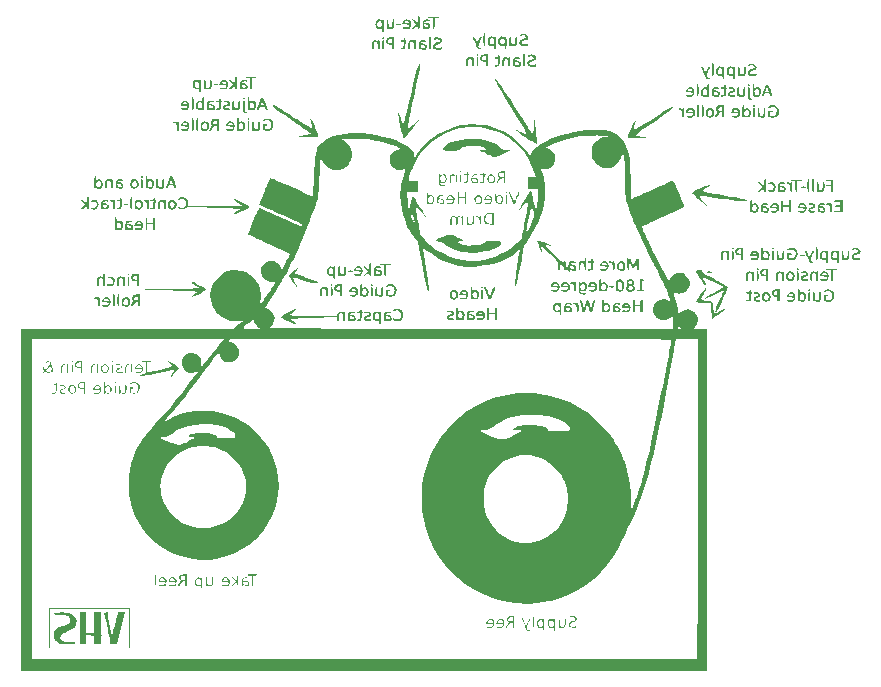
<source format=gbo>
G04 #@! TF.GenerationSoftware,KiCad,Pcbnew,6.0.7-f9a2dced07~116~ubuntu22.04.1*
G04 #@! TF.CreationDate,2022-10-14T15:58:08-07:00*
G04 #@! TF.ProjectId,ft2232-breakout,66743232-3332-42d6-9272-65616b6f7574,rev?*
G04 #@! TF.SameCoordinates,Original*
G04 #@! TF.FileFunction,Legend,Bot*
G04 #@! TF.FilePolarity,Positive*
%FSLAX46Y46*%
G04 Gerber Fmt 4.6, Leading zero omitted, Abs format (unit mm)*
G04 Created by KiCad (PCBNEW 6.0.7-f9a2dced07~116~ubuntu22.04.1) date 2022-10-14 15:58:08*
%MOMM*%
%LPD*%
G01*
G04 APERTURE LIST*
G04 APERTURE END LIST*
G04 #@! TO.C,G\u002A\u002A\u002A*
G36*
X119535486Y-86487000D02*
G01*
X119496280Y-86485149D01*
X119457125Y-86465424D01*
X119440961Y-86407575D01*
X119437794Y-86291616D01*
X119437794Y-86096231D01*
X119279710Y-86096231D01*
X119264351Y-86095974D01*
X119109454Y-86059718D01*
X118998387Y-85973343D01*
X118939411Y-85852895D01*
X118940078Y-85785958D01*
X119125178Y-85785958D01*
X119125381Y-85799740D01*
X119149057Y-85889763D01*
X119225415Y-85940891D01*
X119328006Y-85974103D01*
X119398660Y-85970245D01*
X119430426Y-85910326D01*
X119437794Y-85783616D01*
X119437372Y-85732544D01*
X119429472Y-85639446D01*
X119405375Y-85597804D01*
X119357071Y-85588231D01*
X119249883Y-85604823D01*
X119157621Y-85672384D01*
X119125178Y-85785958D01*
X118940078Y-85785958D01*
X118940790Y-85714420D01*
X119010784Y-85573963D01*
X119013608Y-85570389D01*
X119064195Y-85516808D01*
X119123872Y-85486871D01*
X119215633Y-85473846D01*
X119362476Y-85471000D01*
X119633178Y-85471000D01*
X119633178Y-86487000D01*
X119535486Y-86487000D01*
G37*
G36*
X112894591Y-83797743D02*
G01*
X112970658Y-83807860D01*
X113037539Y-83840018D01*
X113068084Y-83906274D01*
X113075031Y-83926420D01*
X113134278Y-84005993D01*
X113251218Y-84105852D01*
X113428762Y-84227898D01*
X113669823Y-84374033D01*
X113977311Y-84546158D01*
X114354140Y-84746176D01*
X114410147Y-84775377D01*
X114630186Y-84891297D01*
X114828322Y-84997501D01*
X114992652Y-85087492D01*
X115111270Y-85154769D01*
X115172275Y-85192835D01*
X115262017Y-85260528D01*
X115048285Y-85746764D01*
X114950127Y-85969407D01*
X114819535Y-86262458D01*
X114710662Y-86501680D01*
X114618265Y-86698136D01*
X114537104Y-86862889D01*
X114461938Y-87007002D01*
X114387525Y-87141539D01*
X114360827Y-87187789D01*
X114286288Y-87308815D01*
X114227215Y-87393170D01*
X114194517Y-87424847D01*
X114167642Y-87406679D01*
X114165654Y-87337481D01*
X114196512Y-87213925D01*
X114261231Y-87033215D01*
X114360827Y-86792555D01*
X114496317Y-86489151D01*
X114668717Y-86120208D01*
X114701186Y-86051301D01*
X114781239Y-85876360D01*
X114844320Y-85731092D01*
X114884683Y-85629030D01*
X114896581Y-85583703D01*
X114895571Y-85582641D01*
X114850694Y-85592682D01*
X114748010Y-85632232D01*
X114598356Y-85696647D01*
X114412569Y-85781284D01*
X114201486Y-85881502D01*
X114193052Y-85885580D01*
X113871972Y-86038755D01*
X113616381Y-86156049D01*
X113423107Y-86238740D01*
X113288981Y-86288112D01*
X113210831Y-86305445D01*
X113185486Y-86292020D01*
X113196537Y-86273051D01*
X113266865Y-86214948D01*
X113395821Y-86129114D01*
X113576089Y-86019916D01*
X113800355Y-85891720D01*
X114061306Y-85748893D01*
X114351626Y-85595803D01*
X114951150Y-85285176D01*
X114075934Y-84846218D01*
X113884785Y-84751475D01*
X113657080Y-84641728D01*
X113457959Y-84549225D01*
X113297654Y-84478585D01*
X113186399Y-84434424D01*
X113134427Y-84421361D01*
X113134243Y-84421400D01*
X113106208Y-84438193D01*
X113108725Y-84479547D01*
X113146221Y-84558843D01*
X113223124Y-84689462D01*
X113302919Y-84829101D01*
X113364247Y-84965663D01*
X113378533Y-85050850D01*
X113344401Y-85080231D01*
X113321820Y-85070654D01*
X113255150Y-85007523D01*
X113163613Y-84896629D01*
X113055943Y-84751193D01*
X112940875Y-84584431D01*
X112827143Y-84409565D01*
X112723481Y-84239812D01*
X112638623Y-84088393D01*
X112581303Y-83968525D01*
X112560255Y-83893429D01*
X112562200Y-83878011D01*
X112613782Y-83824907D01*
X112727957Y-83797183D01*
X112894591Y-83797743D01*
G37*
G36*
X59099372Y-91795692D02*
G01*
X59199579Y-91839594D01*
X59209956Y-91848531D01*
X59245707Y-91896379D01*
X59219832Y-91909362D01*
X59142828Y-91880004D01*
X59129007Y-91872973D01*
X59050735Y-91857334D01*
X58963635Y-91897278D01*
X58949150Y-91907079D01*
X58905697Y-91947394D01*
X58881424Y-92004695D01*
X58870868Y-92099355D01*
X58868563Y-92251747D01*
X58868529Y-92264852D01*
X58862922Y-92409196D01*
X58849192Y-92507567D01*
X58829486Y-92543923D01*
X58811010Y-92521204D01*
X58795979Y-92439418D01*
X58789706Y-92318085D01*
X58791756Y-92178393D01*
X58801693Y-92041529D01*
X58819084Y-91928680D01*
X58843493Y-91861033D01*
X58876856Y-91829844D01*
X58979906Y-91793158D01*
X59099372Y-91795692D01*
G37*
G36*
X93730411Y-64058020D02*
G01*
X93779539Y-64092280D01*
X93834059Y-64181654D01*
X93900706Y-64336508D01*
X94010428Y-64616170D01*
X94117149Y-64346277D01*
X94132902Y-64307130D01*
X94196500Y-64169496D01*
X94251635Y-64092576D01*
X94306678Y-64063898D01*
X94357038Y-64060828D01*
X94389486Y-64073210D01*
X94385946Y-64086685D01*
X94359497Y-64159236D01*
X94312841Y-64277930D01*
X94252717Y-64425408D01*
X94224566Y-64494969D01*
X94168922Y-64643148D01*
X94130366Y-64761200D01*
X94115948Y-64828358D01*
X94122302Y-64874449D01*
X94180429Y-64960643D01*
X94280071Y-64994693D01*
X94318322Y-65004182D01*
X94350409Y-65053308D01*
X94344258Y-65072287D01*
X94289018Y-65103286D01*
X94200885Y-65112729D01*
X94109966Y-65099649D01*
X94046365Y-65063077D01*
X94040985Y-65055056D01*
X94006535Y-64986290D01*
X93953682Y-64868009D01*
X93889514Y-64717524D01*
X93821119Y-64552143D01*
X93755584Y-64389176D01*
X93699999Y-64245933D01*
X93661449Y-64139721D01*
X93647024Y-64087851D01*
X93658886Y-64070853D01*
X93719005Y-64056847D01*
X93730411Y-64058020D01*
G37*
G36*
X97163918Y-113640925D02*
G01*
X97162156Y-113842059D01*
X97156730Y-113978464D01*
X97146327Y-114061647D01*
X97129632Y-114103119D01*
X97105332Y-114114385D01*
X97070444Y-114095803D01*
X97051979Y-114029073D01*
X97046717Y-113899462D01*
X97046717Y-113684539D01*
X96912784Y-113684539D01*
X96895075Y-113685011D01*
X96772222Y-113722091D01*
X96669169Y-113823292D01*
X96578456Y-113995555D01*
X96575479Y-114002519D01*
X96525862Y-114081758D01*
X96475361Y-114114385D01*
X96453032Y-114112476D01*
X96421486Y-114093290D01*
X96430169Y-114061256D01*
X96469644Y-113976094D01*
X96527337Y-113870987D01*
X96588034Y-113773088D01*
X96636519Y-113709550D01*
X96667186Y-113674418D01*
X96670529Y-113630446D01*
X96618266Y-113568704D01*
X96598182Y-113545923D01*
X96546446Y-113428425D01*
X96547957Y-113391462D01*
X96655948Y-113391462D01*
X96663690Y-113444232D01*
X96702840Y-113520416D01*
X96710782Y-113526923D01*
X96788815Y-113555643D01*
X96898224Y-113567308D01*
X97046717Y-113567308D01*
X97046717Y-113215616D01*
X96898224Y-113215616D01*
X96771989Y-113230798D01*
X96684270Y-113288286D01*
X96655948Y-113391462D01*
X96547957Y-113391462D01*
X96551595Y-113302466D01*
X96613984Y-113198690D01*
X96643239Y-113178367D01*
X96761293Y-113135659D01*
X96926599Y-113109052D01*
X97163948Y-113087530D01*
X97163948Y-113600958D01*
X97163918Y-113640925D01*
G37*
G36*
X117370902Y-83947032D02*
G01*
X117405075Y-83953765D01*
X117426730Y-83982059D01*
X117438694Y-84046061D01*
X117443798Y-84159916D01*
X117444871Y-84337770D01*
X117444864Y-84358698D01*
X117443518Y-84529562D01*
X117437859Y-84637833D01*
X117425059Y-84697656D01*
X117402288Y-84723176D01*
X117366717Y-84728539D01*
X117366552Y-84728539D01*
X117324754Y-84720759D01*
X117301236Y-84686099D01*
X117290878Y-84607486D01*
X117288563Y-84467847D01*
X117285190Y-84365692D01*
X117254632Y-84196955D01*
X117191516Y-84097098D01*
X117094937Y-84064231D01*
X117020255Y-84081848D01*
X116970897Y-84143616D01*
X116944619Y-84260455D01*
X116936871Y-84443277D01*
X116936797Y-84483813D01*
X116933657Y-84615476D01*
X116922592Y-84689220D01*
X116899109Y-84721442D01*
X116858717Y-84728539D01*
X116840879Y-84727733D01*
X116808347Y-84713397D01*
X116790181Y-84668718D01*
X116782285Y-84577767D01*
X116780563Y-84424618D01*
X116784317Y-84278346D01*
X116806593Y-84117557D01*
X116854103Y-84015770D01*
X116932767Y-83962434D01*
X117048502Y-83947000D01*
X117067457Y-83947379D01*
X117173666Y-83962826D01*
X117241671Y-83993893D01*
X117277029Y-84021079D01*
X117288563Y-83993893D01*
X117303275Y-83966590D01*
X117366717Y-83947000D01*
X117370902Y-83947032D01*
G37*
G36*
X96382379Y-76009848D02*
G01*
X96380618Y-76210982D01*
X96375192Y-76347387D01*
X96364789Y-76430571D01*
X96348094Y-76472042D01*
X96323794Y-76483308D01*
X96288906Y-76464726D01*
X96270441Y-76397996D01*
X96265178Y-76268385D01*
X96265178Y-76053462D01*
X96131245Y-76053462D01*
X96113537Y-76053934D01*
X95990683Y-76091014D01*
X95887630Y-76192215D01*
X95796918Y-76364478D01*
X95793941Y-76371442D01*
X95744324Y-76450681D01*
X95693822Y-76483308D01*
X95671493Y-76481399D01*
X95639948Y-76462213D01*
X95648630Y-76430179D01*
X95688105Y-76345017D01*
X95745799Y-76239910D01*
X95806496Y-76142011D01*
X95854981Y-76078473D01*
X95885648Y-76043341D01*
X95888990Y-75999369D01*
X95836728Y-75937627D01*
X95816644Y-75914846D01*
X95764908Y-75797348D01*
X95766419Y-75760385D01*
X95874409Y-75760385D01*
X95882151Y-75813155D01*
X95921301Y-75889339D01*
X95929243Y-75895846D01*
X96007277Y-75924566D01*
X96116686Y-75936231D01*
X96265178Y-75936231D01*
X96265178Y-75584539D01*
X96116686Y-75584539D01*
X95990450Y-75599721D01*
X95902732Y-75657209D01*
X95874409Y-75760385D01*
X95766419Y-75760385D01*
X95770056Y-75671389D01*
X95832445Y-75567613D01*
X95861701Y-75547290D01*
X95979754Y-75504582D01*
X96145061Y-75477975D01*
X96382409Y-75456453D01*
X96382409Y-75969881D01*
X96382379Y-76009848D01*
G37*
G36*
X87923477Y-64195163D02*
G01*
X87941794Y-64271770D01*
X87951496Y-64336021D01*
X87980871Y-64369462D01*
X87998847Y-64376075D01*
X88019948Y-64428077D01*
X88015539Y-64455042D01*
X87980871Y-64486693D01*
X87961783Y-64517839D01*
X87947265Y-64609520D01*
X87941794Y-64743262D01*
X87937105Y-64871552D01*
X87922467Y-64997920D01*
X87901342Y-65075415D01*
X87893173Y-65087327D01*
X87826090Y-65129141D01*
X87728116Y-65152115D01*
X87625562Y-65154936D01*
X87544736Y-65136289D01*
X87511948Y-65094861D01*
X87544007Y-65051541D01*
X87638948Y-65026476D01*
X87765948Y-65014231D01*
X87777502Y-64750462D01*
X87789057Y-64486693D01*
X87650502Y-64486693D01*
X87634950Y-64486532D01*
X87541199Y-64471170D01*
X87511948Y-64428077D01*
X87512195Y-64422739D01*
X87547560Y-64382173D01*
X87648717Y-64369462D01*
X87729284Y-64364881D01*
X87775268Y-64337835D01*
X87785486Y-64271770D01*
X87802355Y-64196974D01*
X87863640Y-64174077D01*
X87923477Y-64195163D01*
G37*
G36*
X90510646Y-62377710D02*
G01*
X90652727Y-62382655D01*
X90739410Y-62392881D01*
X90782652Y-62409883D01*
X90794409Y-62435154D01*
X90781906Y-62465769D01*
X90721895Y-62487495D01*
X90599024Y-62493770D01*
X90403640Y-62493770D01*
X90403640Y-62943154D01*
X90403463Y-63053020D01*
X90401253Y-63210506D01*
X90394650Y-63309979D01*
X90381354Y-63364660D01*
X90359066Y-63387773D01*
X90325486Y-63392539D01*
X90306379Y-63391523D01*
X90278990Y-63378814D01*
X90261690Y-63340845D01*
X90252181Y-63264393D01*
X90248161Y-63136237D01*
X90247332Y-62943154D01*
X90247332Y-62493770D01*
X90051948Y-62493770D01*
X89949899Y-62490019D01*
X89877480Y-62472015D01*
X89856563Y-62435154D01*
X89865929Y-62412009D01*
X89905491Y-62394249D01*
X89987300Y-62383414D01*
X90123313Y-62378008D01*
X90325486Y-62376539D01*
X90510646Y-62377710D01*
G37*
G36*
X70319627Y-70973466D02*
G01*
X70350588Y-70978088D01*
X70371859Y-70999728D01*
X70385249Y-71050613D01*
X70392571Y-71142968D01*
X70395636Y-71289022D01*
X70396255Y-71501000D01*
X70396255Y-71511297D01*
X70395570Y-71720288D01*
X70392364Y-71863863D01*
X70384826Y-71954249D01*
X70371143Y-72003672D01*
X70349506Y-72024360D01*
X70318101Y-72028539D01*
X70316576Y-72028535D01*
X70285614Y-72023913D01*
X70264344Y-72002273D01*
X70250954Y-71951388D01*
X70243632Y-71859032D01*
X70240567Y-71712979D01*
X70239948Y-71501000D01*
X70239948Y-71490703D01*
X70240633Y-71281713D01*
X70243839Y-71138138D01*
X70251377Y-71047752D01*
X70265060Y-70998329D01*
X70286697Y-70977641D01*
X70318101Y-70973462D01*
X70319627Y-70973466D01*
G37*
G36*
X102287210Y-84845802D02*
G01*
X102321383Y-84852534D01*
X102343037Y-84880828D01*
X102355002Y-84944830D01*
X102360106Y-85058685D01*
X102361178Y-85236539D01*
X102361172Y-85257467D01*
X102359825Y-85428332D01*
X102354167Y-85536602D01*
X102341366Y-85596425D01*
X102318595Y-85621945D01*
X102283024Y-85627308D01*
X102277203Y-85627242D01*
X102238361Y-85617688D01*
X102216557Y-85580231D01*
X102206993Y-85498138D01*
X102204871Y-85354670D01*
X102204860Y-85340746D01*
X102201686Y-85199311D01*
X102188552Y-85112763D01*
X102159227Y-85059574D01*
X102107480Y-85018220D01*
X102024071Y-84980515D01*
X101951172Y-84977016D01*
X101911094Y-84978640D01*
X101892255Y-84922697D01*
X101892567Y-84912357D01*
X101919191Y-84860274D01*
X102001671Y-84845770D01*
X102085972Y-84857603D01*
X102157978Y-84892662D01*
X102193337Y-84919849D01*
X102204871Y-84892662D01*
X102219583Y-84865359D01*
X102283024Y-84845770D01*
X102287210Y-84845802D01*
G37*
G36*
X76247403Y-70124019D02*
G01*
X76283642Y-70221417D01*
X76296871Y-70259640D01*
X76275624Y-70266291D01*
X76204831Y-70270077D01*
X76181281Y-70268734D01*
X76117814Y-70235425D01*
X76076532Y-70143077D01*
X76053095Y-70074786D01*
X76016468Y-70033336D01*
X75946387Y-70013927D01*
X75820517Y-70004467D01*
X75600763Y-69992856D01*
X75555017Y-70131467D01*
X75538272Y-70176903D01*
X75489076Y-70249847D01*
X75417929Y-70270077D01*
X75404330Y-70269965D01*
X75373823Y-70264913D01*
X75360063Y-70243933D01*
X75365360Y-70195640D01*
X75392018Y-70108648D01*
X75442347Y-69971571D01*
X75496578Y-69830462D01*
X75673823Y-69830462D01*
X75674108Y-69835519D01*
X75717218Y-69867958D01*
X75827788Y-69879308D01*
X75983937Y-69879308D01*
X75905962Y-69674154D01*
X75873648Y-69587908D01*
X75839800Y-69493863D01*
X75825784Y-69449462D01*
X75818280Y-69453659D01*
X75791742Y-69506658D01*
X75754832Y-69593891D01*
X75716746Y-69692306D01*
X75686678Y-69778848D01*
X75673823Y-69830462D01*
X75496578Y-69830462D01*
X75518652Y-69773024D01*
X75539071Y-69720105D01*
X75606445Y-69544313D01*
X75660943Y-69400313D01*
X75697415Y-69301791D01*
X75710717Y-69262428D01*
X75739281Y-69256533D01*
X75816125Y-69261251D01*
X75849698Y-69267846D01*
X75889760Y-69290385D01*
X75928831Y-69339216D01*
X75973821Y-69426134D01*
X76031641Y-69562934D01*
X76109202Y-69761409D01*
X76126567Y-69806588D01*
X76154373Y-69879308D01*
X76193322Y-69981169D01*
X76247403Y-70124019D01*
G37*
G36*
X95679024Y-88050077D02*
G01*
X95581332Y-88050077D01*
X95577908Y-88050072D01*
X95525196Y-88044434D01*
X95497012Y-88015713D01*
X95485708Y-87945557D01*
X95483640Y-87815616D01*
X95483640Y-87581154D01*
X95014717Y-87581154D01*
X95014717Y-87815616D01*
X95013280Y-87919463D01*
X95003800Y-88003942D01*
X94980213Y-88041522D01*
X94936563Y-88050077D01*
X94906916Y-88046607D01*
X94884344Y-88027273D01*
X94870123Y-87979609D01*
X94862338Y-87891158D01*
X94859072Y-87749466D01*
X94858409Y-87542077D01*
X94858943Y-87349374D01*
X94861917Y-87202655D01*
X94869250Y-87110220D01*
X94882858Y-87059615D01*
X94904657Y-87038386D01*
X94936563Y-87034077D01*
X94963982Y-87036370D01*
X94996658Y-87060094D01*
X95011325Y-87124797D01*
X95014717Y-87249000D01*
X95014717Y-87463923D01*
X95483640Y-87463923D01*
X95483640Y-87249000D01*
X95485240Y-87141664D01*
X95496249Y-87069143D01*
X95525382Y-87039656D01*
X95581332Y-87034077D01*
X95679024Y-87034077D01*
X95679024Y-88050077D01*
G37*
G36*
X62236987Y-76814802D02*
G01*
X62136797Y-76908117D01*
X62050043Y-76931222D01*
X61936101Y-76930471D01*
X61834116Y-76918145D01*
X61711409Y-76912608D01*
X61603948Y-76914396D01*
X61603948Y-76482678D01*
X61770105Y-76482678D01*
X61781737Y-76626023D01*
X61811845Y-76719897D01*
X61858646Y-76769922D01*
X61943274Y-76788436D01*
X61951677Y-76789189D01*
X62051687Y-76779511D01*
X62109351Y-76722621D01*
X62129682Y-76674897D01*
X62150788Y-76539183D01*
X62131908Y-76406380D01*
X62075778Y-76310093D01*
X62051912Y-76290884D01*
X61955090Y-76257012D01*
X61868221Y-76285881D01*
X61802746Y-76365200D01*
X61770105Y-76482678D01*
X61603948Y-76482678D01*
X61603948Y-76374964D01*
X61604638Y-76166112D01*
X61607851Y-76022633D01*
X61615396Y-75932311D01*
X61629080Y-75882923D01*
X61650713Y-75862252D01*
X61682101Y-75858077D01*
X61693159Y-75858358D01*
X61736000Y-75874303D01*
X61755583Y-75928891D01*
X61760255Y-76041739D01*
X61763988Y-76145996D01*
X61778391Y-76190745D01*
X61807148Y-76178508D01*
X61814061Y-76172710D01*
X61891131Y-76143507D01*
X61999696Y-76131616D01*
X62078393Y-76140143D01*
X62202407Y-76205092D01*
X62280307Y-76329070D01*
X62307332Y-76506278D01*
X62304506Y-76539183D01*
X62294114Y-76660181D01*
X62236987Y-76814802D01*
G37*
G36*
X66574525Y-76814802D02*
G01*
X66474336Y-76908117D01*
X66387582Y-76931222D01*
X66273640Y-76930471D01*
X66171655Y-76918145D01*
X66048948Y-76912608D01*
X65941486Y-76914396D01*
X65941486Y-76482678D01*
X66107643Y-76482678D01*
X66119276Y-76626023D01*
X66149383Y-76719897D01*
X66196184Y-76769922D01*
X66280813Y-76788436D01*
X66289216Y-76789189D01*
X66389226Y-76779511D01*
X66446890Y-76722621D01*
X66467221Y-76674897D01*
X66488327Y-76539183D01*
X66469447Y-76406380D01*
X66413317Y-76310093D01*
X66389451Y-76290884D01*
X66292629Y-76257012D01*
X66205760Y-76285881D01*
X66140285Y-76365200D01*
X66107643Y-76482678D01*
X65941486Y-76482678D01*
X65941486Y-76386236D01*
X65941487Y-76374964D01*
X65942176Y-76166112D01*
X65945390Y-76022633D01*
X65952934Y-75932311D01*
X65966619Y-75882923D01*
X65988251Y-75862252D01*
X66019640Y-75858077D01*
X66030698Y-75858358D01*
X66073539Y-75874303D01*
X66093121Y-75928891D01*
X66097794Y-76041739D01*
X66101526Y-76145996D01*
X66115929Y-76190745D01*
X66144686Y-76178508D01*
X66151599Y-76172710D01*
X66228670Y-76143507D01*
X66337234Y-76131616D01*
X66415931Y-76140143D01*
X66539945Y-76205092D01*
X66617846Y-76329070D01*
X66644871Y-76506278D01*
X66642045Y-76539183D01*
X66631653Y-76660181D01*
X66574525Y-76814802D01*
G37*
G36*
X118384242Y-76131620D02*
G01*
X118415204Y-76136242D01*
X118436474Y-76157882D01*
X118449865Y-76208766D01*
X118457187Y-76301122D01*
X118460252Y-76447176D01*
X118460871Y-76659154D01*
X118460870Y-76669451D01*
X118460185Y-76878442D01*
X118456979Y-77022017D01*
X118449441Y-77112402D01*
X118435759Y-77161826D01*
X118414121Y-77182514D01*
X118382717Y-77186693D01*
X118334522Y-77175783D01*
X118310448Y-77127729D01*
X118304563Y-77022249D01*
X118304563Y-76857805D01*
X118137007Y-77022249D01*
X118070032Y-77084077D01*
X117955338Y-77162581D01*
X117855034Y-77186693D01*
X117740617Y-77186693D01*
X117947701Y-76977004D01*
X118154786Y-76767315D01*
X117965905Y-76587140D01*
X117960047Y-76581548D01*
X117865374Y-76488354D01*
X117822546Y-76435538D01*
X117825492Y-76411856D01*
X117868140Y-76406060D01*
X117918103Y-76417219D01*
X118020543Y-76468193D01*
X118131910Y-76546631D01*
X118304563Y-76688107D01*
X118304563Y-76409861D01*
X118304602Y-76380489D01*
X118307523Y-76246732D01*
X118318410Y-76171723D01*
X118341922Y-76138879D01*
X118382717Y-76131616D01*
X118384242Y-76131620D01*
G37*
G36*
X116650111Y-68357299D02*
G01*
X116678262Y-68375982D01*
X116694019Y-68427076D01*
X116700897Y-68525823D01*
X116702409Y-68687462D01*
X116702345Y-68722076D01*
X116698606Y-68879689D01*
X116686303Y-68982363D01*
X116661542Y-69049773D01*
X116620427Y-69101598D01*
X116590446Y-69128713D01*
X116509481Y-69165566D01*
X116395735Y-69159755D01*
X116390321Y-69158864D01*
X116260285Y-69142966D01*
X116145563Y-69137009D01*
X116038101Y-69138088D01*
X116038101Y-68746698D01*
X116038108Y-68724787D01*
X116039465Y-68554082D01*
X116045135Y-68445916D01*
X116057942Y-68386155D01*
X116080708Y-68360664D01*
X116116255Y-68355308D01*
X116119053Y-68355322D01*
X116159476Y-68363897D01*
X116182196Y-68399819D01*
X116192184Y-68480006D01*
X116194409Y-68621378D01*
X116194746Y-68663792D01*
X116208426Y-68840226D01*
X116245751Y-68951273D01*
X116311703Y-69005932D01*
X116411259Y-69013199D01*
X116526563Y-69000077D01*
X116537913Y-68677693D01*
X116541042Y-68597087D01*
X116549582Y-68468253D01*
X116563766Y-68395259D01*
X116587786Y-68362734D01*
X116625836Y-68355308D01*
X116650111Y-68357299D01*
G37*
G36*
X74681097Y-110479952D02*
G01*
X74626332Y-110555255D01*
X74554495Y-110584058D01*
X74408251Y-110589471D01*
X74273566Y-110536631D01*
X74228804Y-110506820D01*
X74193781Y-110497644D01*
X74186717Y-110536631D01*
X74181949Y-110565661D01*
X74147640Y-110597462D01*
X74144646Y-110596708D01*
X74125888Y-110550512D01*
X74113216Y-110443526D01*
X74109483Y-110321066D01*
X74187889Y-110321066D01*
X74247548Y-110432459D01*
X74304713Y-110486509D01*
X74404532Y-110518951D01*
X74506054Y-110506117D01*
X74584867Y-110452602D01*
X74616563Y-110363000D01*
X74594585Y-110284753D01*
X74508054Y-110226087D01*
X74354748Y-110206693D01*
X74271341Y-110212739D01*
X74195262Y-110249000D01*
X74187889Y-110321066D01*
X74109483Y-110321066D01*
X74108563Y-110290903D01*
X74108745Y-110254986D01*
X74120936Y-110067381D01*
X74160048Y-109943877D01*
X74237008Y-109873460D01*
X74362742Y-109845120D01*
X74548178Y-109847842D01*
X74621829Y-109864623D01*
X74655640Y-109898426D01*
X74655634Y-109898994D01*
X74619816Y-109924309D01*
X74515639Y-109915588D01*
X74430202Y-109910267D01*
X74310633Y-109936473D01*
X74221621Y-109993697D01*
X74186717Y-110070824D01*
X74191267Y-110090837D01*
X74240512Y-110119826D01*
X74353868Y-110128539D01*
X74412511Y-110130629D01*
X74569022Y-110168098D01*
X74663225Y-110252260D01*
X74689938Y-110363000D01*
X74694717Y-110382813D01*
X74681097Y-110479952D01*
G37*
G36*
X62960609Y-94214462D02*
G01*
X62859333Y-94282950D01*
X62724783Y-94296508D01*
X62589566Y-94241554D01*
X62544804Y-94211744D01*
X62509781Y-94202567D01*
X62502717Y-94241554D01*
X62497949Y-94270584D01*
X62463640Y-94302385D01*
X62448030Y-94269022D01*
X62435372Y-94164936D01*
X62427360Y-93997653D01*
X62426938Y-93964000D01*
X62519387Y-93964000D01*
X62558877Y-94102253D01*
X62610098Y-94171426D01*
X62710447Y-94224894D01*
X62818168Y-94214293D01*
X62910809Y-94137382D01*
X62930104Y-94105341D01*
X62966316Y-93980225D01*
X62962164Y-93845595D01*
X62923436Y-93722889D01*
X62855922Y-93633546D01*
X62765412Y-93599000D01*
X62673289Y-93622503D01*
X62584864Y-93703971D01*
X62530806Y-93824521D01*
X62519387Y-93964000D01*
X62426938Y-93964000D01*
X62424563Y-93774847D01*
X62427034Y-93564112D01*
X62434744Y-93393225D01*
X62447136Y-93285066D01*
X62463640Y-93247308D01*
X62477716Y-93260493D01*
X62495688Y-93331237D01*
X62502717Y-93442693D01*
X62503628Y-93512978D01*
X62508528Y-93602904D01*
X62516252Y-93638077D01*
X62518019Y-93637822D01*
X62564894Y-93618784D01*
X62648665Y-93578773D01*
X62696438Y-93558678D01*
X62833103Y-93546891D01*
X62948260Y-93608237D01*
X63034361Y-93739569D01*
X63070901Y-93887307D01*
X63060006Y-93980225D01*
X63050362Y-94062471D01*
X62960609Y-94214462D01*
G37*
G36*
X74284742Y-69489664D02*
G01*
X74311782Y-69502770D01*
X74328859Y-69541346D01*
X74338243Y-69618559D01*
X74342208Y-69747581D01*
X74343024Y-69941582D01*
X74343170Y-70036674D01*
X74345359Y-70201295D01*
X74351978Y-70307660D01*
X74365305Y-70369553D01*
X74387613Y-70400759D01*
X74421178Y-70415062D01*
X74466593Y-70437070D01*
X74499332Y-70489558D01*
X74477116Y-70526866D01*
X74408981Y-70542373D01*
X74322984Y-70527204D01*
X74248123Y-70482209D01*
X74232864Y-70463051D01*
X74210314Y-70405745D01*
X74196155Y-70310925D01*
X74188814Y-70165073D01*
X74186717Y-69954671D01*
X74186979Y-69820608D01*
X74189418Y-69666426D01*
X74196249Y-69569117D01*
X74209650Y-69515692D01*
X74231798Y-69493162D01*
X74264871Y-69488539D01*
X74284742Y-69489664D01*
G37*
G36*
X67586902Y-77890109D02*
G01*
X67621075Y-77896842D01*
X67642730Y-77925136D01*
X67654694Y-77989138D01*
X67659798Y-78102993D01*
X67660871Y-78280847D01*
X67660864Y-78301775D01*
X67659518Y-78472639D01*
X67653859Y-78580910D01*
X67641059Y-78640733D01*
X67618288Y-78666253D01*
X67582717Y-78671616D01*
X67582552Y-78671616D01*
X67540754Y-78663836D01*
X67517236Y-78629176D01*
X67506878Y-78550563D01*
X67504563Y-78410923D01*
X67501190Y-78308769D01*
X67470632Y-78140032D01*
X67407516Y-78040174D01*
X67310937Y-78007308D01*
X67236255Y-78024925D01*
X67186897Y-78086693D01*
X67160619Y-78203532D01*
X67152871Y-78386354D01*
X67152797Y-78426890D01*
X67149657Y-78558553D01*
X67138592Y-78632297D01*
X67115109Y-78664519D01*
X67074717Y-78671616D01*
X67056879Y-78670810D01*
X67024347Y-78656474D01*
X67006181Y-78611795D01*
X66998285Y-78520844D01*
X66996563Y-78367695D01*
X67000317Y-78221423D01*
X67022593Y-78060634D01*
X67070103Y-77958847D01*
X67148767Y-77905511D01*
X67264502Y-77890077D01*
X67283457Y-77890456D01*
X67389666Y-77905903D01*
X67457671Y-77936970D01*
X67493029Y-77964156D01*
X67504563Y-77936970D01*
X67519275Y-77909667D01*
X67582717Y-77890077D01*
X67586902Y-77890109D01*
G37*
G36*
X71660664Y-109839424D02*
G01*
X71681189Y-109921375D01*
X71687017Y-110042849D01*
X71679408Y-110183589D01*
X71659618Y-110323337D01*
X71628908Y-110441836D01*
X71588535Y-110518829D01*
X71560324Y-110544440D01*
X71454855Y-110589928D01*
X71342301Y-110588731D01*
X71255948Y-110538847D01*
X71223936Y-110506966D01*
X71173009Y-110480231D01*
X71157274Y-110486808D01*
X71138717Y-110538847D01*
X71134308Y-110565811D01*
X71099640Y-110597462D01*
X71090622Y-110589167D01*
X71074673Y-110519470D01*
X71064278Y-110388225D01*
X71060563Y-110206693D01*
X71060797Y-110159301D01*
X71067036Y-109983066D01*
X71079846Y-109870410D01*
X71096646Y-109824196D01*
X71114854Y-109847289D01*
X71131888Y-109942552D01*
X71145169Y-110112848D01*
X71148496Y-110167768D01*
X71171713Y-110338607D01*
X71216446Y-110446569D01*
X71289782Y-110503017D01*
X71398811Y-110519308D01*
X71401410Y-110519292D01*
X71479817Y-110496163D01*
X71531466Y-110423147D01*
X71559875Y-110291389D01*
X71568563Y-110092031D01*
X71570082Y-109976250D01*
X71578747Y-109876872D01*
X71598264Y-109828583D01*
X71632199Y-109815923D01*
X71660664Y-109839424D01*
G37*
G36*
X64314202Y-93544347D02*
G01*
X64334727Y-93626298D01*
X64340556Y-93747772D01*
X64332946Y-93888512D01*
X64313157Y-94028260D01*
X64282447Y-94146759D01*
X64242073Y-94223752D01*
X64213863Y-94249363D01*
X64108393Y-94294851D01*
X63995840Y-94293655D01*
X63909486Y-94243770D01*
X63877474Y-94211889D01*
X63826547Y-94185154D01*
X63810813Y-94191731D01*
X63792255Y-94243770D01*
X63787847Y-94270734D01*
X63753178Y-94302385D01*
X63744160Y-94294090D01*
X63728211Y-94224393D01*
X63717817Y-94093148D01*
X63714101Y-93911616D01*
X63714336Y-93864225D01*
X63720574Y-93687989D01*
X63733384Y-93575333D01*
X63750184Y-93529119D01*
X63768392Y-93552212D01*
X63785427Y-93647475D01*
X63798707Y-93817771D01*
X63802034Y-93872692D01*
X63825252Y-94043530D01*
X63869984Y-94151492D01*
X63943321Y-94207940D01*
X64052349Y-94224231D01*
X64054949Y-94224215D01*
X64133356Y-94201086D01*
X64185005Y-94128070D01*
X64213414Y-93996312D01*
X64222101Y-93796954D01*
X64223621Y-93681173D01*
X64232285Y-93581795D01*
X64251803Y-93533507D01*
X64285738Y-93520847D01*
X64314202Y-93544347D01*
G37*
G36*
X65726143Y-80197924D02*
G01*
X65654936Y-80342502D01*
X65536766Y-80430406D01*
X65424631Y-80458611D01*
X65290577Y-80461870D01*
X65167558Y-80439750D01*
X65077598Y-80396452D01*
X65042717Y-80336176D01*
X65042853Y-80331894D01*
X65062307Y-80301797D01*
X65126002Y-80292362D01*
X65250154Y-80300826D01*
X65372471Y-80308391D01*
X65462887Y-80295636D01*
X65523693Y-80256134D01*
X65564892Y-80210770D01*
X65595541Y-80147259D01*
X65563490Y-80106510D01*
X65463875Y-80084795D01*
X65291832Y-80078385D01*
X64993871Y-80078385D01*
X65018895Y-79953264D01*
X65024688Y-79927337D01*
X65032516Y-79910354D01*
X65199024Y-79910354D01*
X65204112Y-79926153D01*
X65263693Y-79952631D01*
X65394409Y-79961154D01*
X65500081Y-79957224D01*
X65573331Y-79937652D01*
X65577820Y-79897074D01*
X65518332Y-79830441D01*
X65510389Y-79823567D01*
X65410275Y-79775234D01*
X65308961Y-79777603D01*
X65230521Y-79824652D01*
X65199024Y-79910354D01*
X65032516Y-79910354D01*
X65095542Y-79773619D01*
X65215862Y-79680101D01*
X65383548Y-79648539D01*
X65500639Y-79661546D01*
X65635806Y-79730041D01*
X65718227Y-79855608D01*
X65724623Y-79897074D01*
X65746101Y-80036319D01*
X65726143Y-80197924D01*
G37*
G36*
X115697854Y-81927845D02*
G01*
X115725486Y-81993154D01*
X115712642Y-82043676D01*
X115647332Y-82071308D01*
X115596810Y-82058464D01*
X115569178Y-81993154D01*
X115582023Y-81942632D01*
X115647332Y-81915000D01*
X115697854Y-81927845D01*
G37*
G36*
X59039889Y-93557547D02*
G01*
X59129721Y-93633253D01*
X59161640Y-93754894D01*
X59157273Y-93827872D01*
X59125403Y-93889178D01*
X59044409Y-93925253D01*
X58903724Y-93970439D01*
X58809338Y-94012042D01*
X58763403Y-94054047D01*
X58751332Y-94105418D01*
X58756462Y-94135536D01*
X58815040Y-94194154D01*
X58928517Y-94219392D01*
X59083743Y-94207223D01*
X59144583Y-94200853D01*
X59209606Y-94212155D01*
X59222947Y-94240849D01*
X59171409Y-94276505D01*
X59156715Y-94280887D01*
X59071767Y-94292955D01*
X58956486Y-94299300D01*
X58844937Y-94288819D01*
X58726746Y-94238959D01*
X58659666Y-94157830D01*
X58656908Y-94056155D01*
X58669750Y-94020266D01*
X58711725Y-93957647D01*
X58787775Y-93912793D01*
X58919421Y-93870480D01*
X58993266Y-93843344D01*
X59075219Y-93780054D01*
X59093046Y-93711553D01*
X59052541Y-93652385D01*
X58959500Y-93617096D01*
X58819717Y-93620230D01*
X58713293Y-93626478D01*
X58674618Y-93606689D01*
X58706476Y-93574279D01*
X58810490Y-93542861D01*
X58901030Y-93533142D01*
X59039889Y-93557547D01*
G37*
G36*
X92103936Y-77846320D02*
G01*
X92079467Y-77985791D01*
X92021030Y-78113900D01*
X91941071Y-78197514D01*
X91919697Y-78208076D01*
X91818263Y-78233543D01*
X91697253Y-78240364D01*
X91580863Y-78230160D01*
X91493286Y-78204556D01*
X91458717Y-78165171D01*
X91470932Y-78156105D01*
X91539949Y-78149142D01*
X91649566Y-78154349D01*
X91771086Y-78159760D01*
X91855402Y-78141038D01*
X91923104Y-78089998D01*
X91979059Y-78027978D01*
X92010953Y-77961176D01*
X91979477Y-77918801D01*
X91879985Y-77896539D01*
X91707832Y-77890077D01*
X91409871Y-77890077D01*
X91435244Y-77763213D01*
X91444744Y-77735985D01*
X91536871Y-77735985D01*
X91540894Y-77767930D01*
X91569236Y-77796203D01*
X91640133Y-77808951D01*
X91771332Y-77811923D01*
X91872390Y-77808421D01*
X91969629Y-77793981D01*
X92005794Y-77771070D01*
X92005634Y-77767955D01*
X91973527Y-77706186D01*
X91904276Y-77630149D01*
X91824862Y-77565622D01*
X91762265Y-77538385D01*
X91737406Y-77541069D01*
X91646276Y-77583637D01*
X91569292Y-77657498D01*
X91536871Y-77735985D01*
X91444744Y-77735985D01*
X91472419Y-77656660D01*
X91563006Y-77549035D01*
X91682194Y-77493066D01*
X91812667Y-77488365D01*
X91937113Y-77534547D01*
X92038214Y-77631225D01*
X92095799Y-77771070D01*
X92098658Y-77778014D01*
X92103936Y-77846320D01*
G37*
G36*
X91813239Y-80853622D02*
G01*
X91976435Y-80894529D01*
X92168554Y-80971871D01*
X92409280Y-81086433D01*
X92474335Y-81118714D01*
X92643634Y-81205993D01*
X92780183Y-81281172D01*
X92871365Y-81337111D01*
X92904563Y-81366672D01*
X92903924Y-81369181D01*
X92859447Y-81388419D01*
X92758748Y-81404818D01*
X92621255Y-81415058D01*
X92337948Y-81426539D01*
X92532731Y-81554501D01*
X92535387Y-81556244D01*
X92668759Y-81636354D01*
X92796829Y-81693170D01*
X92936206Y-81729746D01*
X93103497Y-81749136D01*
X93315313Y-81754394D01*
X93588260Y-81748573D01*
X93652925Y-81746184D01*
X93967900Y-81725763D01*
X94217071Y-81691387D01*
X94410229Y-81640622D01*
X94557164Y-81571031D01*
X94667669Y-81480182D01*
X94698675Y-81448026D01*
X94747226Y-81408295D01*
X94806516Y-81382236D01*
X94893385Y-81365691D01*
X95024671Y-81354503D01*
X95217216Y-81344514D01*
X95363501Y-81339669D01*
X95557279Y-81339027D01*
X95722849Y-81344781D01*
X95835332Y-81356451D01*
X95847537Y-81358760D01*
X95953028Y-81386220D01*
X96004284Y-81425348D01*
X96023168Y-81491912D01*
X96003325Y-81597414D01*
X95921189Y-81722806D01*
X95787158Y-81849147D01*
X95612473Y-81963530D01*
X95575703Y-81982799D01*
X95321105Y-82088923D01*
X95006928Y-82183054D01*
X94648676Y-82261696D01*
X94261848Y-82321351D01*
X93861948Y-82358521D01*
X93790806Y-82361997D01*
X93457245Y-82360142D01*
X93094178Y-82334131D01*
X92736640Y-82287262D01*
X92419669Y-82222829D01*
X92379420Y-82212332D01*
X91995147Y-82081634D01*
X91632453Y-81905474D01*
X91318373Y-81696765D01*
X91260890Y-81652292D01*
X91086659Y-81531188D01*
X90936510Y-81456067D01*
X90788283Y-81417735D01*
X90619818Y-81407000D01*
X90530235Y-81404228D01*
X90438993Y-81393095D01*
X90403640Y-81376349D01*
X90419919Y-81347174D01*
X90489014Y-81297218D01*
X90616979Y-81229941D01*
X90808860Y-81142741D01*
X91069701Y-81033017D01*
X91300345Y-80941661D01*
X91494878Y-80877973D01*
X91659281Y-80848365D01*
X91813239Y-80853622D01*
G37*
G36*
X96097840Y-78153847D02*
G01*
X95996564Y-78222335D01*
X95862014Y-78235892D01*
X95726796Y-78180938D01*
X95682035Y-78151128D01*
X95647011Y-78141952D01*
X95639948Y-78180938D01*
X95635180Y-78209968D01*
X95600871Y-78241770D01*
X95585261Y-78208407D01*
X95572602Y-78104320D01*
X95564591Y-77937038D01*
X95564169Y-77903385D01*
X95656618Y-77903385D01*
X95696108Y-78041638D01*
X95747329Y-78110811D01*
X95847677Y-78164279D01*
X95955399Y-78153678D01*
X96048039Y-78076767D01*
X96067335Y-78044726D01*
X96103547Y-77919609D01*
X96099395Y-77784980D01*
X96060667Y-77662274D01*
X95993153Y-77572930D01*
X95902642Y-77538385D01*
X95810520Y-77561888D01*
X95722095Y-77643356D01*
X95668037Y-77763906D01*
X95656618Y-77903385D01*
X95564169Y-77903385D01*
X95561794Y-77714231D01*
X95564265Y-77503497D01*
X95571975Y-77332610D01*
X95584366Y-77224451D01*
X95600871Y-77186693D01*
X95614947Y-77199878D01*
X95632919Y-77270621D01*
X95639948Y-77382077D01*
X95640858Y-77452363D01*
X95645759Y-77542288D01*
X95653482Y-77577462D01*
X95655249Y-77577207D01*
X95702125Y-77558169D01*
X95785896Y-77518158D01*
X95833669Y-77498063D01*
X95970334Y-77486276D01*
X96085491Y-77547621D01*
X96171592Y-77678954D01*
X96208132Y-77826692D01*
X96197237Y-77919609D01*
X96187593Y-78001856D01*
X96097840Y-78153847D01*
G37*
G36*
X74315393Y-69227845D02*
G01*
X74343024Y-69293154D01*
X74330180Y-69343676D01*
X74264871Y-69371308D01*
X74214348Y-69358464D01*
X74186717Y-69293154D01*
X74199561Y-69242632D01*
X74264871Y-69215000D01*
X74315393Y-69227845D01*
G37*
G36*
X123755374Y-84496386D02*
G01*
X123684167Y-84640963D01*
X123565997Y-84728868D01*
X123453862Y-84757073D01*
X123319808Y-84760331D01*
X123196789Y-84738211D01*
X123106828Y-84694913D01*
X123071948Y-84634637D01*
X123072084Y-84630355D01*
X123091538Y-84600259D01*
X123155233Y-84590824D01*
X123279385Y-84599287D01*
X123401701Y-84606853D01*
X123492118Y-84594097D01*
X123552924Y-84554596D01*
X123594122Y-84509232D01*
X123624771Y-84445720D01*
X123592720Y-84404971D01*
X123493106Y-84383256D01*
X123321063Y-84376847D01*
X123023101Y-84376847D01*
X123048126Y-84251725D01*
X123053919Y-84225798D01*
X123061747Y-84208816D01*
X123228255Y-84208816D01*
X123233343Y-84224615D01*
X123292924Y-84251092D01*
X123423640Y-84259616D01*
X123529312Y-84255685D01*
X123602562Y-84236114D01*
X123607051Y-84195535D01*
X123547563Y-84128903D01*
X123539620Y-84122029D01*
X123439506Y-84073695D01*
X123338192Y-84076065D01*
X123259751Y-84123113D01*
X123228255Y-84208816D01*
X123061747Y-84208816D01*
X123124773Y-84072080D01*
X123245092Y-83978563D01*
X123412779Y-83947000D01*
X123529870Y-83960007D01*
X123665037Y-84028502D01*
X123747458Y-84154069D01*
X123753854Y-84195535D01*
X123775332Y-84334781D01*
X123755374Y-84496386D01*
G37*
G36*
X124166101Y-77186693D02*
G01*
X124068409Y-77186693D01*
X124064985Y-77186687D01*
X124012273Y-77181049D01*
X123984088Y-77152328D01*
X123972785Y-77082173D01*
X123970717Y-76952231D01*
X123970717Y-76717770D01*
X123775332Y-76717770D01*
X123673283Y-76714019D01*
X123600864Y-76696015D01*
X123579948Y-76659154D01*
X123592450Y-76628540D01*
X123652462Y-76606814D01*
X123775332Y-76600539D01*
X123970717Y-76600539D01*
X123970717Y-76287923D01*
X123755794Y-76287923D01*
X123627872Y-76282856D01*
X123560166Y-76264657D01*
X123540871Y-76229308D01*
X123550823Y-76203346D01*
X123596824Y-76183471D01*
X123693086Y-76173453D01*
X123853486Y-76170693D01*
X124166101Y-76170693D01*
X124166101Y-77186693D01*
G37*
G36*
X106991374Y-87153616D02*
G01*
X106920167Y-87298194D01*
X106801997Y-87386099D01*
X106689862Y-87414303D01*
X106555808Y-87417562D01*
X106432789Y-87395442D01*
X106342828Y-87352144D01*
X106307948Y-87291868D01*
X106308084Y-87287586D01*
X106327538Y-87257489D01*
X106391233Y-87248055D01*
X106515385Y-87256518D01*
X106637701Y-87264083D01*
X106728118Y-87251328D01*
X106788924Y-87211827D01*
X106830122Y-87166463D01*
X106860771Y-87102951D01*
X106828720Y-87062202D01*
X106729106Y-87040487D01*
X106557063Y-87034077D01*
X106259101Y-87034077D01*
X106284126Y-86908956D01*
X106289919Y-86883029D01*
X106297747Y-86866047D01*
X106464255Y-86866047D01*
X106469343Y-86881846D01*
X106528924Y-86908323D01*
X106659640Y-86916847D01*
X106765312Y-86912916D01*
X106838562Y-86893345D01*
X106843051Y-86852766D01*
X106783563Y-86786134D01*
X106775620Y-86779259D01*
X106675506Y-86730926D01*
X106574192Y-86733296D01*
X106495751Y-86780344D01*
X106464255Y-86866047D01*
X106297747Y-86866047D01*
X106360773Y-86729311D01*
X106481092Y-86635793D01*
X106648779Y-86604231D01*
X106765870Y-86617238D01*
X106901037Y-86685733D01*
X106983458Y-86811300D01*
X106989854Y-86852766D01*
X107011332Y-86992012D01*
X106991374Y-87153616D01*
G37*
G36*
X63288441Y-77890109D02*
G01*
X63322614Y-77896842D01*
X63344268Y-77925136D01*
X63356232Y-77989138D01*
X63361336Y-78102993D01*
X63362409Y-78280847D01*
X63362403Y-78301775D01*
X63361056Y-78472639D01*
X63355397Y-78580910D01*
X63342597Y-78640733D01*
X63319826Y-78666253D01*
X63284255Y-78671616D01*
X63278434Y-78671549D01*
X63239592Y-78661995D01*
X63217788Y-78624539D01*
X63208223Y-78542445D01*
X63206101Y-78398978D01*
X63206091Y-78385054D01*
X63202917Y-78243619D01*
X63189783Y-78157070D01*
X63160458Y-78103882D01*
X63108711Y-78062528D01*
X63025301Y-78024823D01*
X62952403Y-78021324D01*
X62912325Y-78022948D01*
X62893486Y-77967005D01*
X62893798Y-77956665D01*
X62920421Y-77904582D01*
X63002901Y-77890077D01*
X63087203Y-77901911D01*
X63159209Y-77936970D01*
X63194567Y-77964156D01*
X63206101Y-77936970D01*
X63220814Y-77909667D01*
X63284255Y-77890077D01*
X63288441Y-77890109D01*
G37*
G36*
X120686253Y-81954131D02*
G01*
X120820293Y-81963346D01*
X120915314Y-81996384D01*
X121006264Y-82064744D01*
X121035873Y-82092274D01*
X121097679Y-82168946D01*
X121131092Y-82262444D01*
X121149029Y-82403410D01*
X121152615Y-82470949D01*
X121129042Y-82680886D01*
X121047785Y-82839096D01*
X120908179Y-82947078D01*
X120814019Y-82983323D01*
X120606631Y-83004007D01*
X120393923Y-82952533D01*
X120376732Y-82945308D01*
X120309115Y-82911082D01*
X120273900Y-82867268D01*
X120260521Y-82791010D01*
X120258409Y-82659456D01*
X120258409Y-82423000D01*
X120453794Y-82423000D01*
X120555843Y-82426751D01*
X120628262Y-82444755D01*
X120649178Y-82481616D01*
X120623685Y-82523453D01*
X120529589Y-82540231D01*
X120508174Y-82540355D01*
X120441931Y-82549858D01*
X120418862Y-82591008D01*
X120422127Y-82686770D01*
X120422896Y-82695847D01*
X120438535Y-82788515D01*
X120478798Y-82830115D01*
X120566662Y-82845956D01*
X120629170Y-82850319D01*
X120778416Y-82837317D01*
X120879503Y-82778968D01*
X120948660Y-82667700D01*
X120957617Y-82644622D01*
X120988965Y-82476521D01*
X120969065Y-82313944D01*
X120900797Y-82185907D01*
X120851967Y-82142279D01*
X120719052Y-82091206D01*
X120545635Y-82100198D01*
X120326794Y-82169111D01*
X120274757Y-82175036D01*
X120258409Y-82120838D01*
X120268078Y-82078206D01*
X120340277Y-82011269D01*
X120476726Y-81968881D01*
X120669939Y-81954077D01*
X120686253Y-81954131D01*
G37*
G36*
X97852384Y-113333970D02*
G01*
X97894164Y-113378939D01*
X97949409Y-113476430D01*
X98007604Y-113608377D01*
X98016977Y-113632070D01*
X98071628Y-113762653D01*
X98116823Y-113858795D01*
X98143568Y-113901129D01*
X98145982Y-113901680D01*
X98176392Y-113867796D01*
X98224278Y-113779999D01*
X98280404Y-113654905D01*
X98293521Y-113623348D01*
X98361907Y-113466898D01*
X98411107Y-113373708D01*
X98446736Y-113334686D01*
X98474407Y-113340742D01*
X98475492Y-113357666D01*
X98456510Y-113434426D01*
X98415492Y-113556582D01*
X98357828Y-113707192D01*
X98324897Y-113790512D01*
X98270522Y-113936636D01*
X98233010Y-114049277D01*
X98219024Y-114109132D01*
X98220452Y-114124435D01*
X98259115Y-114205976D01*
X98328985Y-114278466D01*
X98400927Y-114309770D01*
X98422300Y-114313166D01*
X98453486Y-114348847D01*
X98450380Y-114362398D01*
X98404476Y-114385796D01*
X98326646Y-114377555D01*
X98246587Y-114339077D01*
X98209855Y-114292588D01*
X98154780Y-114192563D01*
X98090348Y-114056249D01*
X98022630Y-113898942D01*
X97957696Y-113735936D01*
X97901617Y-113582528D01*
X97860464Y-113454013D01*
X97840308Y-113365687D01*
X97847220Y-113332847D01*
X97852384Y-113333970D01*
G37*
G36*
X62737178Y-113012405D02*
G01*
X62740934Y-113059420D01*
X62758568Y-113178394D01*
X62788013Y-113344693D01*
X62826356Y-113544523D01*
X62870679Y-113764092D01*
X62918067Y-113989607D01*
X62965605Y-114207274D01*
X63010375Y-114403303D01*
X63049464Y-114563899D01*
X63079954Y-114675271D01*
X63098931Y-114723625D01*
X63102156Y-114720041D01*
X63122292Y-114662566D01*
X63157014Y-114544002D01*
X63203358Y-114375051D01*
X63258362Y-114166414D01*
X63319062Y-113928792D01*
X63335999Y-113861519D01*
X63398268Y-113614535D01*
X63455443Y-113388257D01*
X63504035Y-113196457D01*
X63540556Y-113052909D01*
X63561520Y-112971385D01*
X63599883Y-112824847D01*
X64212107Y-112824847D01*
X63875635Y-114173000D01*
X63539164Y-115521154D01*
X62925693Y-115521154D01*
X62949923Y-115374616D01*
X62951065Y-115366414D01*
X62951058Y-115287961D01*
X62936949Y-115164212D01*
X62907636Y-114989098D01*
X62862015Y-114756547D01*
X62798983Y-114460487D01*
X62717438Y-114094847D01*
X62697868Y-114008523D01*
X62633347Y-113724883D01*
X62574326Y-113466842D01*
X62523144Y-113244528D01*
X62482138Y-113068070D01*
X62453647Y-112947595D01*
X62440009Y-112893231D01*
X62437702Y-112851634D01*
X62477616Y-112830137D01*
X62578237Y-112824847D01*
X62737178Y-112824847D01*
X62737178Y-113012405D01*
G37*
G36*
X65081696Y-93327215D02*
G01*
X65220192Y-93366979D01*
X65324883Y-93433953D01*
X65389950Y-93522322D01*
X65441426Y-93682520D01*
X65442398Y-93858473D01*
X65396585Y-94028852D01*
X65307707Y-94172328D01*
X65179486Y-94267571D01*
X65115129Y-94284104D01*
X64986701Y-94291646D01*
X64842858Y-94282635D01*
X64714607Y-94259503D01*
X64632954Y-94224684D01*
X64609147Y-94197889D01*
X64582856Y-94113936D01*
X64581739Y-93973702D01*
X64593332Y-93774847D01*
X64759409Y-93762830D01*
X64842359Y-93759896D01*
X64907557Y-93773218D01*
X64925486Y-93811677D01*
X64899842Y-93856085D01*
X64808255Y-93872539D01*
X64786794Y-93872711D01*
X64722061Y-93883332D01*
X64695902Y-93926810D01*
X64691024Y-94025742D01*
X64691048Y-94036275D01*
X64698815Y-94132524D01*
X64732904Y-94179930D01*
X64811310Y-94205364D01*
X64913394Y-94220810D01*
X65090132Y-94203728D01*
X65221399Y-94124160D01*
X65303137Y-93985346D01*
X65331285Y-93790523D01*
X65315248Y-93638331D01*
X65249947Y-93505536D01*
X65131090Y-93428497D01*
X64955182Y-93403616D01*
X64896240Y-93405469D01*
X64770460Y-93420769D01*
X64683934Y-93446487D01*
X64669732Y-93453905D01*
X64621602Y-93469337D01*
X64621109Y-93436718D01*
X64678808Y-93370340D01*
X64789461Y-93328980D01*
X64930938Y-93314577D01*
X65081696Y-93327215D01*
G37*
G36*
X86070287Y-64369494D02*
G01*
X86104460Y-64376226D01*
X86126114Y-64404521D01*
X86138079Y-64468522D01*
X86143183Y-64582377D01*
X86144255Y-64760231D01*
X86144249Y-64781159D01*
X86142902Y-64952024D01*
X86137244Y-65060295D01*
X86124443Y-65120117D01*
X86101672Y-65145637D01*
X86066101Y-65151000D01*
X86061916Y-65150968D01*
X86027743Y-65144236D01*
X86006089Y-65115942D01*
X85994124Y-65051940D01*
X85989020Y-64938085D01*
X85987948Y-64760231D01*
X85987954Y-64739303D01*
X85989300Y-64568438D01*
X85994959Y-64460168D01*
X86007760Y-64400345D01*
X86030531Y-64374825D01*
X86066101Y-64369462D01*
X86070287Y-64369494D01*
G37*
G36*
X94084679Y-86193264D02*
G01*
X93984490Y-86286579D01*
X93897735Y-86309683D01*
X93783794Y-86308933D01*
X93681808Y-86296607D01*
X93559101Y-86291070D01*
X93451640Y-86292857D01*
X93451640Y-85861140D01*
X93617797Y-85861140D01*
X93629429Y-86004484D01*
X93659537Y-86098358D01*
X93706338Y-86148383D01*
X93790967Y-86166898D01*
X93799369Y-86167650D01*
X93899380Y-86157972D01*
X93957044Y-86101082D01*
X93977374Y-86053359D01*
X93998480Y-85917644D01*
X93979601Y-85784842D01*
X93923470Y-85688555D01*
X93899605Y-85669346D01*
X93802782Y-85635473D01*
X93715914Y-85664342D01*
X93650438Y-85743662D01*
X93617797Y-85861140D01*
X93451640Y-85861140D01*
X93451640Y-85764698D01*
X93451641Y-85753426D01*
X93452330Y-85544573D01*
X93455543Y-85401095D01*
X93463088Y-85310772D01*
X93476773Y-85261385D01*
X93498405Y-85240714D01*
X93529794Y-85236539D01*
X93540851Y-85236819D01*
X93583692Y-85252765D01*
X93603275Y-85307352D01*
X93607948Y-85420200D01*
X93611680Y-85524458D01*
X93626083Y-85569207D01*
X93654840Y-85556970D01*
X93661753Y-85551172D01*
X93738824Y-85521969D01*
X93847388Y-85510077D01*
X93926085Y-85518605D01*
X94050099Y-85583554D01*
X94127999Y-85707532D01*
X94155024Y-85884739D01*
X94152198Y-85917644D01*
X94141807Y-86038643D01*
X94084679Y-86193264D01*
G37*
G36*
X118558563Y-84728539D02*
G01*
X118519357Y-84726688D01*
X118480202Y-84706962D01*
X118464038Y-84649113D01*
X118460871Y-84533154D01*
X118460871Y-84337770D01*
X118302787Y-84337770D01*
X118287428Y-84337513D01*
X118132531Y-84301257D01*
X118021464Y-84214882D01*
X117962488Y-84094434D01*
X117963154Y-84027496D01*
X118148255Y-84027496D01*
X118148458Y-84041279D01*
X118172134Y-84131301D01*
X118248491Y-84182429D01*
X118351083Y-84215642D01*
X118421737Y-84211783D01*
X118453503Y-84151865D01*
X118460871Y-84025154D01*
X118460449Y-83974082D01*
X118452549Y-83880984D01*
X118428452Y-83839342D01*
X118380148Y-83829770D01*
X118272960Y-83846361D01*
X118180698Y-83913923D01*
X118148255Y-84027496D01*
X117963154Y-84027496D01*
X117963866Y-83955958D01*
X118033861Y-83815501D01*
X118036685Y-83811927D01*
X118087272Y-83758346D01*
X118146949Y-83728409D01*
X118238710Y-83715384D01*
X118385553Y-83712539D01*
X118656255Y-83712539D01*
X118656255Y-84728539D01*
X118558563Y-84728539D01*
G37*
G36*
X63891169Y-77715778D02*
G01*
X63909486Y-77792385D01*
X63919188Y-77856636D01*
X63948563Y-77890077D01*
X63966539Y-77896690D01*
X63987640Y-77948693D01*
X63983231Y-77975657D01*
X63948563Y-78007308D01*
X63929475Y-78038454D01*
X63914957Y-78130135D01*
X63909486Y-78263877D01*
X63904798Y-78392168D01*
X63890160Y-78518535D01*
X63869034Y-78596031D01*
X63860865Y-78607942D01*
X63793782Y-78649756D01*
X63695809Y-78672730D01*
X63593254Y-78675551D01*
X63512428Y-78656904D01*
X63479640Y-78615476D01*
X63511699Y-78572156D01*
X63606640Y-78547092D01*
X63733640Y-78534847D01*
X63745195Y-78271077D01*
X63756749Y-78007308D01*
X63618195Y-78007308D01*
X63602642Y-78007147D01*
X63508891Y-77991785D01*
X63479640Y-77948693D01*
X63479887Y-77943354D01*
X63515252Y-77902788D01*
X63616409Y-77890077D01*
X63696976Y-77885496D01*
X63742960Y-77858450D01*
X63753178Y-77792385D01*
X63770047Y-77717589D01*
X63831332Y-77694693D01*
X63891169Y-77715778D01*
G37*
G36*
X73463374Y-71796386D02*
G01*
X73392167Y-71940963D01*
X73273997Y-72028868D01*
X73161862Y-72057073D01*
X73027808Y-72060331D01*
X72904789Y-72038211D01*
X72814828Y-71994913D01*
X72779948Y-71934637D01*
X72780084Y-71930355D01*
X72799538Y-71900259D01*
X72863233Y-71890824D01*
X72987385Y-71899287D01*
X73109701Y-71906853D01*
X73200118Y-71894097D01*
X73260924Y-71854596D01*
X73302122Y-71809232D01*
X73332771Y-71745720D01*
X73300720Y-71704971D01*
X73201106Y-71683256D01*
X73029063Y-71676847D01*
X72731101Y-71676847D01*
X72756126Y-71551725D01*
X72761919Y-71525798D01*
X72769747Y-71508816D01*
X72936255Y-71508816D01*
X72941343Y-71524615D01*
X73000924Y-71551092D01*
X73131640Y-71559616D01*
X73237312Y-71555685D01*
X73310562Y-71536114D01*
X73315051Y-71495535D01*
X73255563Y-71428903D01*
X73247620Y-71422029D01*
X73147506Y-71373695D01*
X73046192Y-71376065D01*
X72967751Y-71423113D01*
X72936255Y-71508816D01*
X72769747Y-71508816D01*
X72832773Y-71372080D01*
X72953092Y-71278563D01*
X73120779Y-71247000D01*
X73237870Y-71260007D01*
X73373037Y-71328502D01*
X73455458Y-71454069D01*
X73461854Y-71495535D01*
X73483332Y-71634781D01*
X73463374Y-71796386D01*
G37*
G36*
X107352600Y-85429848D02*
G01*
X107296653Y-85548389D01*
X107194393Y-85627035D01*
X107047036Y-85662128D01*
X106897465Y-85650295D01*
X106769460Y-85596586D01*
X106674220Y-85511310D01*
X106622943Y-85404775D01*
X106624296Y-85363820D01*
X106823262Y-85363820D01*
X106823691Y-85368203D01*
X106840348Y-85450243D01*
X106884871Y-85487759D01*
X106982403Y-85502689D01*
X107062956Y-85505225D01*
X107127185Y-85484380D01*
X107163401Y-85424536D01*
X107167715Y-85412261D01*
X107174607Y-85294981D01*
X107122806Y-85209327D01*
X107028704Y-85170227D01*
X106908693Y-85192606D01*
X106872775Y-85211485D01*
X106826764Y-85267069D01*
X106823262Y-85363820D01*
X106624296Y-85363820D01*
X106626824Y-85287290D01*
X106697061Y-85169164D01*
X106730313Y-85130980D01*
X106750009Y-85082082D01*
X106716600Y-85039780D01*
X106714965Y-85038370D01*
X106675835Y-84966589D01*
X106659640Y-84862739D01*
X106659778Y-84860380D01*
X106819854Y-84860380D01*
X106835680Y-84941883D01*
X106916184Y-85003044D01*
X106947442Y-85015067D01*
X107007074Y-85035169D01*
X107044585Y-85030089D01*
X107099255Y-84998947D01*
X107137019Y-84969506D01*
X107167583Y-84897554D01*
X107145007Y-84824692D01*
X107083350Y-84767352D01*
X106996676Y-84741967D01*
X106899044Y-84764970D01*
X106870502Y-84783477D01*
X106819854Y-84860380D01*
X106659778Y-84860380D01*
X106661864Y-84824755D01*
X106710670Y-84707438D01*
X106821482Y-84635657D01*
X106991794Y-84611308D01*
X107041972Y-84612992D01*
X107196955Y-84649937D01*
X107291782Y-84733818D01*
X107323948Y-84862739D01*
X107323923Y-84866618D01*
X107318830Y-84897554D01*
X107306943Y-84969768D01*
X107267947Y-85038984D01*
X107246833Y-85058956D01*
X107238385Y-85100549D01*
X107287485Y-85161000D01*
X107304263Y-85179675D01*
X107355541Y-85294981D01*
X107356911Y-85298061D01*
X107352600Y-85429848D01*
G37*
G36*
X61998902Y-86135340D02*
G01*
X62033075Y-86142072D01*
X62054730Y-86170367D01*
X62066694Y-86234368D01*
X62071798Y-86348223D01*
X62072871Y-86526077D01*
X62072864Y-86547005D01*
X62071518Y-86717870D01*
X62065859Y-86826141D01*
X62053059Y-86885963D01*
X62030288Y-86911483D01*
X61994717Y-86916847D01*
X61988895Y-86916780D01*
X61950054Y-86907226D01*
X61928249Y-86869770D01*
X61918685Y-86787676D01*
X61916563Y-86644209D01*
X61916553Y-86630285D01*
X61913379Y-86488850D01*
X61900245Y-86402301D01*
X61870919Y-86349113D01*
X61819172Y-86307758D01*
X61735763Y-86270054D01*
X61662865Y-86266554D01*
X61622786Y-86268179D01*
X61603948Y-86212235D01*
X61604259Y-86201896D01*
X61630883Y-86149813D01*
X61713363Y-86135308D01*
X61797664Y-86147142D01*
X61869671Y-86182200D01*
X61905029Y-86209387D01*
X61916563Y-86182200D01*
X61931275Y-86154898D01*
X61994717Y-86135308D01*
X61998902Y-86135340D01*
G37*
G36*
X94838871Y-66596847D02*
G01*
X94799664Y-66594996D01*
X94760510Y-66575270D01*
X94744346Y-66517421D01*
X94741178Y-66401462D01*
X94741178Y-66206077D01*
X94583094Y-66206077D01*
X94567735Y-66205821D01*
X94412839Y-66169564D01*
X94301771Y-66083190D01*
X94242796Y-65962742D01*
X94243462Y-65895804D01*
X94428563Y-65895804D01*
X94428765Y-65909586D01*
X94452442Y-65999609D01*
X94528799Y-66050737D01*
X94631391Y-66083949D01*
X94702045Y-66080091D01*
X94733810Y-66020172D01*
X94741178Y-65893462D01*
X94740757Y-65842390D01*
X94732857Y-65749292D01*
X94708760Y-65707650D01*
X94660456Y-65698077D01*
X94553268Y-65714669D01*
X94461005Y-65782230D01*
X94428563Y-65895804D01*
X94243462Y-65895804D01*
X94244174Y-65824266D01*
X94314168Y-65683809D01*
X94316992Y-65680235D01*
X94367580Y-65626654D01*
X94427256Y-65596717D01*
X94519018Y-65583692D01*
X94665861Y-65580847D01*
X94936563Y-65580847D01*
X94936563Y-66596847D01*
X94838871Y-66596847D01*
G37*
G36*
X63371427Y-93529141D02*
G01*
X63387376Y-93598839D01*
X63397771Y-93730083D01*
X63401486Y-93911616D01*
X63400657Y-94001799D01*
X63393687Y-94161285D01*
X63380562Y-94265233D01*
X63362409Y-94302385D01*
X63353391Y-94294090D01*
X63337442Y-94224393D01*
X63327047Y-94093148D01*
X63323332Y-93911616D01*
X63324162Y-93821433D01*
X63331131Y-93661947D01*
X63344256Y-93557998D01*
X63362409Y-93520847D01*
X63371427Y-93529141D01*
G37*
G36*
X60586156Y-92271597D02*
G01*
X60580730Y-92408002D01*
X60570327Y-92491186D01*
X60553632Y-92532657D01*
X60529332Y-92543923D01*
X60494444Y-92525341D01*
X60475979Y-92458612D01*
X60470717Y-92329000D01*
X60470717Y-92114077D01*
X60277548Y-92114077D01*
X60212767Y-92111141D01*
X60071750Y-92070448D01*
X59989450Y-91979720D01*
X59963530Y-91840539D01*
X60079948Y-91840539D01*
X60090731Y-91915960D01*
X60126840Y-91989031D01*
X60134782Y-91995538D01*
X60212815Y-92024258D01*
X60322224Y-92035923D01*
X60470717Y-92035923D01*
X60470717Y-91645154D01*
X60322224Y-91645154D01*
X60317536Y-91645168D01*
X60180090Y-91665334D01*
X60103620Y-91728259D01*
X60079948Y-91840539D01*
X59963530Y-91840539D01*
X59962717Y-91836173D01*
X59973086Y-91747510D01*
X60034329Y-91642031D01*
X60156029Y-91574205D01*
X60344461Y-91539147D01*
X60587948Y-91517069D01*
X60587948Y-92030496D01*
X60587944Y-92035923D01*
X60587918Y-92070464D01*
X60586156Y-92271597D01*
G37*
G36*
X81302902Y-85275648D02*
G01*
X81337075Y-85282380D01*
X81358730Y-85310674D01*
X81370694Y-85374676D01*
X81375798Y-85488531D01*
X81376871Y-85666385D01*
X81376864Y-85687313D01*
X81375518Y-85858178D01*
X81369859Y-85966448D01*
X81357059Y-86026271D01*
X81334288Y-86051791D01*
X81298717Y-86057154D01*
X81298552Y-86057154D01*
X81256754Y-86049374D01*
X81233236Y-86014714D01*
X81222878Y-85936101D01*
X81220563Y-85796462D01*
X81217190Y-85694307D01*
X81186632Y-85525571D01*
X81123516Y-85425713D01*
X81026937Y-85392847D01*
X80952255Y-85410463D01*
X80902897Y-85472231D01*
X80876619Y-85589071D01*
X80868871Y-85771893D01*
X80868797Y-85812428D01*
X80865657Y-85944091D01*
X80854592Y-86017835D01*
X80831109Y-86050057D01*
X80790717Y-86057154D01*
X80772879Y-86056348D01*
X80740347Y-86042012D01*
X80722181Y-85997333D01*
X80714285Y-85906383D01*
X80712563Y-85753234D01*
X80716317Y-85606962D01*
X80738593Y-85446173D01*
X80786103Y-85344385D01*
X80864767Y-85291050D01*
X80980502Y-85275616D01*
X80999457Y-85275995D01*
X81105666Y-85291442D01*
X81173671Y-85322508D01*
X81209029Y-85349695D01*
X81220563Y-85322508D01*
X81235275Y-85295205D01*
X81298717Y-85275616D01*
X81302902Y-85275648D01*
G37*
G36*
X101515433Y-113356347D02*
G01*
X101535958Y-113438298D01*
X101541786Y-113559772D01*
X101534177Y-113700512D01*
X101514388Y-113840260D01*
X101483677Y-113958759D01*
X101443304Y-114035752D01*
X101415093Y-114061363D01*
X101309624Y-114106851D01*
X101197070Y-114105655D01*
X101110717Y-114055770D01*
X101078705Y-114023889D01*
X101027778Y-113997154D01*
X101012044Y-114003731D01*
X100993486Y-114055770D01*
X100989077Y-114082734D01*
X100954409Y-114114385D01*
X100945391Y-114106090D01*
X100929442Y-114036393D01*
X100919047Y-113905148D01*
X100915332Y-113723616D01*
X100915566Y-113676225D01*
X100921805Y-113499989D01*
X100934615Y-113387333D01*
X100951415Y-113341119D01*
X100969623Y-113364212D01*
X100986658Y-113459475D01*
X100999938Y-113629771D01*
X101003265Y-113684692D01*
X101026483Y-113855530D01*
X101071215Y-113963492D01*
X101144551Y-114019940D01*
X101253580Y-114036231D01*
X101256179Y-114036215D01*
X101334587Y-114013086D01*
X101386235Y-113940070D01*
X101414644Y-113808312D01*
X101423332Y-113608954D01*
X101424852Y-113493173D01*
X101433516Y-113393795D01*
X101453034Y-113345507D01*
X101486968Y-113332847D01*
X101515433Y-113356347D01*
G37*
G36*
X94041979Y-65815340D02*
G01*
X94076152Y-65822072D01*
X94097806Y-65850367D01*
X94109771Y-65914368D01*
X94114875Y-66028223D01*
X94115948Y-66206077D01*
X94115941Y-66227005D01*
X94114595Y-66397870D01*
X94108936Y-66506141D01*
X94096135Y-66565963D01*
X94073364Y-66591483D01*
X94037794Y-66596847D01*
X94033608Y-66596815D01*
X93999435Y-66590082D01*
X93977781Y-66561788D01*
X93965817Y-66497786D01*
X93960713Y-66383931D01*
X93959640Y-66206077D01*
X93959646Y-66185149D01*
X93960993Y-66014285D01*
X93966652Y-65906014D01*
X93979452Y-65846191D01*
X94002223Y-65820671D01*
X94037794Y-65815308D01*
X94041979Y-65815340D01*
G37*
G36*
X67719936Y-110202012D02*
G01*
X67695467Y-110341484D01*
X67637030Y-110469592D01*
X67557071Y-110553206D01*
X67535697Y-110563768D01*
X67434263Y-110589235D01*
X67313253Y-110596056D01*
X67196863Y-110585853D01*
X67109286Y-110560248D01*
X67074717Y-110520863D01*
X67086932Y-110511798D01*
X67155949Y-110504834D01*
X67265566Y-110510042D01*
X67387086Y-110515452D01*
X67471402Y-110496730D01*
X67539104Y-110445690D01*
X67595059Y-110383670D01*
X67626953Y-110316868D01*
X67595477Y-110274493D01*
X67495985Y-110252232D01*
X67323832Y-110245770D01*
X67025871Y-110245770D01*
X67051244Y-110118905D01*
X67060743Y-110091678D01*
X67152871Y-110091678D01*
X67156894Y-110123623D01*
X67185236Y-110151895D01*
X67256133Y-110164644D01*
X67387332Y-110167616D01*
X67488390Y-110164113D01*
X67585629Y-110149673D01*
X67621794Y-110126763D01*
X67621634Y-110123647D01*
X67589527Y-110061878D01*
X67520276Y-109985841D01*
X67440862Y-109921315D01*
X67378265Y-109894077D01*
X67353406Y-109896761D01*
X67262276Y-109939329D01*
X67185292Y-110013191D01*
X67152871Y-110091678D01*
X67060743Y-110091678D01*
X67088419Y-110012352D01*
X67179006Y-109904728D01*
X67298194Y-109848758D01*
X67428667Y-109844057D01*
X67553113Y-109890239D01*
X67654214Y-109986918D01*
X67711799Y-110126763D01*
X67714658Y-110133706D01*
X67719936Y-110202012D01*
G37*
G36*
X69633835Y-71796386D02*
G01*
X69562629Y-71940963D01*
X69444459Y-72028868D01*
X69332323Y-72057073D01*
X69198269Y-72060331D01*
X69075251Y-72038211D01*
X68985290Y-71994913D01*
X68950409Y-71934637D01*
X68950546Y-71930355D01*
X68970000Y-71900259D01*
X69033694Y-71890824D01*
X69157847Y-71899287D01*
X69280163Y-71906853D01*
X69370579Y-71894097D01*
X69431385Y-71854596D01*
X69472584Y-71809232D01*
X69503233Y-71745720D01*
X69471182Y-71704971D01*
X69371567Y-71683256D01*
X69199524Y-71676847D01*
X68901563Y-71676847D01*
X68926587Y-71551725D01*
X68932380Y-71525798D01*
X68940208Y-71508816D01*
X69106717Y-71508816D01*
X69111805Y-71524615D01*
X69171386Y-71551092D01*
X69302101Y-71559616D01*
X69407773Y-71555685D01*
X69481023Y-71536114D01*
X69485512Y-71495535D01*
X69426024Y-71428903D01*
X69418082Y-71422029D01*
X69317967Y-71373695D01*
X69216654Y-71376065D01*
X69138213Y-71423113D01*
X69106717Y-71508816D01*
X68940208Y-71508816D01*
X69003234Y-71372080D01*
X69123554Y-71278563D01*
X69291240Y-71247000D01*
X69408332Y-71260007D01*
X69543498Y-71328502D01*
X69625919Y-71454069D01*
X69632315Y-71495535D01*
X69653794Y-71634781D01*
X69633835Y-71796386D01*
G37*
G36*
X94281274Y-79226987D02*
G01*
X94297222Y-79296685D01*
X94307617Y-79427930D01*
X94311332Y-79609462D01*
X94310503Y-79699645D01*
X94303533Y-79859131D01*
X94290408Y-79963080D01*
X94272255Y-80000231D01*
X94253597Y-79971085D01*
X94238786Y-79881576D01*
X94233178Y-79750560D01*
X94228953Y-79642818D01*
X94193236Y-79471716D01*
X94120149Y-79366815D01*
X94008486Y-79325836D01*
X93953774Y-79310191D01*
X93920563Y-79266359D01*
X93929005Y-79246735D01*
X93982239Y-79235362D01*
X94060001Y-79255100D01*
X94133532Y-79301239D01*
X94156183Y-79319494D01*
X94211424Y-79330841D01*
X94233178Y-79277308D01*
X94237587Y-79250343D01*
X94272255Y-79218693D01*
X94281274Y-79226987D01*
G37*
G36*
X90766579Y-64148138D02*
G01*
X90910609Y-64206142D01*
X91001304Y-64301421D01*
X91030515Y-64424095D01*
X90990094Y-64564286D01*
X90986593Y-64570367D01*
X90919140Y-64630887D01*
X90791048Y-64685111D01*
X90593565Y-64736846D01*
X90507500Y-64774843D01*
X90460784Y-64855396D01*
X90485209Y-64961997D01*
X90485663Y-64962842D01*
X90525644Y-65010861D01*
X90591976Y-65029148D01*
X90709761Y-65024713D01*
X90760588Y-65019293D01*
X90881953Y-64999475D01*
X90963925Y-64976585D01*
X90985567Y-64967847D01*
X91022801Y-64972092D01*
X91022540Y-65036437D01*
X90998407Y-65097625D01*
X90911640Y-65157316D01*
X90897417Y-65161235D01*
X90756802Y-65178497D01*
X90600502Y-65170265D01*
X90459347Y-65140216D01*
X90364167Y-65092027D01*
X90314191Y-65018532D01*
X90286650Y-64894282D01*
X90299930Y-64767194D01*
X90354794Y-64671530D01*
X90382062Y-64651944D01*
X90482779Y-64603841D01*
X90607612Y-64563440D01*
X90746890Y-64519327D01*
X90838844Y-64461752D01*
X90854576Y-64396727D01*
X90795036Y-64323035D01*
X90725789Y-64284009D01*
X90573721Y-64268365D01*
X90381326Y-64317319D01*
X90344786Y-64317819D01*
X90325486Y-64260593D01*
X90332302Y-64216378D01*
X90377029Y-64167846D01*
X90474164Y-64142381D01*
X90636028Y-64135000D01*
X90766579Y-64148138D01*
G37*
G36*
X70809089Y-70260996D02*
G01*
X70738933Y-70256781D01*
X70662551Y-70275381D01*
X70571311Y-70306753D01*
X70442590Y-70284313D01*
X70315096Y-70194929D01*
X70245279Y-70112235D01*
X70209690Y-70020006D01*
X70205266Y-69953570D01*
X70361320Y-69953570D01*
X70397630Y-70077262D01*
X70442836Y-70125108D01*
X70552563Y-70152847D01*
X70631957Y-70139906D01*
X70707496Y-70077262D01*
X70739816Y-69981920D01*
X70741804Y-69850629D01*
X70706398Y-69729385D01*
X70640888Y-69640371D01*
X70552563Y-69605770D01*
X70481798Y-69627424D01*
X70410693Y-69706468D01*
X70368105Y-69822578D01*
X70361320Y-69953570D01*
X70205266Y-69953570D01*
X70200871Y-69887584D01*
X70209309Y-69769341D01*
X70262147Y-69614480D01*
X70362319Y-69520309D01*
X70508507Y-69488539D01*
X70526875Y-69488898D01*
X70632995Y-69504308D01*
X70701055Y-69535431D01*
X70728627Y-69548383D01*
X70743730Y-69507076D01*
X70747948Y-69398662D01*
X70748067Y-69372676D01*
X70754852Y-69272000D01*
X70778081Y-69225981D01*
X70826101Y-69215000D01*
X70828662Y-69215012D01*
X70859211Y-69219920D01*
X70880196Y-69242104D01*
X70893404Y-69293738D01*
X70900625Y-69386997D01*
X70903646Y-69534058D01*
X70904255Y-69747094D01*
X70904255Y-70279188D01*
X70809089Y-70260996D01*
G37*
G36*
X65374871Y-86916847D02*
G01*
X65326081Y-86913325D01*
X65293118Y-86889107D01*
X65279714Y-86825014D01*
X65277178Y-86701923D01*
X65276789Y-86651347D01*
X65269419Y-86548251D01*
X65248301Y-86499365D01*
X65207719Y-86487000D01*
X65114561Y-86509825D01*
X65002159Y-86602226D01*
X64907227Y-86757702D01*
X64874613Y-86823037D01*
X64814902Y-86896080D01*
X64743705Y-86916847D01*
X64703717Y-86915568D01*
X64665875Y-86902000D01*
X64663267Y-86862176D01*
X64697189Y-86782297D01*
X64768940Y-86648563D01*
X64824590Y-86543696D01*
X64856113Y-86463689D01*
X64855377Y-86408815D01*
X64826848Y-86356561D01*
X64785729Y-86277564D01*
X64780647Y-86176728D01*
X64963823Y-86176728D01*
X64971433Y-86260682D01*
X65040148Y-86329318D01*
X65093493Y-86351054D01*
X65196456Y-86369770D01*
X65205083Y-86369628D01*
X65251296Y-86355372D01*
X65272248Y-86303513D01*
X65277178Y-86193923D01*
X65277114Y-86175130D01*
X65270569Y-86074460D01*
X65246763Y-86028818D01*
X65196456Y-86018077D01*
X65094620Y-86037127D01*
X65007993Y-86096021D01*
X64963823Y-86176728D01*
X64780647Y-86176728D01*
X64778914Y-86142330D01*
X64850168Y-86003809D01*
X64852992Y-86000235D01*
X64903580Y-85946654D01*
X64963256Y-85916717D01*
X65055018Y-85903692D01*
X65201861Y-85900847D01*
X65472563Y-85900847D01*
X65472563Y-86916847D01*
X65374871Y-86916847D01*
G37*
G36*
X123773330Y-85471054D02*
G01*
X123907370Y-85480269D01*
X124002391Y-85513307D01*
X124093341Y-85581667D01*
X124122950Y-85609197D01*
X124184756Y-85685869D01*
X124218168Y-85779367D01*
X124236106Y-85920333D01*
X124239692Y-85987872D01*
X124216119Y-86197809D01*
X124134862Y-86356019D01*
X123995256Y-86464001D01*
X123901096Y-86500246D01*
X123693708Y-86520931D01*
X123481000Y-86469456D01*
X123463809Y-86462231D01*
X123396192Y-86428005D01*
X123360977Y-86384191D01*
X123347598Y-86307933D01*
X123345486Y-86176379D01*
X123345486Y-85939923D01*
X123540871Y-85939923D01*
X123642920Y-85943674D01*
X123715339Y-85961678D01*
X123736255Y-85998539D01*
X123710762Y-86040376D01*
X123616666Y-86057154D01*
X123595250Y-86057278D01*
X123529008Y-86066781D01*
X123505939Y-86107931D01*
X123509204Y-86203693D01*
X123509973Y-86212770D01*
X123525612Y-86305438D01*
X123565875Y-86347038D01*
X123653739Y-86362879D01*
X123716246Y-86367242D01*
X123865493Y-86354240D01*
X123966580Y-86295891D01*
X124035737Y-86184623D01*
X124044694Y-86161545D01*
X124076042Y-85993444D01*
X124056141Y-85830867D01*
X123987874Y-85702830D01*
X123939044Y-85659202D01*
X123806129Y-85608129D01*
X123632712Y-85617121D01*
X123413871Y-85686034D01*
X123361834Y-85691959D01*
X123345486Y-85637761D01*
X123355155Y-85595129D01*
X123427354Y-85528192D01*
X123563803Y-85485804D01*
X123757016Y-85471000D01*
X123773330Y-85471054D01*
G37*
G36*
X103183319Y-82813773D02*
G01*
X103214281Y-82818396D01*
X103235551Y-82840036D01*
X103248942Y-82890920D01*
X103256264Y-82983276D01*
X103259328Y-83129330D01*
X103259948Y-83341308D01*
X103259947Y-83351605D01*
X103259262Y-83560596D01*
X103256056Y-83704170D01*
X103248518Y-83794556D01*
X103234836Y-83843980D01*
X103213198Y-83864668D01*
X103181794Y-83868847D01*
X103181629Y-83868846D01*
X103139831Y-83861067D01*
X103116313Y-83826407D01*
X103105955Y-83747794D01*
X103103640Y-83608154D01*
X103100266Y-83506000D01*
X103069708Y-83337263D01*
X103006593Y-83237405D01*
X102910014Y-83204539D01*
X102835332Y-83222156D01*
X102785974Y-83283923D01*
X102759696Y-83400763D01*
X102751948Y-83583585D01*
X102751874Y-83624120D01*
X102748734Y-83755783D01*
X102737669Y-83829528D01*
X102714186Y-83861750D01*
X102673794Y-83868847D01*
X102655956Y-83868041D01*
X102623424Y-83853705D01*
X102605258Y-83809025D01*
X102597362Y-83718075D01*
X102595640Y-83564926D01*
X102599394Y-83418654D01*
X102621670Y-83257865D01*
X102669180Y-83156078D01*
X102747844Y-83102742D01*
X102863579Y-83087308D01*
X102882534Y-83087687D01*
X102988743Y-83103134D01*
X103056748Y-83134200D01*
X103084320Y-83147153D01*
X103099422Y-83105845D01*
X103103640Y-82997431D01*
X103103759Y-82971445D01*
X103110544Y-82870769D01*
X103133773Y-82824750D01*
X103181794Y-82813770D01*
X103183319Y-82813773D01*
G37*
G36*
X65727013Y-92148473D02*
G01*
X65702544Y-92287945D01*
X65644107Y-92416054D01*
X65564147Y-92499667D01*
X65542774Y-92510229D01*
X65441340Y-92535697D01*
X65320330Y-92542517D01*
X65203939Y-92532314D01*
X65116363Y-92506709D01*
X65081794Y-92467325D01*
X65094009Y-92458259D01*
X65163026Y-92451296D01*
X65272642Y-92456503D01*
X65394163Y-92461913D01*
X65478479Y-92443192D01*
X65546181Y-92392152D01*
X65602136Y-92330132D01*
X65634030Y-92263330D01*
X65602553Y-92220955D01*
X65503061Y-92198693D01*
X65330909Y-92192231D01*
X65032948Y-92192231D01*
X65058320Y-92065367D01*
X65067820Y-92038139D01*
X65159948Y-92038139D01*
X65163971Y-92070084D01*
X65192313Y-92098357D01*
X65263210Y-92111105D01*
X65394409Y-92114077D01*
X65495467Y-92110575D01*
X65592706Y-92096134D01*
X65628871Y-92073224D01*
X65628711Y-92070108D01*
X65596604Y-92008340D01*
X65527353Y-91932303D01*
X65447939Y-91867776D01*
X65385342Y-91840539D01*
X65360483Y-91843223D01*
X65269353Y-91885791D01*
X65192369Y-91959652D01*
X65159948Y-92038139D01*
X65067820Y-92038139D01*
X65095496Y-91958814D01*
X65186083Y-91851189D01*
X65305271Y-91795220D01*
X65435744Y-91790519D01*
X65560190Y-91836701D01*
X65661291Y-91933379D01*
X65718876Y-92073224D01*
X65721735Y-92080167D01*
X65727013Y-92148473D01*
G37*
G36*
X63073290Y-84385290D02*
G01*
X63153294Y-84411556D01*
X63225383Y-84470729D01*
X63272655Y-84526158D01*
X63312624Y-84620769D01*
X63323332Y-84757145D01*
X63303462Y-84924685D01*
X63232741Y-85070561D01*
X63113997Y-85158714D01*
X63071232Y-85173477D01*
X62940696Y-85193638D01*
X62820458Y-85182123D01*
X62732325Y-85143034D01*
X62698101Y-85080474D01*
X62698103Y-85079760D01*
X62710469Y-85038006D01*
X62760195Y-85023579D01*
X62866872Y-85030700D01*
X62937287Y-85034784D01*
X63067121Y-85007270D01*
X63142599Y-84924701D01*
X63167024Y-84784363D01*
X63160685Y-84709642D01*
X63105277Y-84584505D01*
X62998455Y-84516092D01*
X62847055Y-84510259D01*
X62844239Y-84510708D01*
X62747024Y-84521637D01*
X62706871Y-84508586D01*
X62705189Y-84465719D01*
X62728557Y-84424522D01*
X62795535Y-84398194D01*
X62922903Y-84384583D01*
X62953927Y-84382978D01*
X63073290Y-84385290D01*
G37*
G36*
X110629875Y-69987545D02*
G01*
X110645486Y-70016574D01*
X110620372Y-70063755D01*
X110530504Y-70155397D01*
X110376729Y-70286137D01*
X110160441Y-70454941D01*
X109883035Y-70660779D01*
X109545907Y-70902616D01*
X109150450Y-71179422D01*
X108698059Y-71490164D01*
X108190130Y-71833809D01*
X108053975Y-71925285D01*
X107813124Y-72088217D01*
X107633333Y-72214819D01*
X107512327Y-72310473D01*
X107447832Y-72380560D01*
X107437573Y-72430461D01*
X107479277Y-72465557D01*
X107570668Y-72491229D01*
X107709473Y-72512860D01*
X107893416Y-72535829D01*
X108113314Y-72564590D01*
X108266770Y-72589031D01*
X108347770Y-72609207D01*
X108359076Y-72626256D01*
X108303446Y-72641317D01*
X108183640Y-72655527D01*
X108157917Y-72657741D01*
X108008532Y-72666915D01*
X107809356Y-72675261D01*
X107583295Y-72681938D01*
X107353255Y-72686102D01*
X107269519Y-72686962D01*
X107064007Y-72687246D01*
X106922546Y-72683353D01*
X106834576Y-72674397D01*
X106789537Y-72659493D01*
X106776871Y-72637755D01*
X106788692Y-72567418D01*
X106824751Y-72437702D01*
X106878856Y-72270138D01*
X106944706Y-72082612D01*
X107016000Y-71893015D01*
X107086438Y-71719232D01*
X107149720Y-71579154D01*
X107202364Y-71474574D01*
X107294876Y-71306813D01*
X107363969Y-71204664D01*
X107407624Y-71169125D01*
X107423826Y-71201196D01*
X107410555Y-71301875D01*
X107365794Y-71472162D01*
X107321881Y-71630256D01*
X107291082Y-71783451D01*
X107290771Y-71880058D01*
X107320107Y-71928473D01*
X107322151Y-71929578D01*
X107363493Y-71928601D01*
X107439737Y-71900227D01*
X107555061Y-71841989D01*
X107713640Y-71751421D01*
X107919649Y-71626055D01*
X108177265Y-71463425D01*
X108490663Y-71261065D01*
X108864019Y-71016508D01*
X108986771Y-70935808D01*
X109373830Y-70683383D01*
X109701683Y-70473310D01*
X109973980Y-70303541D01*
X110194371Y-70172027D01*
X110366505Y-70076719D01*
X110494035Y-70015568D01*
X110580608Y-69986526D01*
X110629875Y-69987545D01*
G37*
G36*
X95152588Y-79987917D02*
G01*
X94976563Y-79963062D01*
X94793878Y-79904073D01*
X94672732Y-79810330D01*
X94605578Y-79675246D01*
X94584871Y-79492231D01*
X94585348Y-79486126D01*
X94702101Y-79486126D01*
X94705809Y-79567840D01*
X94747468Y-79721520D01*
X94841423Y-79823509D01*
X94995178Y-79883997D01*
X94999083Y-79884902D01*
X95124970Y-79913175D01*
X95207772Y-79920516D01*
X95256494Y-79895486D01*
X95280144Y-79826644D01*
X95287729Y-79702552D01*
X95288255Y-79511770D01*
X95288255Y-79101462D01*
X95091094Y-79101462D01*
X94930543Y-79119180D01*
X94800725Y-79186121D01*
X94726031Y-79306999D01*
X94702101Y-79486126D01*
X94585348Y-79486126D01*
X94595665Y-79353970D01*
X94649439Y-79206502D01*
X94755154Y-79102168D01*
X94920354Y-79034379D01*
X95152588Y-78996546D01*
X95405486Y-78972930D01*
X95405486Y-80011533D01*
X95152588Y-79987917D01*
G37*
G36*
X87503100Y-62967761D02*
G01*
X87570806Y-62985959D01*
X87590101Y-63021308D01*
X87571519Y-63056196D01*
X87504790Y-63074661D01*
X87375178Y-63079923D01*
X87247257Y-63074856D01*
X87179551Y-63056657D01*
X87160255Y-63021308D01*
X87178838Y-62986420D01*
X87245567Y-62967955D01*
X87375178Y-62962693D01*
X87503100Y-62967761D01*
G37*
G36*
X92640043Y-75710064D02*
G01*
X92655991Y-75779762D01*
X92666386Y-75911007D01*
X92670101Y-76092539D01*
X92669272Y-76182722D01*
X92662302Y-76342208D01*
X92649178Y-76446156D01*
X92631024Y-76483308D01*
X92622006Y-76475013D01*
X92606058Y-76405316D01*
X92595663Y-76274071D01*
X92591948Y-76092539D01*
X92592777Y-76002356D01*
X92599747Y-75842870D01*
X92612871Y-75738921D01*
X92631024Y-75701770D01*
X92640043Y-75710064D01*
G37*
G36*
X100973527Y-85395155D02*
G01*
X100902321Y-85539733D01*
X100784151Y-85627637D01*
X100672015Y-85655842D01*
X100537961Y-85659100D01*
X100414943Y-85636980D01*
X100324982Y-85593682D01*
X100290101Y-85533406D01*
X100290238Y-85529124D01*
X100309692Y-85499028D01*
X100373387Y-85489593D01*
X100497539Y-85498057D01*
X100619855Y-85505622D01*
X100710271Y-85492866D01*
X100771077Y-85453365D01*
X100812276Y-85408001D01*
X100842925Y-85344489D01*
X100810874Y-85303740D01*
X100711259Y-85282025D01*
X100539217Y-85275616D01*
X100241255Y-85275616D01*
X100266280Y-85150494D01*
X100272073Y-85124567D01*
X100279900Y-85107585D01*
X100446409Y-85107585D01*
X100451497Y-85123384D01*
X100511078Y-85149862D01*
X100641794Y-85158385D01*
X100747466Y-85154455D01*
X100820716Y-85134883D01*
X100825205Y-85094305D01*
X100765717Y-85027672D01*
X100757774Y-85020798D01*
X100657660Y-84972464D01*
X100556346Y-84974834D01*
X100477905Y-85021882D01*
X100446409Y-85107585D01*
X100279900Y-85107585D01*
X100342926Y-84970849D01*
X100463246Y-84877332D01*
X100630933Y-84845770D01*
X100748024Y-84858776D01*
X100883190Y-84927272D01*
X100965612Y-85052839D01*
X100972008Y-85094305D01*
X100993486Y-85233550D01*
X100973527Y-85395155D01*
G37*
G36*
X73769892Y-109588932D02*
G01*
X73783181Y-109696174D01*
X73792459Y-109857976D01*
X73795948Y-110069923D01*
X73793476Y-110280657D01*
X73785766Y-110451545D01*
X73773375Y-110559704D01*
X73756871Y-110597462D01*
X73742498Y-110583503D01*
X73724733Y-110511726D01*
X73717794Y-110399394D01*
X73717794Y-110201326D01*
X73485496Y-110403372D01*
X73457971Y-110426931D01*
X73345797Y-110515039D01*
X73256360Y-110573265D01*
X73206969Y-110590008D01*
X73205139Y-110589163D01*
X73212907Y-110554634D01*
X73268583Y-110485053D01*
X73361113Y-110394445D01*
X73363532Y-110392267D01*
X73463344Y-110297656D01*
X73534410Y-110221351D01*
X73561486Y-110179691D01*
X73541661Y-110147484D01*
X73475496Y-110078481D01*
X73378948Y-109992506D01*
X73298033Y-109918483D01*
X73245004Y-109854892D01*
X73241992Y-109824729D01*
X73243056Y-109824435D01*
X73295102Y-109842818D01*
X73384633Y-109901884D01*
X73492914Y-109989342D01*
X73698255Y-110169148D01*
X73709605Y-109855767D01*
X73712218Y-109793828D01*
X73723755Y-109638697D01*
X73738399Y-109555779D01*
X73754371Y-109540662D01*
X73769892Y-109588932D01*
G37*
G36*
X86407569Y-83283863D02*
G01*
X86549650Y-83288809D01*
X86636333Y-83299035D01*
X86679575Y-83316036D01*
X86691332Y-83341308D01*
X86678829Y-83371923D01*
X86618818Y-83393648D01*
X86495948Y-83399923D01*
X86300563Y-83399923D01*
X86300563Y-83849308D01*
X86300386Y-83959174D01*
X86298176Y-84116660D01*
X86291573Y-84216133D01*
X86278277Y-84270814D01*
X86255989Y-84293927D01*
X86222409Y-84298693D01*
X86203302Y-84297677D01*
X86175913Y-84284968D01*
X86158614Y-84246998D01*
X86149104Y-84170547D01*
X86145084Y-84042391D01*
X86144255Y-83849308D01*
X86144255Y-83399923D01*
X85948871Y-83399923D01*
X85846822Y-83396173D01*
X85774403Y-83378169D01*
X85753486Y-83341308D01*
X85762852Y-83318163D01*
X85802414Y-83300403D01*
X85884223Y-83289568D01*
X86020236Y-83284162D01*
X86222409Y-83282693D01*
X86407569Y-83283863D01*
G37*
G36*
X95577666Y-67678791D02*
G01*
X95588258Y-67685742D01*
X95661565Y-67758153D01*
X95773160Y-67894761D01*
X95921461Y-68093246D01*
X96104887Y-68351286D01*
X96321855Y-68666560D01*
X96570784Y-69036747D01*
X96850093Y-69459525D01*
X97158199Y-69932574D01*
X97493522Y-70453572D01*
X97854479Y-71020198D01*
X98001106Y-71251448D01*
X98164497Y-71509128D01*
X98311615Y-71741136D01*
X98437345Y-71939406D01*
X98536572Y-72095871D01*
X98604180Y-72202465D01*
X98635054Y-72251121D01*
X98639311Y-72257700D01*
X98682930Y-72298476D01*
X98731651Y-72271911D01*
X98755511Y-72220510D01*
X98774472Y-72109599D01*
X98788448Y-71933495D01*
X98798172Y-71685757D01*
X98799891Y-71629012D01*
X98808206Y-71437318D01*
X98818915Y-71278011D01*
X98830822Y-71166344D01*
X98842731Y-71117568D01*
X98854856Y-71111392D01*
X98868077Y-71126681D01*
X98881792Y-71173196D01*
X98897182Y-71258698D01*
X98915427Y-71390946D01*
X98937706Y-71577701D01*
X98965201Y-71826722D01*
X98999090Y-72145770D01*
X99000737Y-72161422D01*
X99026547Y-72403263D01*
X99050721Y-72623632D01*
X99071667Y-72808462D01*
X99087792Y-72943684D01*
X99097505Y-73015231D01*
X99099886Y-73089388D01*
X99067971Y-73122667D01*
X99030150Y-73111217D01*
X98931638Y-73064824D01*
X98789674Y-72989696D01*
X98617100Y-72893297D01*
X98426756Y-72783091D01*
X98231484Y-72666541D01*
X98044123Y-72551110D01*
X97877515Y-72444260D01*
X97744501Y-72353456D01*
X97680059Y-72306507D01*
X97524071Y-72186325D01*
X97396022Y-72078431D01*
X97304827Y-71991107D01*
X97259401Y-71932638D01*
X97268659Y-71911308D01*
X97300416Y-71921275D01*
X97390975Y-71961609D01*
X97521753Y-72025749D01*
X97676509Y-72105943D01*
X97793707Y-72166883D01*
X97933988Y-72236137D01*
X98038975Y-72283560D01*
X98092024Y-72301327D01*
X98105935Y-72300656D01*
X98136375Y-72286323D01*
X98147259Y-72250112D01*
X98136262Y-72187670D01*
X98101061Y-72094646D01*
X98039332Y-71966688D01*
X97948754Y-71799443D01*
X97827002Y-71588559D01*
X97671752Y-71329685D01*
X97480683Y-71018468D01*
X97251470Y-70650556D01*
X96981790Y-70221597D01*
X96811291Y-69950190D01*
X96547925Y-69526379D01*
X96309096Y-69136201D01*
X96097443Y-68784175D01*
X95915608Y-68474815D01*
X95766231Y-68212638D01*
X95651952Y-68002161D01*
X95575413Y-67847898D01*
X95539253Y-67754368D01*
X95527103Y-67696835D01*
X95534000Y-67662823D01*
X95577666Y-67678791D01*
G37*
G36*
X86867178Y-65151000D02*
G01*
X86827972Y-65149149D01*
X86788818Y-65129424D01*
X86772653Y-65071575D01*
X86769486Y-64955616D01*
X86769486Y-64760231D01*
X86611402Y-64760231D01*
X86596043Y-64759974D01*
X86441146Y-64723718D01*
X86330079Y-64637343D01*
X86271104Y-64516895D01*
X86271770Y-64449958D01*
X86456871Y-64449958D01*
X86457073Y-64463740D01*
X86480750Y-64553763D01*
X86557107Y-64604891D01*
X86659699Y-64638103D01*
X86730353Y-64634245D01*
X86762118Y-64574326D01*
X86769486Y-64447616D01*
X86769065Y-64396544D01*
X86761165Y-64303446D01*
X86737067Y-64261804D01*
X86688763Y-64252231D01*
X86581575Y-64268823D01*
X86489313Y-64336384D01*
X86456871Y-64449958D01*
X86271770Y-64449958D01*
X86272482Y-64378420D01*
X86342476Y-64237963D01*
X86345300Y-64234389D01*
X86395888Y-64180808D01*
X86455564Y-64150871D01*
X86547326Y-64137846D01*
X86694168Y-64135000D01*
X86964871Y-64135000D01*
X86964871Y-65151000D01*
X86867178Y-65151000D01*
G37*
G36*
X84211169Y-87172394D02*
G01*
X84229486Y-87249000D01*
X84239188Y-87313251D01*
X84268563Y-87346693D01*
X84286539Y-87353306D01*
X84307640Y-87405308D01*
X84303231Y-87432273D01*
X84268563Y-87463923D01*
X84249475Y-87495069D01*
X84234957Y-87586750D01*
X84229486Y-87720492D01*
X84224798Y-87848783D01*
X84210160Y-87975151D01*
X84189034Y-88052646D01*
X84180865Y-88064557D01*
X84113782Y-88106371D01*
X84015809Y-88129346D01*
X83913254Y-88132166D01*
X83832428Y-88113520D01*
X83799640Y-88072092D01*
X83831699Y-88028772D01*
X83926640Y-88003707D01*
X84053640Y-87991462D01*
X84065195Y-87727693D01*
X84076749Y-87463923D01*
X83938195Y-87463923D01*
X83922642Y-87463763D01*
X83828891Y-87448400D01*
X83799640Y-87405308D01*
X83799887Y-87399970D01*
X83835252Y-87359403D01*
X83936409Y-87346693D01*
X84016976Y-87342112D01*
X84062960Y-87315066D01*
X84073178Y-87249000D01*
X84090047Y-87174204D01*
X84151332Y-87151308D01*
X84211169Y-87172394D01*
G37*
G36*
X63637473Y-85861773D02*
G01*
X63668435Y-85866396D01*
X63689705Y-85888036D01*
X63703095Y-85938920D01*
X63710417Y-86031276D01*
X63713482Y-86177330D01*
X63714101Y-86389308D01*
X63714101Y-86399605D01*
X63713416Y-86608596D01*
X63710210Y-86752170D01*
X63702672Y-86842556D01*
X63688989Y-86891980D01*
X63667352Y-86912668D01*
X63635948Y-86916847D01*
X63634422Y-86916843D01*
X63603461Y-86912220D01*
X63582190Y-86890580D01*
X63568800Y-86839696D01*
X63561478Y-86747340D01*
X63558413Y-86601286D01*
X63557794Y-86389308D01*
X63557794Y-86379011D01*
X63558479Y-86170020D01*
X63561685Y-86026446D01*
X63569223Y-85936060D01*
X63582906Y-85886636D01*
X63604543Y-85865948D01*
X63635948Y-85861770D01*
X63637473Y-85861773D01*
G37*
G36*
X117759211Y-85710196D02*
G01*
X117893816Y-85745336D01*
X117968741Y-85819405D01*
X117991948Y-85937930D01*
X117987159Y-85998819D01*
X117952202Y-86072250D01*
X117870187Y-86125698D01*
X117725730Y-86172730D01*
X117655430Y-86194272D01*
X117583827Y-86234274D01*
X117570477Y-86284012D01*
X117595500Y-86324225D01*
X117661949Y-86344033D01*
X117787849Y-86348563D01*
X117815087Y-86348461D01*
X117925105Y-86353997D01*
X117978177Y-86373983D01*
X117991948Y-86414082D01*
X117981651Y-86452416D01*
X117923563Y-86501126D01*
X117914596Y-86503505D01*
X117803008Y-86514024D01*
X117667944Y-86505320D01*
X117543171Y-86481408D01*
X117462455Y-86446301D01*
X117423889Y-86384784D01*
X117413587Y-86255883D01*
X117420672Y-86196466D01*
X117445679Y-86135339D01*
X117505623Y-86093511D01*
X117620717Y-86050987D01*
X117701218Y-86021235D01*
X117789171Y-85969966D01*
X117816101Y-85914218D01*
X117815919Y-85906384D01*
X117799895Y-85866362D01*
X117744441Y-85849336D01*
X117630486Y-85848558D01*
X117602639Y-85849375D01*
X117502067Y-85846190D01*
X117455939Y-85825503D01*
X117444871Y-85780173D01*
X117446546Y-85758150D01*
X117469315Y-85724569D01*
X117533348Y-85709161D01*
X117657003Y-85705462D01*
X117759211Y-85710196D01*
G37*
G36*
X69928858Y-70973466D02*
G01*
X69959819Y-70978088D01*
X69981090Y-70999728D01*
X69994480Y-71050613D01*
X70001802Y-71142968D01*
X70004867Y-71289022D01*
X70005486Y-71501000D01*
X70005485Y-71511297D01*
X70004801Y-71720288D01*
X70001595Y-71863863D01*
X69994056Y-71954249D01*
X69980374Y-72003672D01*
X69958736Y-72024360D01*
X69927332Y-72028539D01*
X69925807Y-72028535D01*
X69894845Y-72023913D01*
X69873575Y-72002273D01*
X69860184Y-71951388D01*
X69852862Y-71859032D01*
X69849797Y-71712979D01*
X69849178Y-71501000D01*
X69849179Y-71490703D01*
X69849864Y-71281713D01*
X69853070Y-71138138D01*
X69860608Y-71047752D01*
X69874290Y-70998329D01*
X69895928Y-70977641D01*
X69927332Y-70973462D01*
X69928858Y-70973466D01*
G37*
G36*
X95464551Y-113718935D02*
G01*
X95440082Y-113858407D01*
X95381645Y-113986515D01*
X95301686Y-114070129D01*
X95280312Y-114080691D01*
X95178878Y-114106158D01*
X95057868Y-114112979D01*
X94941478Y-114102776D01*
X94853901Y-114077171D01*
X94819332Y-114037787D01*
X94831547Y-114028721D01*
X94900564Y-114021757D01*
X95010181Y-114026965D01*
X95131701Y-114032375D01*
X95216017Y-114013654D01*
X95283719Y-113962613D01*
X95339675Y-113900593D01*
X95371569Y-113833791D01*
X95340092Y-113791416D01*
X95240600Y-113769155D01*
X95068448Y-113762693D01*
X94770486Y-113762693D01*
X94795859Y-113635828D01*
X94805358Y-113608601D01*
X94897486Y-113608601D01*
X94901509Y-113640546D01*
X94929851Y-113668818D01*
X95000748Y-113681567D01*
X95131948Y-113684539D01*
X95233006Y-113681036D01*
X95330244Y-113666596D01*
X95366409Y-113643686D01*
X95366250Y-113640570D01*
X95334142Y-113578801D01*
X95264891Y-113502764D01*
X95185477Y-113438238D01*
X95122880Y-113411000D01*
X95098021Y-113413684D01*
X95006892Y-113456252D01*
X94929907Y-113530114D01*
X94897486Y-113608601D01*
X94805358Y-113608601D01*
X94833035Y-113529275D01*
X94923621Y-113421651D01*
X95042809Y-113365681D01*
X95173283Y-113360981D01*
X95297728Y-113407163D01*
X95398830Y-113503841D01*
X95456414Y-113643686D01*
X95459273Y-113650629D01*
X95464551Y-113718935D01*
G37*
G36*
X94643066Y-87817924D02*
G01*
X94571859Y-87962502D01*
X94453689Y-88050406D01*
X94341554Y-88078611D01*
X94207500Y-88081870D01*
X94084481Y-88059750D01*
X93994521Y-88016452D01*
X93959640Y-87956176D01*
X93959776Y-87951894D01*
X93979230Y-87921797D01*
X94042925Y-87912362D01*
X94167077Y-87920826D01*
X94289394Y-87928391D01*
X94379810Y-87915636D01*
X94440616Y-87876134D01*
X94481815Y-87830770D01*
X94512464Y-87767259D01*
X94480413Y-87726510D01*
X94380798Y-87704795D01*
X94208755Y-87698385D01*
X93910794Y-87698385D01*
X93935818Y-87573264D01*
X93941611Y-87547337D01*
X93949439Y-87530354D01*
X94115948Y-87530354D01*
X94121035Y-87546153D01*
X94180616Y-87572631D01*
X94311332Y-87581154D01*
X94417004Y-87577224D01*
X94490254Y-87557652D01*
X94494743Y-87517074D01*
X94435255Y-87450441D01*
X94427312Y-87443567D01*
X94327198Y-87395234D01*
X94225884Y-87397603D01*
X94147444Y-87444652D01*
X94115948Y-87530354D01*
X93949439Y-87530354D01*
X94012465Y-87393619D01*
X94132785Y-87300101D01*
X94300471Y-87268539D01*
X94417563Y-87281546D01*
X94552729Y-87350041D01*
X94635150Y-87475608D01*
X94641546Y-87517074D01*
X94663024Y-87656319D01*
X94643066Y-87817924D01*
G37*
G36*
X63150660Y-91503502D02*
G01*
X63167024Y-91567000D01*
X63159697Y-91612425D01*
X63127948Y-91645154D01*
X63105235Y-91630499D01*
X63088871Y-91567000D01*
X63096198Y-91521575D01*
X63127948Y-91488847D01*
X63150660Y-91503502D01*
G37*
G36*
X61892075Y-91779318D02*
G01*
X61904705Y-91859001D01*
X61913355Y-91989126D01*
X61916563Y-92153154D01*
X61916225Y-92208671D01*
X61909439Y-92382289D01*
X61896031Y-92492449D01*
X61878776Y-92536280D01*
X61860447Y-92510910D01*
X61843817Y-92413466D01*
X61831660Y-92241077D01*
X61826278Y-92025047D01*
X61832320Y-91874871D01*
X61850684Y-91789443D01*
X61882042Y-91762385D01*
X61892075Y-91779318D01*
G37*
G36*
X84745295Y-85958802D02*
G01*
X84645105Y-86052117D01*
X84558351Y-86075222D01*
X84444409Y-86074471D01*
X84342424Y-86062145D01*
X84219717Y-86056608D01*
X84112255Y-86058396D01*
X84112255Y-85626678D01*
X84278412Y-85626678D01*
X84290045Y-85770023D01*
X84320152Y-85863897D01*
X84366954Y-85913922D01*
X84451582Y-85932436D01*
X84459985Y-85933189D01*
X84559995Y-85923511D01*
X84617659Y-85866621D01*
X84637990Y-85818897D01*
X84659096Y-85683183D01*
X84640216Y-85550380D01*
X84584086Y-85454093D01*
X84560220Y-85434884D01*
X84463398Y-85401012D01*
X84376529Y-85429881D01*
X84311054Y-85509200D01*
X84278412Y-85626678D01*
X84112255Y-85626678D01*
X84112255Y-85530236D01*
X84112256Y-85518964D01*
X84112946Y-85310112D01*
X84116159Y-85166633D01*
X84123703Y-85076311D01*
X84137388Y-85026923D01*
X84159020Y-85006252D01*
X84190409Y-85002077D01*
X84201467Y-85002358D01*
X84244308Y-85018303D01*
X84263890Y-85072891D01*
X84268563Y-85185739D01*
X84272296Y-85289996D01*
X84286698Y-85334745D01*
X84315455Y-85322508D01*
X84322369Y-85316710D01*
X84399439Y-85287507D01*
X84508004Y-85275616D01*
X84586701Y-85284143D01*
X84710714Y-85349092D01*
X84788615Y-85473070D01*
X84815640Y-85650278D01*
X84812814Y-85683183D01*
X84802422Y-85804181D01*
X84745295Y-85958802D01*
G37*
G36*
X116689188Y-66598838D02*
G01*
X116717339Y-66617520D01*
X116733096Y-66668615D01*
X116739974Y-66767361D01*
X116741486Y-66929000D01*
X116741422Y-66963615D01*
X116737683Y-67121228D01*
X116725380Y-67223901D01*
X116700619Y-67291312D01*
X116659504Y-67343136D01*
X116629523Y-67370252D01*
X116548557Y-67407104D01*
X116434812Y-67401293D01*
X116429398Y-67400403D01*
X116299362Y-67384505D01*
X116184640Y-67378547D01*
X116077178Y-67379626D01*
X116077178Y-66988236D01*
X116077185Y-66966326D01*
X116078541Y-66795620D01*
X116084212Y-66687454D01*
X116097019Y-66627693D01*
X116119785Y-66602202D01*
X116155332Y-66596847D01*
X116158130Y-66596861D01*
X116198553Y-66605436D01*
X116221273Y-66641357D01*
X116231261Y-66721544D01*
X116233486Y-66862916D01*
X116233823Y-66905331D01*
X116247503Y-67081764D01*
X116284828Y-67192812D01*
X116350780Y-67247471D01*
X116450336Y-67254737D01*
X116565640Y-67241616D01*
X116576989Y-66919231D01*
X116580119Y-66838626D01*
X116588659Y-66709791D01*
X116602843Y-66636797D01*
X116626863Y-66604272D01*
X116664913Y-66596847D01*
X116689188Y-66598838D01*
G37*
G36*
X92796351Y-79226987D02*
G01*
X92812299Y-79296685D01*
X92822694Y-79427930D01*
X92826409Y-79609462D01*
X92825580Y-79699645D01*
X92818610Y-79859131D01*
X92805485Y-79963080D01*
X92787332Y-80000231D01*
X92768602Y-79970760D01*
X92753840Y-79880893D01*
X92748255Y-79749427D01*
X92745464Y-79627058D01*
X92736457Y-79505565D01*
X92723387Y-79433818D01*
X92715852Y-79417925D01*
X92641179Y-79350014D01*
X92534824Y-79319114D01*
X92433081Y-79337293D01*
X92428474Y-79339837D01*
X92391680Y-79372311D01*
X92370133Y-79429466D01*
X92360010Y-79529094D01*
X92357486Y-79688991D01*
X92355658Y-79825655D01*
X92347059Y-79931905D01*
X92329003Y-79985466D01*
X92298871Y-80000231D01*
X92282330Y-79997133D01*
X92256832Y-79963289D01*
X92243869Y-79880451D01*
X92240255Y-79734161D01*
X92233772Y-79575096D01*
X92205686Y-79444880D01*
X92149460Y-79364348D01*
X92058758Y-79319004D01*
X92045799Y-79315503D01*
X91955947Y-79318484D01*
X91895040Y-79381926D01*
X91860434Y-79510767D01*
X91849486Y-79709945D01*
X91848215Y-79818672D01*
X91840077Y-79928984D01*
X91821916Y-79984781D01*
X91790871Y-80000231D01*
X91778305Y-79998598D01*
X91750453Y-79968841D01*
X91736237Y-79890434D01*
X91732255Y-79748775D01*
X91736169Y-79626556D01*
X91749664Y-79490347D01*
X91769462Y-79399459D01*
X91833352Y-79299136D01*
X91939614Y-79240093D01*
X92061829Y-79246070D01*
X92180476Y-79320804D01*
X92221965Y-79352040D01*
X92272217Y-79346739D01*
X92352930Y-79294036D01*
X92364291Y-79285671D01*
X92441912Y-79237232D01*
X92504832Y-79234108D01*
X92594328Y-79272638D01*
X92663126Y-79306580D01*
X92723267Y-79330418D01*
X92745220Y-79320466D01*
X92748255Y-79277308D01*
X92752664Y-79250343D01*
X92787332Y-79218693D01*
X92796351Y-79226987D01*
G37*
G36*
X119910902Y-83947032D02*
G01*
X119945075Y-83953765D01*
X119966730Y-83982059D01*
X119978694Y-84046061D01*
X119983798Y-84159916D01*
X119984871Y-84337770D01*
X119984864Y-84358698D01*
X119983518Y-84529562D01*
X119977859Y-84637833D01*
X119965059Y-84697656D01*
X119942288Y-84723176D01*
X119906717Y-84728539D01*
X119906552Y-84728539D01*
X119864754Y-84720759D01*
X119841236Y-84686099D01*
X119830878Y-84607486D01*
X119828563Y-84467847D01*
X119825190Y-84365692D01*
X119794632Y-84196955D01*
X119731516Y-84097098D01*
X119634937Y-84064231D01*
X119560255Y-84081848D01*
X119510897Y-84143616D01*
X119484619Y-84260455D01*
X119476871Y-84443277D01*
X119476797Y-84483813D01*
X119473657Y-84615476D01*
X119462592Y-84689220D01*
X119439109Y-84721442D01*
X119398717Y-84728539D01*
X119380879Y-84727733D01*
X119348347Y-84713397D01*
X119330181Y-84668718D01*
X119322285Y-84577767D01*
X119320563Y-84424618D01*
X119324317Y-84278346D01*
X119346593Y-84117557D01*
X119394103Y-84015770D01*
X119472767Y-83962434D01*
X119588502Y-83947000D01*
X119607457Y-83947379D01*
X119713666Y-83962826D01*
X119781671Y-83993893D01*
X119817029Y-84021079D01*
X119828563Y-83993893D01*
X119843275Y-83966590D01*
X119906717Y-83947000D01*
X119910902Y-83947032D01*
G37*
G36*
X78907208Y-83617542D02*
G01*
X78873828Y-83684069D01*
X78780449Y-83800462D01*
X78778102Y-83803147D01*
X78690160Y-83913518D01*
X78630293Y-84007223D01*
X78611341Y-84064231D01*
X78617502Y-84081254D01*
X78675197Y-84137923D01*
X78794558Y-84204027D01*
X78979302Y-84281174D01*
X79233142Y-84370973D01*
X79559794Y-84475033D01*
X79848341Y-84566990D01*
X80123986Y-84663229D01*
X80344597Y-84750229D01*
X80504936Y-84825734D01*
X80599763Y-84887488D01*
X80623839Y-84933235D01*
X80588465Y-84960225D01*
X80479815Y-84968805D01*
X80301128Y-84949212D01*
X80053884Y-84901740D01*
X79739567Y-84826683D01*
X79359658Y-84724334D01*
X78915639Y-84594987D01*
X78913434Y-84594325D01*
X78738513Y-84543692D01*
X78592673Y-84504931D01*
X78491089Y-84481840D01*
X78448939Y-84478215D01*
X78448283Y-84494479D01*
X78472755Y-84577006D01*
X78529371Y-84725299D01*
X78616962Y-84936369D01*
X78734359Y-85207231D01*
X78750163Y-85243995D01*
X78781269Y-85330534D01*
X78775779Y-85352368D01*
X78735628Y-85311813D01*
X78662751Y-85211184D01*
X78559084Y-85052796D01*
X78426563Y-84838966D01*
X78367611Y-84741718D01*
X78265374Y-84571897D01*
X78181698Y-84431385D01*
X78123980Y-84332641D01*
X78099615Y-84288127D01*
X78100866Y-84273264D01*
X78140780Y-84209104D01*
X78221420Y-84114679D01*
X78329146Y-84003663D01*
X78450319Y-83889731D01*
X78571298Y-83786557D01*
X78678444Y-83707816D01*
X78796790Y-83636641D01*
X78881294Y-83601519D01*
X78907208Y-83617542D01*
G37*
G36*
X96738287Y-65815340D02*
G01*
X96772460Y-65822072D01*
X96794114Y-65850367D01*
X96806079Y-65914368D01*
X96811183Y-66028223D01*
X96812255Y-66206077D01*
X96812249Y-66227005D01*
X96810902Y-66397870D01*
X96805244Y-66506141D01*
X96792443Y-66565963D01*
X96769672Y-66591483D01*
X96734101Y-66596847D01*
X96733937Y-66596846D01*
X96692139Y-66589067D01*
X96668620Y-66554407D01*
X96658263Y-66475794D01*
X96655948Y-66336154D01*
X96652574Y-66234000D01*
X96622016Y-66065263D01*
X96558901Y-65965405D01*
X96462322Y-65932539D01*
X96387639Y-65950156D01*
X96338282Y-66011923D01*
X96312004Y-66128763D01*
X96304255Y-66311585D01*
X96304182Y-66352120D01*
X96301042Y-66483783D01*
X96289976Y-66557528D01*
X96266494Y-66589750D01*
X96226101Y-66596847D01*
X96208263Y-66596041D01*
X96175732Y-66581705D01*
X96157565Y-66537025D01*
X96149669Y-66446075D01*
X96147948Y-66292926D01*
X96151702Y-66146654D01*
X96173977Y-65985865D01*
X96221488Y-65884078D01*
X96300151Y-65830742D01*
X96415886Y-65815308D01*
X96434842Y-65815687D01*
X96541051Y-65831134D01*
X96609055Y-65862200D01*
X96644414Y-65889387D01*
X96655948Y-65862200D01*
X96670660Y-65834898D01*
X96734101Y-65815308D01*
X96738287Y-65815340D01*
G37*
G36*
X113345573Y-85392851D02*
G01*
X113380631Y-85421882D01*
X113364464Y-85505303D01*
X113298363Y-85639680D01*
X113183619Y-85821578D01*
X113128183Y-85906552D01*
X113031740Y-86087563D01*
X112998143Y-86226274D01*
X113029914Y-86327064D01*
X113129570Y-86394315D01*
X113299631Y-86432406D01*
X113542618Y-86445718D01*
X113696418Y-86451383D01*
X113816779Y-86474533D01*
X113897015Y-86527203D01*
X113947464Y-86621549D01*
X113978465Y-86769728D01*
X114000359Y-86983894D01*
X114011784Y-87099639D01*
X114034076Y-87259200D01*
X114059051Y-87380257D01*
X114083146Y-87443048D01*
X114091129Y-87452135D01*
X114173236Y-87499642D01*
X114282478Y-87489324D01*
X114425071Y-87419344D01*
X114607227Y-87287859D01*
X114748252Y-87180478D01*
X114878700Y-87097615D01*
X114956948Y-87072848D01*
X114983024Y-87106163D01*
X114955539Y-87156574D01*
X114875769Y-87244398D01*
X114755004Y-87358243D01*
X114604579Y-87487944D01*
X114435833Y-87623339D01*
X114260101Y-87754263D01*
X113908409Y-88005439D01*
X113882612Y-87822604D01*
X113870970Y-87717776D01*
X113856907Y-87553227D01*
X113842712Y-87355443D01*
X113830168Y-87147385D01*
X113803522Y-86655001D01*
X113269812Y-86629034D01*
X113152775Y-86623145D01*
X112929161Y-86609739D01*
X112769113Y-86595252D01*
X112662414Y-86577608D01*
X112598849Y-86554735D01*
X112568201Y-86524558D01*
X112560255Y-86485004D01*
X112562402Y-86469409D01*
X112597265Y-86385288D01*
X112667434Y-86261269D01*
X112763356Y-86110647D01*
X112875482Y-85946719D01*
X112994258Y-85782781D01*
X113110133Y-85632129D01*
X113213556Y-85508058D01*
X113294975Y-85423865D01*
X113344839Y-85392847D01*
X113345573Y-85392851D01*
G37*
G36*
X114846255Y-70895308D02*
G01*
X114797466Y-70891787D01*
X114764502Y-70867568D01*
X114751099Y-70803476D01*
X114748563Y-70680385D01*
X114748173Y-70629809D01*
X114740804Y-70526712D01*
X114719686Y-70477826D01*
X114679104Y-70465462D01*
X114585945Y-70488286D01*
X114473544Y-70580687D01*
X114378612Y-70736163D01*
X114345997Y-70801499D01*
X114286286Y-70874541D01*
X114215090Y-70895308D01*
X114175101Y-70894029D01*
X114137260Y-70880462D01*
X114134651Y-70840638D01*
X114168574Y-70760759D01*
X114240325Y-70627025D01*
X114295974Y-70522158D01*
X114327498Y-70442150D01*
X114326762Y-70387276D01*
X114298233Y-70335022D01*
X114257113Y-70256026D01*
X114252032Y-70155190D01*
X114435207Y-70155190D01*
X114442818Y-70239143D01*
X114511532Y-70307779D01*
X114564878Y-70329516D01*
X114667840Y-70348231D01*
X114676467Y-70348090D01*
X114722680Y-70333834D01*
X114743632Y-70281975D01*
X114748563Y-70172385D01*
X114748498Y-70153591D01*
X114741954Y-70052921D01*
X114718148Y-70007280D01*
X114667840Y-69996539D01*
X114566005Y-70015588D01*
X114479377Y-70074483D01*
X114435207Y-70155190D01*
X114252032Y-70155190D01*
X114250299Y-70120792D01*
X114321553Y-69982270D01*
X114324377Y-69978697D01*
X114374965Y-69925115D01*
X114434641Y-69895179D01*
X114526402Y-69882154D01*
X114673245Y-69879308D01*
X114943948Y-69879308D01*
X114943948Y-70895308D01*
X114846255Y-70895308D01*
G37*
G36*
X88766595Y-64369494D02*
G01*
X88800768Y-64376226D01*
X88822422Y-64404521D01*
X88834386Y-64468522D01*
X88839490Y-64582377D01*
X88840563Y-64760231D01*
X88840557Y-64781159D01*
X88839210Y-64952024D01*
X88833551Y-65060295D01*
X88820751Y-65120117D01*
X88797980Y-65145637D01*
X88762409Y-65151000D01*
X88762245Y-65151000D01*
X88720447Y-65143221D01*
X88696928Y-65108561D01*
X88686570Y-65029947D01*
X88684255Y-64890308D01*
X88680882Y-64788153D01*
X88650324Y-64619417D01*
X88587208Y-64519559D01*
X88490630Y-64486693D01*
X88415947Y-64504310D01*
X88366589Y-64566077D01*
X88340311Y-64682917D01*
X88332563Y-64865739D01*
X88332489Y-64906274D01*
X88329349Y-65037937D01*
X88318284Y-65111681D01*
X88294801Y-65143903D01*
X88254409Y-65151000D01*
X88236571Y-65150194D01*
X88204039Y-65135859D01*
X88185873Y-65091179D01*
X88177977Y-65000229D01*
X88176255Y-64847080D01*
X88180009Y-64700808D01*
X88202285Y-64540019D01*
X88249795Y-64438232D01*
X88328459Y-64384896D01*
X88444194Y-64369462D01*
X88463149Y-64369841D01*
X88569359Y-64385288D01*
X88637363Y-64416354D01*
X88672721Y-64443541D01*
X88684255Y-64416354D01*
X88698967Y-64389052D01*
X88762409Y-64369462D01*
X88766595Y-64369494D01*
G37*
G36*
X121790218Y-86388648D02*
G01*
X121690028Y-86481963D01*
X121603274Y-86505068D01*
X121489332Y-86504317D01*
X121387347Y-86491992D01*
X121264640Y-86486454D01*
X121157178Y-86488242D01*
X121157178Y-86056524D01*
X121323335Y-86056524D01*
X121334968Y-86199869D01*
X121365076Y-86293743D01*
X121411877Y-86343768D01*
X121496505Y-86362283D01*
X121504908Y-86363035D01*
X121604918Y-86353357D01*
X121662582Y-86296467D01*
X121682913Y-86248743D01*
X121704019Y-86113029D01*
X121685139Y-85980226D01*
X121629009Y-85883939D01*
X121605143Y-85864730D01*
X121508321Y-85830858D01*
X121421452Y-85859727D01*
X121355977Y-85939046D01*
X121323335Y-86056524D01*
X121157178Y-86056524D01*
X121157178Y-85960083D01*
X121157179Y-85948811D01*
X121157869Y-85739958D01*
X121161082Y-85596480D01*
X121168627Y-85506157D01*
X121182311Y-85456770D01*
X121203944Y-85436098D01*
X121235332Y-85431923D01*
X121246390Y-85432204D01*
X121289231Y-85448149D01*
X121308814Y-85502737D01*
X121313486Y-85615585D01*
X121317219Y-85719843D01*
X121331621Y-85764591D01*
X121360378Y-85752354D01*
X121367292Y-85746556D01*
X121444362Y-85717354D01*
X121552927Y-85705462D01*
X121631624Y-85713989D01*
X121755637Y-85778938D01*
X121833538Y-85902916D01*
X121860563Y-86080124D01*
X121857737Y-86113029D01*
X121847345Y-86234027D01*
X121790218Y-86388648D01*
G37*
G36*
X94610571Y-75530640D02*
G01*
X94623948Y-75604077D01*
X94635420Y-75667800D01*
X94682563Y-75701770D01*
X94709528Y-75706178D01*
X94741178Y-75740847D01*
X94734565Y-75758823D01*
X94682563Y-75779923D01*
X94656397Y-75790100D01*
X94636644Y-75836416D01*
X94626690Y-75933029D01*
X94623948Y-76093798D01*
X94623626Y-76177939D01*
X94619251Y-76304212D01*
X94606175Y-76378639D01*
X94579923Y-76418985D01*
X94536024Y-76443013D01*
X94491684Y-76458435D01*
X94386667Y-76478368D01*
X94305080Y-76473672D01*
X94272255Y-76444231D01*
X94292521Y-76419583D01*
X94362132Y-76405154D01*
X94368088Y-76405112D01*
X94455246Y-76387636D01*
X94509733Y-76330088D01*
X94537824Y-76220185D01*
X94545794Y-76045647D01*
X94545794Y-75779923D01*
X94409024Y-75779923D01*
X94391075Y-75779586D01*
X94306607Y-75766675D01*
X94272255Y-75740847D01*
X94273437Y-75735718D01*
X94318624Y-75711584D01*
X94409024Y-75701770D01*
X94489592Y-75697188D01*
X94535575Y-75670143D01*
X94545794Y-75604077D01*
X94555496Y-75539826D01*
X94584871Y-75506385D01*
X94610571Y-75530640D01*
G37*
G36*
X62727409Y-78652032D02*
G01*
X62651591Y-78688567D01*
X62502717Y-78692866D01*
X62374956Y-78677562D01*
X62258486Y-78671778D01*
X62151024Y-78672857D01*
X62151024Y-78366989D01*
X62151799Y-78344305D01*
X62310246Y-78344305D01*
X62330070Y-78428147D01*
X62337496Y-78447630D01*
X62392786Y-78519262D01*
X62493922Y-78547112D01*
X62597830Y-78535919D01*
X62654360Y-78478553D01*
X62646787Y-78383473D01*
X62634424Y-78367366D01*
X62565200Y-78329680D01*
X62466823Y-78299984D01*
X62372542Y-78286794D01*
X62315602Y-78298628D01*
X62310246Y-78344305D01*
X62151799Y-78344305D01*
X62156508Y-78206427D01*
X62184564Y-78051957D01*
X62243134Y-77954883D01*
X62339640Y-77904493D01*
X62481505Y-77890077D01*
X62513673Y-77890327D01*
X62665005Y-77903039D01*
X62749806Y-77937084D01*
X62776255Y-77995385D01*
X62769265Y-78022595D01*
X62724531Y-78038266D01*
X62622873Y-78027341D01*
X62552087Y-78020613D01*
X62431426Y-78032643D01*
X62342184Y-78070135D01*
X62307332Y-78125914D01*
X62308796Y-78131367D01*
X62355250Y-78154307D01*
X62446670Y-78163616D01*
X62558419Y-78174765D01*
X62695844Y-78222167D01*
X62785426Y-78296466D01*
X62801934Y-78328803D01*
X62817575Y-78445013D01*
X62810081Y-78478553D01*
X62790656Y-78565488D01*
X62727409Y-78652032D01*
G37*
G36*
X83633563Y-88108647D02*
G01*
X83557745Y-88145182D01*
X83408871Y-88149482D01*
X83281109Y-88134178D01*
X83164640Y-88128393D01*
X83057178Y-88129473D01*
X83057178Y-87823605D01*
X83057953Y-87800920D01*
X83216400Y-87800920D01*
X83236224Y-87884763D01*
X83243650Y-87904246D01*
X83298940Y-87975877D01*
X83400076Y-88003727D01*
X83503984Y-87992534D01*
X83560514Y-87935169D01*
X83552941Y-87840088D01*
X83540578Y-87823981D01*
X83471354Y-87786296D01*
X83372977Y-87756599D01*
X83278695Y-87743409D01*
X83221756Y-87755243D01*
X83216400Y-87800920D01*
X83057953Y-87800920D01*
X83062662Y-87663042D01*
X83090718Y-87508572D01*
X83149288Y-87411498D01*
X83245794Y-87361109D01*
X83387658Y-87346693D01*
X83419826Y-87346942D01*
X83571159Y-87359654D01*
X83655960Y-87393699D01*
X83682409Y-87452001D01*
X83675419Y-87479211D01*
X83630685Y-87494881D01*
X83529027Y-87483956D01*
X83458241Y-87477229D01*
X83337579Y-87489258D01*
X83248338Y-87526750D01*
X83213486Y-87582529D01*
X83214950Y-87587982D01*
X83261404Y-87610923D01*
X83352824Y-87620231D01*
X83464573Y-87631380D01*
X83601998Y-87678782D01*
X83691580Y-87753081D01*
X83708088Y-87785418D01*
X83723729Y-87901628D01*
X83716235Y-87935169D01*
X83696810Y-88022103D01*
X83633563Y-88108647D01*
G37*
G36*
X96499639Y-64594682D02*
G01*
X96498955Y-64803673D01*
X96495749Y-64947247D01*
X96488210Y-65037633D01*
X96474528Y-65087057D01*
X96452890Y-65107745D01*
X96421486Y-65111923D01*
X96375820Y-65102734D01*
X96349765Y-65057051D01*
X96343332Y-64954241D01*
X96343238Y-64928502D01*
X96337568Y-64844141D01*
X96315789Y-64818893D01*
X96267747Y-64837010D01*
X96168702Y-64872151D01*
X96039333Y-64855795D01*
X95910480Y-64763237D01*
X95840664Y-64680542D01*
X95805074Y-64588314D01*
X95800650Y-64521878D01*
X95956705Y-64521878D01*
X95993015Y-64645569D01*
X96038221Y-64693416D01*
X96147948Y-64721154D01*
X96227342Y-64708214D01*
X96302880Y-64645569D01*
X96335201Y-64550228D01*
X96337189Y-64418937D01*
X96301783Y-64297692D01*
X96236272Y-64208678D01*
X96147948Y-64174077D01*
X96077182Y-64195731D01*
X96006078Y-64274776D01*
X95963489Y-64390886D01*
X95956705Y-64521878D01*
X95800650Y-64521878D01*
X95796255Y-64455892D01*
X95804694Y-64337649D01*
X95857532Y-64182788D01*
X95957704Y-64088617D01*
X96103891Y-64056847D01*
X96122259Y-64057206D01*
X96228379Y-64072616D01*
X96296440Y-64103739D01*
X96331798Y-64130925D01*
X96343332Y-64103739D01*
X96358044Y-64076436D01*
X96421486Y-64056847D01*
X96423012Y-64056850D01*
X96453973Y-64061473D01*
X96475243Y-64083113D01*
X96488634Y-64133997D01*
X96495956Y-64226353D01*
X96499021Y-64372407D01*
X96499157Y-64418937D01*
X96499640Y-64584385D01*
X96499639Y-64594682D01*
G37*
G36*
X75036185Y-67496786D02*
G01*
X75178265Y-67501732D01*
X75264948Y-67511958D01*
X75308190Y-67528960D01*
X75319948Y-67554231D01*
X75307445Y-67584846D01*
X75247433Y-67606571D01*
X75124563Y-67612847D01*
X74929178Y-67612847D01*
X74929178Y-68062231D01*
X74929002Y-68172097D01*
X74926791Y-68329583D01*
X74920188Y-68429056D01*
X74906892Y-68483737D01*
X74884604Y-68506850D01*
X74851024Y-68511616D01*
X74831917Y-68510600D01*
X74804529Y-68497891D01*
X74787229Y-68459921D01*
X74777719Y-68383470D01*
X74773700Y-68255314D01*
X74772871Y-68062231D01*
X74772871Y-67612847D01*
X74577486Y-67612847D01*
X74475437Y-67609096D01*
X74403018Y-67591092D01*
X74382101Y-67554231D01*
X74391467Y-67531086D01*
X74431029Y-67513326D01*
X74512839Y-67502491D01*
X74648852Y-67497085D01*
X74851024Y-67495616D01*
X75036185Y-67496786D01*
G37*
G36*
X65679393Y-75870922D02*
G01*
X65707024Y-75936231D01*
X65694180Y-75986753D01*
X65628871Y-76014385D01*
X65578348Y-76001541D01*
X65550717Y-75936231D01*
X65563561Y-75885709D01*
X65628871Y-75858077D01*
X65679393Y-75870922D01*
G37*
G36*
X91406901Y-76258864D02*
G01*
X91379836Y-76314218D01*
X91282757Y-76424015D01*
X91160336Y-76461918D01*
X91018511Y-76425382D01*
X90960828Y-76396865D01*
X90898607Y-76371634D01*
X90875778Y-76381453D01*
X90872563Y-76426469D01*
X90873101Y-76433275D01*
X90905438Y-76504035D01*
X90972422Y-76586719D01*
X91018478Y-76628751D01*
X91100300Y-76667997D01*
X91206883Y-76661326D01*
X91219776Y-76659052D01*
X91307574Y-76654289D01*
X91341486Y-76674204D01*
X91322194Y-76701685D01*
X91253563Y-76729269D01*
X91195403Y-76740636D01*
X91142163Y-76751525D01*
X91084122Y-76746183D01*
X90985530Y-76708916D01*
X90889967Y-76654068D01*
X90832661Y-76598998D01*
X90817842Y-76544797D01*
X90805133Y-76433226D01*
X90797434Y-76287566D01*
X90794728Y-76126497D01*
X90795216Y-76092539D01*
X90893878Y-76092539D01*
X90895417Y-76144330D01*
X90920378Y-76253742D01*
X90985242Y-76331172D01*
X91063073Y-76382068D01*
X91130892Y-76405154D01*
X91186724Y-76393534D01*
X91267003Y-76325839D01*
X91320092Y-76216597D01*
X91340703Y-76087656D01*
X91323546Y-75960866D01*
X91263332Y-75858077D01*
X91180365Y-75795488D01*
X91090943Y-75790279D01*
X90985242Y-75853906D01*
X90957195Y-75879391D01*
X90907698Y-75964454D01*
X90893878Y-76092539D01*
X90795216Y-76092539D01*
X90796997Y-75968701D01*
X90804225Y-75832860D01*
X90816393Y-75737656D01*
X90833486Y-75701770D01*
X90851463Y-75708383D01*
X90872563Y-75760385D01*
X90873202Y-75790144D01*
X90885437Y-75813678D01*
X90928564Y-75803036D01*
X91022121Y-75757895D01*
X91098588Y-75729698D01*
X91228790Y-75734296D01*
X91336406Y-75810907D01*
X91414780Y-75956171D01*
X91444144Y-76058742D01*
X91444093Y-76087656D01*
X91443984Y-76149990D01*
X91406901Y-76258864D01*
G37*
G36*
X116448409Y-82970077D02*
G01*
X116409203Y-82968226D01*
X116370048Y-82948501D01*
X116353884Y-82890651D01*
X116350717Y-82774693D01*
X116350717Y-82579308D01*
X116192633Y-82579308D01*
X116177274Y-82579051D01*
X116022377Y-82542795D01*
X115911310Y-82456420D01*
X115852334Y-82335972D01*
X115853001Y-82269035D01*
X116038101Y-82269035D01*
X116038304Y-82282817D01*
X116061980Y-82372840D01*
X116138338Y-82423968D01*
X116240929Y-82457180D01*
X116311584Y-82453322D01*
X116343349Y-82393403D01*
X116350717Y-82266693D01*
X116350295Y-82215621D01*
X116342395Y-82122523D01*
X116318298Y-82080881D01*
X116269994Y-82071308D01*
X116162806Y-82087900D01*
X116070544Y-82155461D01*
X116038101Y-82269035D01*
X115853001Y-82269035D01*
X115853713Y-82197497D01*
X115923707Y-82057039D01*
X115926531Y-82053466D01*
X115977118Y-81999885D01*
X116036795Y-81969948D01*
X116128556Y-81956923D01*
X116275399Y-81954077D01*
X116546101Y-81954077D01*
X116546101Y-82970077D01*
X116448409Y-82970077D01*
G37*
G36*
X93715409Y-88030493D02*
G01*
X93639591Y-88067028D01*
X93490717Y-88071328D01*
X93362956Y-88056024D01*
X93246486Y-88050240D01*
X93139024Y-88051319D01*
X93139024Y-87745451D01*
X93139799Y-87722766D01*
X93298246Y-87722766D01*
X93318070Y-87806609D01*
X93325496Y-87826092D01*
X93380786Y-87897723D01*
X93481922Y-87925573D01*
X93585830Y-87914380D01*
X93642360Y-87857015D01*
X93634787Y-87761935D01*
X93622424Y-87745827D01*
X93553200Y-87708142D01*
X93454823Y-87678445D01*
X93360542Y-87665255D01*
X93303602Y-87677089D01*
X93298246Y-87722766D01*
X93139799Y-87722766D01*
X93144508Y-87584889D01*
X93172564Y-87430418D01*
X93231134Y-87333344D01*
X93327640Y-87282955D01*
X93469505Y-87268539D01*
X93501673Y-87268789D01*
X93653005Y-87281500D01*
X93737806Y-87315546D01*
X93764255Y-87373847D01*
X93757265Y-87401057D01*
X93712531Y-87416727D01*
X93610873Y-87405802D01*
X93540087Y-87399075D01*
X93419426Y-87411104D01*
X93330184Y-87448596D01*
X93295332Y-87504375D01*
X93296796Y-87509828D01*
X93343250Y-87532769D01*
X93434670Y-87542077D01*
X93546419Y-87553226D01*
X93683844Y-87600628D01*
X93773426Y-87674927D01*
X93789934Y-87707264D01*
X93805575Y-87823474D01*
X93798081Y-87857015D01*
X93778656Y-87943949D01*
X93715409Y-88030493D01*
G37*
G36*
X85860948Y-84279109D02*
G01*
X85785129Y-84315644D01*
X85636255Y-84319943D01*
X85508494Y-84304639D01*
X85392024Y-84298855D01*
X85284563Y-84299934D01*
X85284563Y-83994066D01*
X85285338Y-83971382D01*
X85443785Y-83971382D01*
X85463609Y-84055224D01*
X85471035Y-84074707D01*
X85526324Y-84146338D01*
X85627460Y-84174189D01*
X85731368Y-84162996D01*
X85787899Y-84105630D01*
X85780325Y-84010550D01*
X85767963Y-83994443D01*
X85698739Y-83956757D01*
X85600362Y-83927060D01*
X85506080Y-83913870D01*
X85449141Y-83925705D01*
X85443785Y-83971382D01*
X85285338Y-83971382D01*
X85290046Y-83833504D01*
X85318103Y-83679034D01*
X85376673Y-83581960D01*
X85473178Y-83531570D01*
X85615043Y-83517154D01*
X85647211Y-83517404D01*
X85798543Y-83530116D01*
X85883344Y-83564161D01*
X85909794Y-83622462D01*
X85902803Y-83649672D01*
X85858069Y-83665343D01*
X85756411Y-83654418D01*
X85685626Y-83647690D01*
X85564964Y-83659720D01*
X85475722Y-83697211D01*
X85440871Y-83752991D01*
X85442335Y-83758444D01*
X85488788Y-83781384D01*
X85580209Y-83790693D01*
X85691958Y-83801842D01*
X85829383Y-83849244D01*
X85918965Y-83923543D01*
X85935473Y-83955880D01*
X85951114Y-84072090D01*
X85943620Y-84105630D01*
X85924195Y-84192565D01*
X85860948Y-84279109D01*
G37*
G36*
X94102328Y-76365798D02*
G01*
X94047563Y-76441101D01*
X93975726Y-76469904D01*
X93829481Y-76475317D01*
X93694796Y-76422477D01*
X93650035Y-76392667D01*
X93615011Y-76383490D01*
X93607948Y-76422477D01*
X93603180Y-76451507D01*
X93568871Y-76483308D01*
X93565877Y-76482554D01*
X93547118Y-76436358D01*
X93534447Y-76329372D01*
X93530714Y-76206912D01*
X93609120Y-76206912D01*
X93668779Y-76318305D01*
X93725944Y-76372355D01*
X93825763Y-76404797D01*
X93927284Y-76391963D01*
X94006098Y-76338448D01*
X94037794Y-76248847D01*
X94015816Y-76170599D01*
X93929285Y-76111933D01*
X93775978Y-76092539D01*
X93692571Y-76098585D01*
X93616493Y-76134846D01*
X93609120Y-76206912D01*
X93530714Y-76206912D01*
X93529794Y-76176749D01*
X93529976Y-76140832D01*
X93542166Y-75953228D01*
X93581278Y-75829723D01*
X93658238Y-75759307D01*
X93783973Y-75730966D01*
X93969409Y-75733688D01*
X94043060Y-75750470D01*
X94076871Y-75784272D01*
X94076864Y-75784840D01*
X94041047Y-75810155D01*
X93936870Y-75801434D01*
X93851433Y-75796113D01*
X93731863Y-75822319D01*
X93642852Y-75879543D01*
X93607948Y-75956670D01*
X93612498Y-75976683D01*
X93661743Y-76005672D01*
X93775099Y-76014385D01*
X93833742Y-76016475D01*
X93990253Y-76053944D01*
X94084456Y-76138106D01*
X94111169Y-76248847D01*
X94115948Y-76268659D01*
X94102328Y-76365798D01*
G37*
G36*
X87388873Y-87117971D02*
G01*
X87495751Y-87150128D01*
X87595495Y-87222897D01*
X87625104Y-87250427D01*
X87686910Y-87327100D01*
X87720322Y-87420597D01*
X87738260Y-87561564D01*
X87741846Y-87629103D01*
X87718273Y-87839040D01*
X87637016Y-87997249D01*
X87497410Y-88105232D01*
X87413223Y-88139503D01*
X87223864Y-88162203D01*
X87022231Y-88110687D01*
X86921936Y-88050317D01*
X86886717Y-87973917D01*
X86897090Y-87911586D01*
X86938473Y-87902473D01*
X87021186Y-87953628D01*
X87049074Y-87970727D01*
X87171335Y-88004798D01*
X87312784Y-88005902D01*
X87433233Y-87972223D01*
X87488757Y-87919941D01*
X87545780Y-87804992D01*
X87577125Y-87663790D01*
X87573670Y-87525357D01*
X87569207Y-87504339D01*
X87501247Y-87360855D01*
X87386052Y-87272637D01*
X87235968Y-87245494D01*
X87063341Y-87285234D01*
X86962276Y-87326656D01*
X86907681Y-87341177D01*
X86888804Y-87324268D01*
X86886717Y-87274811D01*
X86896731Y-87234125D01*
X86968402Y-87169543D01*
X87099509Y-87127343D01*
X87278708Y-87112231D01*
X87388873Y-87117971D01*
G37*
G36*
X123974902Y-78163648D02*
G01*
X124009075Y-78170380D01*
X124030730Y-78198674D01*
X124042694Y-78262676D01*
X124047798Y-78376531D01*
X124048871Y-78554385D01*
X124048864Y-78575313D01*
X124047518Y-78746178D01*
X124041859Y-78854448D01*
X124029059Y-78914271D01*
X124006288Y-78939791D01*
X123970717Y-78945154D01*
X123964895Y-78945088D01*
X123926054Y-78935534D01*
X123904249Y-78898078D01*
X123894685Y-78815984D01*
X123892563Y-78672517D01*
X123892553Y-78658592D01*
X123889379Y-78517158D01*
X123876245Y-78430609D01*
X123846919Y-78377421D01*
X123795172Y-78336066D01*
X123711763Y-78298362D01*
X123638865Y-78294862D01*
X123598786Y-78296486D01*
X123579948Y-78240543D01*
X123580259Y-78230204D01*
X123606883Y-78178120D01*
X123689363Y-78163616D01*
X123773664Y-78175449D01*
X123845671Y-78210508D01*
X123881029Y-78237695D01*
X123892563Y-78210508D01*
X123907275Y-78183205D01*
X123970717Y-78163616D01*
X123974902Y-78163648D01*
G37*
G36*
X102521672Y-86604263D02*
G01*
X102555845Y-86610996D01*
X102577499Y-86639290D01*
X102589463Y-86703292D01*
X102594567Y-86817147D01*
X102595640Y-86995000D01*
X102595633Y-87015928D01*
X102594287Y-87186793D01*
X102588628Y-87295064D01*
X102575828Y-87354886D01*
X102553057Y-87380406D01*
X102517486Y-87385770D01*
X102511664Y-87385703D01*
X102472823Y-87376149D01*
X102451019Y-87338693D01*
X102441454Y-87256599D01*
X102439332Y-87113132D01*
X102439322Y-87099208D01*
X102436148Y-86957773D01*
X102423014Y-86871224D01*
X102393689Y-86818036D01*
X102341942Y-86776682D01*
X102258532Y-86738977D01*
X102185634Y-86735477D01*
X102145556Y-86737102D01*
X102126717Y-86681159D01*
X102127029Y-86670819D01*
X102153652Y-86618736D01*
X102236132Y-86604231D01*
X102320433Y-86616065D01*
X102392440Y-86651123D01*
X102427798Y-86678310D01*
X102439332Y-86651123D01*
X102454044Y-86623821D01*
X102517486Y-86604231D01*
X102521672Y-86604263D01*
G37*
G36*
X94522327Y-113092671D02*
G01*
X94534985Y-113196757D01*
X94542997Y-113364040D01*
X94545794Y-113586847D01*
X94543322Y-113797581D01*
X94535612Y-113968468D01*
X94523221Y-114076627D01*
X94506717Y-114114385D01*
X94491107Y-114081022D01*
X94478449Y-113976936D01*
X94470437Y-113809653D01*
X94467640Y-113586847D01*
X94470111Y-113376112D01*
X94477821Y-113205225D01*
X94490213Y-113097066D01*
X94506717Y-113059308D01*
X94522327Y-113092671D01*
G37*
G36*
X74311756Y-71930187D02*
G01*
X74211567Y-72023502D01*
X74124812Y-72046606D01*
X74010871Y-72045856D01*
X73908885Y-72033530D01*
X73786178Y-72027993D01*
X73678717Y-72029780D01*
X73678717Y-71598063D01*
X73844874Y-71598063D01*
X73856506Y-71741407D01*
X73886614Y-71835281D01*
X73933415Y-71885307D01*
X74018044Y-71903821D01*
X74026446Y-71904574D01*
X74126456Y-71894896D01*
X74184121Y-71838005D01*
X74204451Y-71790282D01*
X74225557Y-71654567D01*
X74206678Y-71521765D01*
X74150547Y-71425478D01*
X74126682Y-71406269D01*
X74029859Y-71372396D01*
X73942990Y-71401265D01*
X73877515Y-71480585D01*
X73844874Y-71598063D01*
X73678717Y-71598063D01*
X73678717Y-71490349D01*
X73679407Y-71281496D01*
X73682620Y-71138018D01*
X73690165Y-71047695D01*
X73703850Y-70998308D01*
X73725482Y-70977637D01*
X73756871Y-70973462D01*
X73767928Y-70973742D01*
X73810769Y-70989688D01*
X73830352Y-71044275D01*
X73835024Y-71157123D01*
X73838757Y-71261381D01*
X73853160Y-71306130D01*
X73881917Y-71293893D01*
X73888830Y-71288095D01*
X73965900Y-71258892D01*
X74074465Y-71247000D01*
X74153162Y-71255528D01*
X74277176Y-71320477D01*
X74355076Y-71444455D01*
X74382101Y-71621662D01*
X74379275Y-71654567D01*
X74368884Y-71775566D01*
X74311756Y-71930187D01*
G37*
G36*
X86105178Y-63148836D02*
G01*
X86104493Y-63357826D01*
X86101287Y-63501401D01*
X86093749Y-63591787D01*
X86080066Y-63641211D01*
X86058429Y-63661898D01*
X86027024Y-63666077D01*
X85981359Y-63656888D01*
X85955303Y-63611205D01*
X85948871Y-63508395D01*
X85948776Y-63482656D01*
X85943107Y-63398295D01*
X85921328Y-63373047D01*
X85873286Y-63391164D01*
X85774240Y-63426305D01*
X85644871Y-63409949D01*
X85516019Y-63317391D01*
X85446203Y-63234696D01*
X85410613Y-63142467D01*
X85406189Y-63076032D01*
X85562243Y-63076032D01*
X85598553Y-63199723D01*
X85643759Y-63247570D01*
X85753486Y-63275308D01*
X85832880Y-63262368D01*
X85908419Y-63199723D01*
X85940739Y-63104382D01*
X85942727Y-62973091D01*
X85907321Y-62851846D01*
X85841811Y-62762832D01*
X85753486Y-62728231D01*
X85682721Y-62749885D01*
X85611616Y-62828930D01*
X85569028Y-62945040D01*
X85562243Y-63076032D01*
X85406189Y-63076032D01*
X85401794Y-63010045D01*
X85410233Y-62891803D01*
X85463070Y-62736942D01*
X85563242Y-62642771D01*
X85709430Y-62611000D01*
X85727798Y-62611360D01*
X85833918Y-62626770D01*
X85901978Y-62657893D01*
X85937337Y-62685079D01*
X85948871Y-62657893D01*
X85963583Y-62630590D01*
X86027024Y-62611000D01*
X86028550Y-62611004D01*
X86059512Y-62615626D01*
X86080782Y-62637266D01*
X86094172Y-62688151D01*
X86101494Y-62780507D01*
X86104559Y-62926561D01*
X86104695Y-62973091D01*
X86105178Y-63138539D01*
X86105178Y-63148836D01*
G37*
G36*
X103788707Y-82913009D02*
G01*
X103807024Y-82989616D01*
X103816726Y-83053867D01*
X103846101Y-83087308D01*
X103864078Y-83093921D01*
X103885178Y-83145923D01*
X103880770Y-83172888D01*
X103846101Y-83204539D01*
X103827014Y-83235685D01*
X103812496Y-83327366D01*
X103807024Y-83461108D01*
X103802336Y-83589398D01*
X103787698Y-83715766D01*
X103766573Y-83793262D01*
X103758403Y-83805173D01*
X103691320Y-83846987D01*
X103593347Y-83869961D01*
X103490793Y-83872782D01*
X103409967Y-83854135D01*
X103377178Y-83812707D01*
X103409238Y-83769387D01*
X103504178Y-83744322D01*
X103631178Y-83732077D01*
X103654288Y-83204539D01*
X103515733Y-83204539D01*
X103500181Y-83204378D01*
X103406430Y-83189016D01*
X103377178Y-83145923D01*
X103377426Y-83140585D01*
X103412791Y-83100019D01*
X103513948Y-83087308D01*
X103594515Y-83082727D01*
X103640498Y-83055681D01*
X103650717Y-82989616D01*
X103667585Y-82914820D01*
X103728871Y-82891923D01*
X103788707Y-82913009D01*
G37*
G36*
X95600870Y-64594682D02*
G01*
X95600185Y-64803673D01*
X95596979Y-64947247D01*
X95589441Y-65037633D01*
X95575759Y-65087057D01*
X95554121Y-65107745D01*
X95522717Y-65111923D01*
X95477051Y-65102734D01*
X95450996Y-65057051D01*
X95444563Y-64954241D01*
X95444469Y-64928502D01*
X95438799Y-64844141D01*
X95417020Y-64818893D01*
X95368978Y-64837010D01*
X95269933Y-64872151D01*
X95140563Y-64855795D01*
X95011711Y-64763237D01*
X94941895Y-64680542D01*
X94906305Y-64588314D01*
X94901881Y-64521878D01*
X95057936Y-64521878D01*
X95094246Y-64645569D01*
X95139451Y-64693416D01*
X95249178Y-64721154D01*
X95328572Y-64708214D01*
X95404111Y-64645569D01*
X95436432Y-64550228D01*
X95438419Y-64418937D01*
X95403013Y-64297692D01*
X95337503Y-64208678D01*
X95249178Y-64174077D01*
X95178413Y-64195731D01*
X95107309Y-64274776D01*
X95064720Y-64390886D01*
X95057936Y-64521878D01*
X94901881Y-64521878D01*
X94897486Y-64455892D01*
X94905925Y-64337649D01*
X94958763Y-64182788D01*
X95058935Y-64088617D01*
X95205122Y-64056847D01*
X95223490Y-64057206D01*
X95329610Y-64072616D01*
X95397671Y-64103739D01*
X95433029Y-64130925D01*
X95444563Y-64103739D01*
X95459275Y-64076436D01*
X95522717Y-64056847D01*
X95524242Y-64056850D01*
X95555204Y-64061473D01*
X95576474Y-64083113D01*
X95589865Y-64133997D01*
X95597187Y-64226353D01*
X95600252Y-64372407D01*
X95600388Y-64418937D01*
X95600871Y-64584385D01*
X95600870Y-64594682D01*
G37*
G36*
X122448242Y-76131620D02*
G01*
X122479204Y-76136242D01*
X122500474Y-76157882D01*
X122513865Y-76208766D01*
X122521187Y-76301122D01*
X122524252Y-76447176D01*
X122524871Y-76659154D01*
X122524870Y-76669451D01*
X122524185Y-76878442D01*
X122520979Y-77022017D01*
X122513441Y-77112402D01*
X122499759Y-77161826D01*
X122478121Y-77182514D01*
X122446717Y-77186693D01*
X122445191Y-77186689D01*
X122414230Y-77182067D01*
X122392959Y-77160427D01*
X122379569Y-77109542D01*
X122372247Y-77017186D01*
X122369182Y-76871132D01*
X122368563Y-76659154D01*
X122368564Y-76648857D01*
X122369248Y-76439867D01*
X122372454Y-76296292D01*
X122379993Y-76205906D01*
X122393675Y-76156482D01*
X122415313Y-76135795D01*
X122446717Y-76131616D01*
X122448242Y-76131620D01*
G37*
G36*
X124635024Y-82726374D02*
G01*
X124634339Y-82935365D01*
X124631133Y-83078940D01*
X124623595Y-83169325D01*
X124609912Y-83218749D01*
X124588275Y-83239437D01*
X124556871Y-83243616D01*
X124511205Y-83234427D01*
X124485150Y-83188744D01*
X124478717Y-83085933D01*
X124478623Y-83060194D01*
X124472953Y-82975833D01*
X124451174Y-82950585D01*
X124403132Y-82968702D01*
X124304087Y-83003843D01*
X124174717Y-82987487D01*
X124045865Y-82894929D01*
X123976049Y-82812235D01*
X123940459Y-82720006D01*
X123936035Y-82653570D01*
X124092090Y-82653570D01*
X124128399Y-82777262D01*
X124173605Y-82825108D01*
X124283332Y-82852847D01*
X124362726Y-82839906D01*
X124438265Y-82777262D01*
X124470586Y-82681920D01*
X124472573Y-82550629D01*
X124437167Y-82429385D01*
X124371657Y-82340371D01*
X124283332Y-82305770D01*
X124212567Y-82327424D01*
X124141463Y-82406468D01*
X124098874Y-82522578D01*
X124092090Y-82653570D01*
X123936035Y-82653570D01*
X123931640Y-82587584D01*
X123940079Y-82469341D01*
X123992917Y-82314480D01*
X124093089Y-82220309D01*
X124239276Y-82188539D01*
X124257644Y-82188898D01*
X124363764Y-82204308D01*
X124431825Y-82235431D01*
X124467183Y-82262618D01*
X124478717Y-82235431D01*
X124493429Y-82208129D01*
X124556871Y-82188539D01*
X124558396Y-82188543D01*
X124589358Y-82193165D01*
X124610628Y-82214805D01*
X124624019Y-82265689D01*
X124631341Y-82358045D01*
X124634405Y-82504099D01*
X124634541Y-82550629D01*
X124635024Y-82716077D01*
X124635024Y-82726374D01*
G37*
G36*
X122057473Y-76131620D02*
G01*
X122088435Y-76136242D01*
X122109705Y-76157882D01*
X122123095Y-76208766D01*
X122130417Y-76301122D01*
X122133482Y-76447176D01*
X122134101Y-76659154D01*
X122134101Y-76669451D01*
X122133416Y-76878442D01*
X122130210Y-77022017D01*
X122122672Y-77112402D01*
X122108989Y-77161826D01*
X122087352Y-77182514D01*
X122055948Y-77186693D01*
X122054422Y-77186689D01*
X122023461Y-77182067D01*
X122002190Y-77160427D01*
X121988800Y-77109542D01*
X121981478Y-77017186D01*
X121978413Y-76871132D01*
X121977794Y-76659154D01*
X121977794Y-76648857D01*
X121978479Y-76439867D01*
X121981685Y-76296292D01*
X121989223Y-76205906D01*
X122002906Y-76156482D01*
X122024543Y-76135795D01*
X122055948Y-76131616D01*
X122057473Y-76131620D01*
G37*
G36*
X72028638Y-68086837D02*
G01*
X72096345Y-68105036D01*
X72115640Y-68140385D01*
X72097058Y-68175273D01*
X72030328Y-68193738D01*
X71900717Y-68199000D01*
X71772795Y-68193932D01*
X71705089Y-68175734D01*
X71685794Y-68140385D01*
X71704376Y-68105497D01*
X71771105Y-68087032D01*
X71900717Y-68081770D01*
X72028638Y-68086837D01*
G37*
G36*
X94625473Y-63783312D02*
G01*
X94656435Y-63787934D01*
X94677705Y-63809574D01*
X94691095Y-63860459D01*
X94698417Y-63952815D01*
X94701482Y-64098868D01*
X94702101Y-64310847D01*
X94702101Y-64321144D01*
X94701416Y-64530134D01*
X94698210Y-64673709D01*
X94690672Y-64764095D01*
X94676989Y-64813518D01*
X94655352Y-64834206D01*
X94623948Y-64838385D01*
X94622422Y-64838381D01*
X94591461Y-64833759D01*
X94570190Y-64812119D01*
X94556800Y-64761234D01*
X94549478Y-64668878D01*
X94546413Y-64522825D01*
X94545794Y-64310847D01*
X94545794Y-64300549D01*
X94546479Y-64091559D01*
X94549685Y-63947984D01*
X94557223Y-63857598D01*
X94570906Y-63808175D01*
X94592543Y-63787487D01*
X94623948Y-63783308D01*
X94625473Y-63783312D01*
G37*
G36*
X121784134Y-83951735D02*
G01*
X121918739Y-83986874D01*
X121993664Y-84060944D01*
X122016871Y-84179468D01*
X122012082Y-84240357D01*
X121977125Y-84313789D01*
X121895110Y-84367236D01*
X121750653Y-84414268D01*
X121680353Y-84435811D01*
X121608750Y-84475812D01*
X121595400Y-84525550D01*
X121620423Y-84565764D01*
X121686872Y-84585572D01*
X121812772Y-84590101D01*
X121840010Y-84590000D01*
X121950028Y-84595536D01*
X122003101Y-84615521D01*
X122016871Y-84655620D01*
X122006574Y-84693955D01*
X121948486Y-84742664D01*
X121939519Y-84745043D01*
X121827931Y-84755563D01*
X121692867Y-84746859D01*
X121568094Y-84722946D01*
X121487378Y-84687840D01*
X121448813Y-84626323D01*
X121438510Y-84497422D01*
X121445595Y-84438005D01*
X121470602Y-84376877D01*
X121530546Y-84335050D01*
X121645640Y-84292525D01*
X121726142Y-84262773D01*
X121814094Y-84211505D01*
X121841024Y-84155756D01*
X121840842Y-84147923D01*
X121824818Y-84107901D01*
X121769364Y-84090874D01*
X121655409Y-84090096D01*
X121627562Y-84090914D01*
X121526990Y-84087728D01*
X121480862Y-84067041D01*
X121469794Y-84021712D01*
X121471470Y-83999689D01*
X121494238Y-83966107D01*
X121558272Y-83950700D01*
X121681926Y-83947000D01*
X121784134Y-83951735D01*
G37*
G36*
X72057024Y-72028539D02*
G01*
X72008235Y-72025018D01*
X71975271Y-72000799D01*
X71961868Y-71936707D01*
X71959332Y-71813616D01*
X71958942Y-71763039D01*
X71951573Y-71659943D01*
X71930455Y-71611057D01*
X71889873Y-71598693D01*
X71796715Y-71621517D01*
X71684313Y-71713918D01*
X71589381Y-71869394D01*
X71556767Y-71934730D01*
X71497056Y-72007772D01*
X71425859Y-72028539D01*
X71385870Y-72027260D01*
X71348029Y-72013692D01*
X71345421Y-71973869D01*
X71379343Y-71893990D01*
X71451094Y-71760256D01*
X71506744Y-71655388D01*
X71538267Y-71575381D01*
X71537531Y-71520507D01*
X71509002Y-71468253D01*
X71467882Y-71389256D01*
X71462801Y-71288420D01*
X71645976Y-71288420D01*
X71653587Y-71372374D01*
X71722302Y-71441010D01*
X71775647Y-71462747D01*
X71878609Y-71481462D01*
X71887237Y-71481321D01*
X71933450Y-71467064D01*
X71954402Y-71415205D01*
X71959332Y-71305616D01*
X71959267Y-71286822D01*
X71952723Y-71186152D01*
X71928917Y-71140510D01*
X71878609Y-71129770D01*
X71776774Y-71148819D01*
X71690147Y-71207714D01*
X71645976Y-71288420D01*
X71462801Y-71288420D01*
X71461068Y-71254023D01*
X71532322Y-71115501D01*
X71535146Y-71111927D01*
X71585734Y-71058346D01*
X71645410Y-71028409D01*
X71737172Y-71015384D01*
X71884015Y-71012539D01*
X72154717Y-71012539D01*
X72154717Y-72028539D01*
X72057024Y-72028539D01*
G37*
G36*
X98073964Y-63835523D02*
G01*
X98217994Y-63893527D01*
X98308688Y-63988805D01*
X98337899Y-64111480D01*
X98297478Y-64251671D01*
X98293978Y-64257752D01*
X98226525Y-64318272D01*
X98098433Y-64372495D01*
X97900950Y-64424230D01*
X97814885Y-64462228D01*
X97768168Y-64542781D01*
X97792594Y-64649382D01*
X97793047Y-64650227D01*
X97833029Y-64698246D01*
X97899360Y-64716533D01*
X98017146Y-64712097D01*
X98067973Y-64706678D01*
X98189337Y-64686859D01*
X98271309Y-64663970D01*
X98292952Y-64655232D01*
X98330185Y-64659477D01*
X98329925Y-64723821D01*
X98305792Y-64785010D01*
X98219024Y-64844701D01*
X98204802Y-64848620D01*
X98064186Y-64865881D01*
X97907887Y-64857649D01*
X97766732Y-64827600D01*
X97671552Y-64779411D01*
X97621575Y-64705917D01*
X97594035Y-64581667D01*
X97607314Y-64454579D01*
X97662178Y-64358915D01*
X97689446Y-64339328D01*
X97790163Y-64291226D01*
X97914997Y-64250824D01*
X98054274Y-64206712D01*
X98146228Y-64149136D01*
X98161960Y-64084111D01*
X98102420Y-64010419D01*
X98033174Y-63971393D01*
X97881105Y-63955749D01*
X97688711Y-64004703D01*
X97652170Y-64005204D01*
X97632871Y-63947977D01*
X97639686Y-63903763D01*
X97684414Y-63855231D01*
X97781549Y-63829766D01*
X97943412Y-63822385D01*
X98073964Y-63835523D01*
G37*
G36*
X117765295Y-78846802D02*
G01*
X117665105Y-78940117D01*
X117578351Y-78963222D01*
X117464409Y-78962471D01*
X117362424Y-78950145D01*
X117239717Y-78944608D01*
X117132255Y-78946396D01*
X117132255Y-78514678D01*
X117298412Y-78514678D01*
X117310045Y-78658023D01*
X117340152Y-78751897D01*
X117386954Y-78801922D01*
X117471582Y-78820436D01*
X117479985Y-78821189D01*
X117579995Y-78811511D01*
X117637659Y-78754621D01*
X117657990Y-78706897D01*
X117679096Y-78571183D01*
X117660216Y-78438380D01*
X117604086Y-78342093D01*
X117580220Y-78322884D01*
X117483398Y-78289012D01*
X117396529Y-78317881D01*
X117331054Y-78397200D01*
X117298412Y-78514678D01*
X117132255Y-78514678D01*
X117132255Y-78418236D01*
X117132256Y-78406964D01*
X117132946Y-78198112D01*
X117136159Y-78054633D01*
X117143703Y-77964311D01*
X117157388Y-77914923D01*
X117179020Y-77894252D01*
X117210409Y-77890077D01*
X117221467Y-77890358D01*
X117264308Y-77906303D01*
X117283890Y-77960891D01*
X117288563Y-78073739D01*
X117292296Y-78177996D01*
X117306698Y-78222745D01*
X117335455Y-78210508D01*
X117342369Y-78204710D01*
X117419439Y-78175507D01*
X117528004Y-78163616D01*
X117606701Y-78172143D01*
X117730714Y-78237092D01*
X117808615Y-78361070D01*
X117835640Y-78538278D01*
X117832814Y-78571183D01*
X117822422Y-78692181D01*
X117765295Y-78846802D01*
G37*
G36*
X63093056Y-76131648D02*
G01*
X63127229Y-76138380D01*
X63148883Y-76166674D01*
X63160848Y-76230676D01*
X63165952Y-76344531D01*
X63167024Y-76522385D01*
X63167018Y-76543313D01*
X63165672Y-76714178D01*
X63160013Y-76822448D01*
X63147212Y-76882271D01*
X63124441Y-76907791D01*
X63088871Y-76913154D01*
X63088706Y-76913154D01*
X63046908Y-76905374D01*
X63023390Y-76870714D01*
X63013032Y-76792101D01*
X63010717Y-76652462D01*
X63007343Y-76550307D01*
X62976785Y-76381571D01*
X62913670Y-76281713D01*
X62817091Y-76248847D01*
X62742409Y-76266463D01*
X62693051Y-76328231D01*
X62666773Y-76445071D01*
X62659024Y-76627893D01*
X62658951Y-76668428D01*
X62655811Y-76800091D01*
X62644746Y-76873835D01*
X62621263Y-76906057D01*
X62580871Y-76913154D01*
X62563033Y-76912348D01*
X62530501Y-76898012D01*
X62512335Y-76853333D01*
X62504439Y-76762383D01*
X62502717Y-76609234D01*
X62506471Y-76462962D01*
X62528747Y-76302173D01*
X62576257Y-76200385D01*
X62654920Y-76147050D01*
X62770656Y-76131616D01*
X62789611Y-76131995D01*
X62895820Y-76147442D01*
X62963824Y-76178508D01*
X62999183Y-76205695D01*
X63010717Y-76178508D01*
X63025429Y-76151205D01*
X63088871Y-76131616D01*
X63093056Y-76131648D01*
G37*
G36*
X122138287Y-85705494D02*
G01*
X122172460Y-85712226D01*
X122194114Y-85740521D01*
X122206079Y-85804522D01*
X122211183Y-85918377D01*
X122212255Y-86096231D01*
X122212249Y-86117159D01*
X122210902Y-86288024D01*
X122205244Y-86396295D01*
X122192443Y-86456117D01*
X122169672Y-86481637D01*
X122134101Y-86487000D01*
X122129916Y-86486968D01*
X122095743Y-86480236D01*
X122074089Y-86451942D01*
X122062124Y-86387940D01*
X122057020Y-86274085D01*
X122055948Y-86096231D01*
X122055954Y-86075303D01*
X122057300Y-85904438D01*
X122062959Y-85796168D01*
X122075760Y-85736345D01*
X122098531Y-85710825D01*
X122134101Y-85705462D01*
X122138287Y-85705494D01*
G37*
G36*
X105221602Y-87287417D02*
G01*
X105121413Y-87380732D01*
X105034658Y-87403837D01*
X104920717Y-87403086D01*
X104818732Y-87390761D01*
X104696024Y-87385223D01*
X104588563Y-87387011D01*
X104588563Y-86955294D01*
X104754720Y-86955294D01*
X104766352Y-87098638D01*
X104796460Y-87192512D01*
X104843261Y-87242537D01*
X104927890Y-87261052D01*
X104936293Y-87261804D01*
X105036303Y-87252126D01*
X105093967Y-87195236D01*
X105114298Y-87147513D01*
X105135403Y-87011798D01*
X105116524Y-86878995D01*
X105060394Y-86782708D01*
X105036528Y-86763500D01*
X104939705Y-86729627D01*
X104852837Y-86758496D01*
X104787361Y-86837816D01*
X104754720Y-86955294D01*
X104588563Y-86955294D01*
X104588563Y-86858852D01*
X104588564Y-86847580D01*
X104589253Y-86638727D01*
X104592466Y-86495249D01*
X104600011Y-86404926D01*
X104613696Y-86355539D01*
X104635328Y-86334868D01*
X104666717Y-86330693D01*
X104677775Y-86330973D01*
X104720615Y-86346918D01*
X104740198Y-86401506D01*
X104744871Y-86514354D01*
X104748603Y-86618612D01*
X104763006Y-86663361D01*
X104791763Y-86651123D01*
X104798676Y-86645326D01*
X104875747Y-86616123D01*
X104984311Y-86604231D01*
X105063008Y-86612758D01*
X105187022Y-86677708D01*
X105264923Y-86801686D01*
X105291948Y-86978893D01*
X105289122Y-87011798D01*
X105278730Y-87132796D01*
X105221602Y-87287417D01*
G37*
G36*
X113968550Y-66323312D02*
G01*
X113999512Y-66327934D01*
X114020782Y-66349574D01*
X114034172Y-66400459D01*
X114041494Y-66492815D01*
X114044559Y-66638868D01*
X114045178Y-66850847D01*
X114045178Y-66861144D01*
X114044493Y-67070134D01*
X114041287Y-67213709D01*
X114033749Y-67304095D01*
X114020066Y-67353518D01*
X113998429Y-67374206D01*
X113967024Y-67378385D01*
X113965499Y-67378381D01*
X113934537Y-67373759D01*
X113913267Y-67352119D01*
X113899877Y-67301234D01*
X113892555Y-67208878D01*
X113889490Y-67062825D01*
X113888871Y-66850847D01*
X113888871Y-66840549D01*
X113889556Y-66631559D01*
X113892762Y-66487984D01*
X113900300Y-66397598D01*
X113913983Y-66348175D01*
X113935620Y-66327487D01*
X113967024Y-66323308D01*
X113968550Y-66323312D01*
G37*
G36*
X70630716Y-68267913D02*
G01*
X70630031Y-68476903D01*
X70626826Y-68620478D01*
X70619287Y-68710864D01*
X70605605Y-68760287D01*
X70583967Y-68780975D01*
X70552563Y-68785154D01*
X70506897Y-68775965D01*
X70480842Y-68730282D01*
X70474409Y-68627472D01*
X70474315Y-68601733D01*
X70468645Y-68517371D01*
X70446866Y-68492124D01*
X70398824Y-68510241D01*
X70299779Y-68545382D01*
X70170410Y-68529026D01*
X70041557Y-68436468D01*
X69971741Y-68353773D01*
X69936151Y-68261544D01*
X69931727Y-68195109D01*
X70087782Y-68195109D01*
X70124092Y-68318800D01*
X70169298Y-68366647D01*
X70279024Y-68394385D01*
X70358419Y-68381445D01*
X70433957Y-68318800D01*
X70466278Y-68223459D01*
X70468265Y-68092167D01*
X70432859Y-67970923D01*
X70367349Y-67881909D01*
X70279024Y-67847308D01*
X70208259Y-67868962D01*
X70137155Y-67948007D01*
X70094566Y-68064117D01*
X70087782Y-68195109D01*
X69931727Y-68195109D01*
X69927332Y-68129122D01*
X69935771Y-68010880D01*
X69988609Y-67856019D01*
X70088781Y-67761848D01*
X70234968Y-67730077D01*
X70253336Y-67730436D01*
X70359456Y-67745847D01*
X70427517Y-67776970D01*
X70462875Y-67804156D01*
X70474409Y-67776970D01*
X70489121Y-67749667D01*
X70552563Y-67730077D01*
X70554088Y-67730081D01*
X70585050Y-67734703D01*
X70606320Y-67756343D01*
X70619711Y-67807228D01*
X70627033Y-67899584D01*
X70630098Y-68045637D01*
X70630234Y-68092167D01*
X70630717Y-68257616D01*
X70630716Y-68267913D01*
G37*
G36*
X115651518Y-82188571D02*
G01*
X115685691Y-82195303D01*
X115707345Y-82223597D01*
X115719309Y-82287599D01*
X115724413Y-82401454D01*
X115725486Y-82579308D01*
X115725480Y-82600236D01*
X115724133Y-82771101D01*
X115718474Y-82879372D01*
X115705674Y-82939194D01*
X115682903Y-82964714D01*
X115647332Y-82970077D01*
X115643147Y-82970045D01*
X115608974Y-82963313D01*
X115587319Y-82935019D01*
X115575355Y-82871017D01*
X115570251Y-82757162D01*
X115569178Y-82579308D01*
X115569185Y-82558380D01*
X115570531Y-82387515D01*
X115576190Y-82279245D01*
X115588990Y-82219422D01*
X115611761Y-82193902D01*
X115647332Y-82188539D01*
X115651518Y-82188571D01*
G37*
G36*
X71295006Y-71648258D02*
G01*
X71286154Y-71778179D01*
X71252364Y-71868111D01*
X71180800Y-71953391D01*
X71074088Y-72032935D01*
X70928074Y-72066285D01*
X70774686Y-72022156D01*
X70741198Y-72002925D01*
X70652729Y-71923344D01*
X70606726Y-71811403D01*
X70598329Y-71710929D01*
X70750929Y-71710929D01*
X70788399Y-71835723D01*
X70833605Y-71883570D01*
X70943332Y-71911308D01*
X70952321Y-71911171D01*
X71057524Y-71878154D01*
X71118831Y-71784583D01*
X71138717Y-71626857D01*
X71138480Y-71614859D01*
X71106848Y-71490366D01*
X71033860Y-71399451D01*
X70936542Y-71364231D01*
X70867135Y-71385308D01*
X70797200Y-71463751D01*
X70756164Y-71579615D01*
X70750929Y-71710929D01*
X70598329Y-71710929D01*
X70592883Y-71645763D01*
X70605430Y-71502250D01*
X70666165Y-71359487D01*
X70778378Y-71274883D01*
X70943332Y-71247000D01*
X71062543Y-71260440D01*
X71192033Y-71328475D01*
X71269360Y-71454476D01*
X71293335Y-71626857D01*
X71295024Y-71638999D01*
X71295006Y-71648258D01*
G37*
G36*
X97346111Y-64058838D02*
G01*
X97374262Y-64077520D01*
X97390019Y-64128615D01*
X97396897Y-64227361D01*
X97398409Y-64389000D01*
X97398345Y-64423615D01*
X97394606Y-64581228D01*
X97382303Y-64683901D01*
X97357542Y-64751312D01*
X97316427Y-64803136D01*
X97286446Y-64830252D01*
X97205481Y-64867104D01*
X97091735Y-64861293D01*
X97086321Y-64860403D01*
X96956285Y-64844505D01*
X96841563Y-64838547D01*
X96734101Y-64839626D01*
X96734101Y-64448236D01*
X96734108Y-64426326D01*
X96735465Y-64255620D01*
X96741135Y-64147454D01*
X96753942Y-64087693D01*
X96776708Y-64062202D01*
X96812255Y-64056847D01*
X96815053Y-64056861D01*
X96855476Y-64065436D01*
X96878196Y-64101357D01*
X96888184Y-64181544D01*
X96890409Y-64322916D01*
X96890746Y-64365331D01*
X96904426Y-64541764D01*
X96941751Y-64652812D01*
X97007703Y-64707471D01*
X97107259Y-64714737D01*
X97222563Y-64701616D01*
X97233913Y-64379231D01*
X97237042Y-64298626D01*
X97245582Y-64169791D01*
X97259766Y-64096797D01*
X97283786Y-64064272D01*
X97321836Y-64056847D01*
X97346111Y-64058838D01*
G37*
G36*
X92002142Y-75735077D02*
G01*
X92102348Y-75778979D01*
X92112725Y-75787916D01*
X92148476Y-75835764D01*
X92122601Y-75848747D01*
X92045597Y-75819389D01*
X92031776Y-75812358D01*
X91953504Y-75796719D01*
X91866404Y-75836662D01*
X91851919Y-75846464D01*
X91808466Y-75886779D01*
X91784193Y-75944080D01*
X91773637Y-76038740D01*
X91771332Y-76191132D01*
X91771299Y-76204237D01*
X91765691Y-76348580D01*
X91751961Y-76446952D01*
X91732255Y-76483308D01*
X91713779Y-76460589D01*
X91698749Y-76378802D01*
X91692476Y-76257470D01*
X91694525Y-76117777D01*
X91704462Y-75980913D01*
X91721853Y-75868064D01*
X91746263Y-75800418D01*
X91779625Y-75769229D01*
X91882675Y-75732542D01*
X92002142Y-75735077D01*
G37*
G36*
X75141632Y-109582141D02*
G01*
X75289514Y-109586561D01*
X75379808Y-109596565D01*
X75424900Y-109613840D01*
X75437178Y-109640077D01*
X75424676Y-109670692D01*
X75364664Y-109692418D01*
X75241794Y-109698693D01*
X75046409Y-109698693D01*
X75046409Y-110148077D01*
X75044899Y-110288647D01*
X75037515Y-110453919D01*
X75024720Y-110560003D01*
X75007332Y-110597462D01*
X74995109Y-110580092D01*
X74980737Y-110495184D01*
X74971513Y-110348033D01*
X74968255Y-110148077D01*
X74968255Y-109698693D01*
X74772871Y-109698693D01*
X74670822Y-109694942D01*
X74598403Y-109676938D01*
X74577486Y-109640077D01*
X74582468Y-109621764D01*
X74614882Y-109601598D01*
X74688240Y-109589285D01*
X74814927Y-109583136D01*
X75007332Y-109581462D01*
X75141632Y-109582141D01*
G37*
G36*
X97986088Y-65541773D02*
G01*
X98017050Y-65546396D01*
X98038320Y-65568036D01*
X98051711Y-65618920D01*
X98059033Y-65711276D01*
X98062098Y-65857330D01*
X98062717Y-66069308D01*
X98062716Y-66079605D01*
X98062031Y-66288596D01*
X98058826Y-66432170D01*
X98051287Y-66522556D01*
X98037605Y-66571980D01*
X98015967Y-66592668D01*
X97984563Y-66596847D01*
X97983037Y-66596843D01*
X97952076Y-66592220D01*
X97930806Y-66570580D01*
X97917415Y-66519696D01*
X97910093Y-66427340D01*
X97907028Y-66281286D01*
X97906409Y-66069308D01*
X97906410Y-66059011D01*
X97907094Y-65850020D01*
X97910300Y-65706446D01*
X97917839Y-65616060D01*
X97931521Y-65566636D01*
X97953159Y-65545948D01*
X97984563Y-65541770D01*
X97986088Y-65541773D01*
G37*
G36*
X115042861Y-68181009D02*
G01*
X115061178Y-68257616D01*
X115070880Y-68321867D01*
X115100255Y-68355308D01*
X115118232Y-68361921D01*
X115139332Y-68413923D01*
X115134924Y-68440888D01*
X115100255Y-68472539D01*
X115081168Y-68503685D01*
X115066650Y-68595366D01*
X115061178Y-68729108D01*
X115056490Y-68857398D01*
X115041852Y-68983766D01*
X115020727Y-69061262D01*
X115012557Y-69073173D01*
X114945474Y-69114987D01*
X114847501Y-69137961D01*
X114744947Y-69140782D01*
X114664121Y-69122135D01*
X114631332Y-69080707D01*
X114663392Y-69037387D01*
X114758332Y-69012322D01*
X114885332Y-69000077D01*
X114896887Y-68736308D01*
X114908441Y-68472539D01*
X114769887Y-68472539D01*
X114754335Y-68472378D01*
X114660584Y-68457016D01*
X114631332Y-68413923D01*
X114631579Y-68408585D01*
X114666945Y-68368019D01*
X114768101Y-68355308D01*
X114848668Y-68350727D01*
X114894652Y-68323681D01*
X114904871Y-68257616D01*
X114921739Y-68182820D01*
X114983024Y-68159923D01*
X115042861Y-68181009D01*
G37*
G36*
X83400023Y-83873914D02*
G01*
X83467729Y-83892113D01*
X83487024Y-83927462D01*
X83468442Y-83962350D01*
X83401713Y-83980815D01*
X83272101Y-83986077D01*
X83144180Y-83981009D01*
X83076474Y-83962810D01*
X83057178Y-83927462D01*
X83075761Y-83892574D01*
X83142490Y-83874109D01*
X83272101Y-83868847D01*
X83400023Y-83873914D01*
G37*
G36*
X65707006Y-78291335D02*
G01*
X65698154Y-78421256D01*
X65664364Y-78511188D01*
X65592800Y-78596468D01*
X65486088Y-78676012D01*
X65340074Y-78709362D01*
X65186686Y-78665233D01*
X65153198Y-78646002D01*
X65064729Y-78566421D01*
X65018726Y-78454480D01*
X65010329Y-78354006D01*
X65162929Y-78354006D01*
X65200399Y-78478800D01*
X65245605Y-78526647D01*
X65355332Y-78554385D01*
X65364321Y-78554248D01*
X65469524Y-78521231D01*
X65530831Y-78427660D01*
X65550717Y-78269933D01*
X65550480Y-78257936D01*
X65518848Y-78133443D01*
X65445860Y-78042528D01*
X65348542Y-78007308D01*
X65279135Y-78028385D01*
X65209200Y-78106828D01*
X65168164Y-78222692D01*
X65162929Y-78354006D01*
X65010329Y-78354006D01*
X65004883Y-78288840D01*
X65017430Y-78145327D01*
X65078165Y-78002564D01*
X65190378Y-77917959D01*
X65355332Y-77890077D01*
X65474543Y-77903517D01*
X65604033Y-77971552D01*
X65681360Y-78097553D01*
X65705335Y-78269933D01*
X65707024Y-78282076D01*
X65707006Y-78291335D01*
G37*
G36*
X112718088Y-69840235D02*
G01*
X112749050Y-69844857D01*
X112770320Y-69866497D01*
X112783711Y-69917382D01*
X112791033Y-70009738D01*
X112794098Y-70155791D01*
X112794717Y-70367770D01*
X112794716Y-70378067D01*
X112794031Y-70587057D01*
X112790826Y-70730632D01*
X112783287Y-70821018D01*
X112769605Y-70870441D01*
X112747967Y-70891129D01*
X112716563Y-70895308D01*
X112715037Y-70895304D01*
X112684076Y-70890682D01*
X112662806Y-70869042D01*
X112649415Y-70818157D01*
X112642093Y-70725802D01*
X112639028Y-70579748D01*
X112638409Y-70367770D01*
X112638410Y-70357472D01*
X112639094Y-70148482D01*
X112642300Y-70004907D01*
X112649839Y-69914521D01*
X112663521Y-69865098D01*
X112685159Y-69844410D01*
X112716563Y-69840231D01*
X112718088Y-69840235D01*
G37*
G36*
X117495393Y-69853075D02*
G01*
X117523024Y-69918385D01*
X117510180Y-69968907D01*
X117444871Y-69996539D01*
X117394348Y-69983695D01*
X117366717Y-69918385D01*
X117379561Y-69867863D01*
X117444871Y-69840231D01*
X117495393Y-69853075D01*
G37*
G36*
X89076550Y-62337466D02*
G01*
X89107512Y-62342088D01*
X89128782Y-62363728D01*
X89142172Y-62414613D01*
X89149494Y-62506968D01*
X89152559Y-62653022D01*
X89153178Y-62865000D01*
X89153178Y-62875297D01*
X89152493Y-63084288D01*
X89149287Y-63227863D01*
X89141749Y-63318249D01*
X89128066Y-63367672D01*
X89106429Y-63388360D01*
X89075024Y-63392539D01*
X89026830Y-63381629D01*
X89002756Y-63333575D01*
X88996871Y-63228095D01*
X88996871Y-63063651D01*
X88829315Y-63228095D01*
X88762340Y-63289923D01*
X88647646Y-63368427D01*
X88547342Y-63392539D01*
X88432925Y-63392539D01*
X88847093Y-62973161D01*
X88658213Y-62792986D01*
X88652355Y-62787395D01*
X88557682Y-62694200D01*
X88514854Y-62641385D01*
X88517800Y-62617702D01*
X88560448Y-62611906D01*
X88610411Y-62623066D01*
X88712851Y-62674039D01*
X88824217Y-62752477D01*
X88996871Y-62893953D01*
X88996871Y-62615708D01*
X88996910Y-62586335D01*
X88999830Y-62452579D01*
X89010718Y-62377570D01*
X89034230Y-62344725D01*
X89075024Y-62337462D01*
X89076550Y-62337466D01*
G37*
G36*
X89651409Y-65131417D02*
G01*
X89575591Y-65167951D01*
X89426717Y-65172251D01*
X89298956Y-65156947D01*
X89182486Y-65151163D01*
X89075024Y-65152242D01*
X89075024Y-64846374D01*
X89075799Y-64823690D01*
X89234246Y-64823690D01*
X89254070Y-64907532D01*
X89261496Y-64927015D01*
X89316786Y-64998646D01*
X89417922Y-65026496D01*
X89521830Y-65015303D01*
X89578360Y-64957938D01*
X89570787Y-64862858D01*
X89558424Y-64846750D01*
X89489200Y-64809065D01*
X89390823Y-64779368D01*
X89296542Y-64766178D01*
X89239602Y-64778012D01*
X89234246Y-64823690D01*
X89075799Y-64823690D01*
X89080508Y-64685812D01*
X89108564Y-64531341D01*
X89167134Y-64434267D01*
X89263640Y-64383878D01*
X89405505Y-64369462D01*
X89437673Y-64369712D01*
X89589005Y-64382423D01*
X89673806Y-64416469D01*
X89700255Y-64474770D01*
X89693265Y-64501980D01*
X89648531Y-64517650D01*
X89546873Y-64506725D01*
X89476087Y-64499998D01*
X89355426Y-64512027D01*
X89266184Y-64549519D01*
X89231332Y-64605298D01*
X89232796Y-64610751D01*
X89279250Y-64633692D01*
X89370670Y-64643000D01*
X89482419Y-64654149D01*
X89619844Y-64701551D01*
X89709426Y-64775850D01*
X89725934Y-64808187D01*
X89741575Y-64924397D01*
X89734081Y-64957938D01*
X89714656Y-65044872D01*
X89651409Y-65131417D01*
G37*
G36*
X64546162Y-84116152D02*
G01*
X64573794Y-84181462D01*
X64560949Y-84231984D01*
X64495640Y-84259616D01*
X64445118Y-84246771D01*
X64417486Y-84181462D01*
X64430330Y-84130940D01*
X64495640Y-84103308D01*
X64546162Y-84116152D01*
G37*
G36*
X102809072Y-86374329D02*
G01*
X102843799Y-86399675D01*
X102874585Y-86459818D01*
X102908132Y-86568647D01*
X102951145Y-86740051D01*
X102976672Y-86842696D01*
X103013041Y-86977083D01*
X103041088Y-87066165D01*
X103056236Y-87094506D01*
X103061910Y-87082374D01*
X103084876Y-87009645D01*
X103118759Y-86887544D01*
X103158476Y-86733994D01*
X103190990Y-86607756D01*
X103226673Y-86489627D01*
X103259128Y-86421861D01*
X103296250Y-86389440D01*
X103345933Y-86377346D01*
X103357349Y-86376089D01*
X103401279Y-86377408D01*
X103434012Y-86400694D01*
X103462723Y-86459497D01*
X103494585Y-86567368D01*
X103536770Y-86737858D01*
X103562789Y-86842456D01*
X103599204Y-86976989D01*
X103627258Y-87066138D01*
X103642390Y-87094506D01*
X103648066Y-87082372D01*
X103671042Y-87009642D01*
X103704942Y-86887542D01*
X103744682Y-86733994D01*
X103760196Y-86673034D01*
X103801336Y-86527199D01*
X103836486Y-86438890D01*
X103872637Y-86393600D01*
X103916778Y-86376821D01*
X103969847Y-86374125D01*
X104002409Y-86387616D01*
X104002208Y-86389761D01*
X103990726Y-86444179D01*
X103964189Y-86557116D01*
X103926195Y-86713518D01*
X103880341Y-86898334D01*
X103875429Y-86917939D01*
X103826100Y-87111796D01*
X103789157Y-87243008D01*
X103758813Y-87323794D01*
X103729285Y-87366370D01*
X103694785Y-87382956D01*
X103649529Y-87385770D01*
X103636718Y-87385676D01*
X103589694Y-87379429D01*
X103555140Y-87353234D01*
X103525553Y-87293040D01*
X103493430Y-87184793D01*
X103451267Y-87014439D01*
X103424709Y-86909982D01*
X103386404Y-86779001D01*
X103355080Y-86694950D01*
X103335699Y-86672516D01*
X103323485Y-86695568D01*
X103294570Y-86779914D01*
X103263183Y-86897308D01*
X103247885Y-86961605D01*
X103203724Y-87143550D01*
X103170542Y-87264700D01*
X103142725Y-87336906D01*
X103114659Y-87372021D01*
X103080732Y-87381898D01*
X103035330Y-87378389D01*
X102995002Y-87370201D01*
X102960613Y-87347502D01*
X102930205Y-87298316D01*
X102898251Y-87210260D01*
X102859226Y-87070950D01*
X102807604Y-86868000D01*
X102682966Y-86369770D01*
X102772422Y-86369770D01*
X102809072Y-86374329D01*
G37*
G36*
X82848573Y-83519145D02*
G01*
X82876723Y-83537828D01*
X82892481Y-83588922D01*
X82899359Y-83687669D01*
X82900871Y-83849308D01*
X82900806Y-83883922D01*
X82897067Y-84041536D01*
X82884765Y-84144209D01*
X82860004Y-84211619D01*
X82818888Y-84263444D01*
X82788908Y-84290559D01*
X82707942Y-84327412D01*
X82594196Y-84321601D01*
X82588782Y-84320711D01*
X82458747Y-84304813D01*
X82344024Y-84298855D01*
X82236563Y-84299934D01*
X82236563Y-83908544D01*
X82236570Y-83886633D01*
X82237926Y-83715928D01*
X82243596Y-83607762D01*
X82256403Y-83548001D01*
X82279169Y-83522510D01*
X82314717Y-83517154D01*
X82317514Y-83517169D01*
X82357937Y-83525743D01*
X82380658Y-83561665D01*
X82390646Y-83641852D01*
X82392871Y-83783224D01*
X82393208Y-83825639D01*
X82406887Y-84002072D01*
X82444213Y-84113120D01*
X82510164Y-84167778D01*
X82609721Y-84175045D01*
X82725024Y-84161923D01*
X82736374Y-83839539D01*
X82739503Y-83758934D01*
X82748043Y-83630099D01*
X82762227Y-83557105D01*
X82786248Y-83524580D01*
X82824297Y-83517154D01*
X82848573Y-83519145D01*
G37*
G36*
X119097547Y-81927845D02*
G01*
X119125178Y-81993154D01*
X119112334Y-82043676D01*
X119047024Y-82071308D01*
X118996502Y-82058464D01*
X118968871Y-81993154D01*
X118981715Y-81942632D01*
X119047024Y-81915000D01*
X119097547Y-81927845D01*
G37*
G36*
X61705597Y-77898521D02*
G01*
X61785601Y-77924786D01*
X61857691Y-77983960D01*
X61904963Y-78039388D01*
X61944932Y-78134000D01*
X61955640Y-78270375D01*
X61935770Y-78437916D01*
X61865049Y-78583792D01*
X61746305Y-78671945D01*
X61703540Y-78686708D01*
X61573004Y-78706869D01*
X61452766Y-78695353D01*
X61364633Y-78656265D01*
X61330409Y-78593704D01*
X61330410Y-78592991D01*
X61342777Y-78551236D01*
X61392502Y-78536809D01*
X61499180Y-78543931D01*
X61569594Y-78548014D01*
X61699429Y-78520501D01*
X61774907Y-78437931D01*
X61799332Y-78297594D01*
X61792992Y-78222873D01*
X61737585Y-78097736D01*
X61630763Y-78029323D01*
X61479363Y-78023490D01*
X61476547Y-78023939D01*
X61379332Y-78034867D01*
X61339179Y-78021817D01*
X61337496Y-77978950D01*
X61360864Y-77937753D01*
X61427843Y-77911425D01*
X61555210Y-77897813D01*
X61586234Y-77896209D01*
X61705597Y-77898521D01*
G37*
G36*
X120614287Y-76405186D02*
G01*
X120648460Y-76411919D01*
X120670114Y-76440213D01*
X120682079Y-76504215D01*
X120687183Y-76618070D01*
X120688255Y-76795923D01*
X120688249Y-76816852D01*
X120686902Y-76987716D01*
X120681244Y-77095987D01*
X120668443Y-77155809D01*
X120645672Y-77181329D01*
X120610101Y-77186693D01*
X120604280Y-77186626D01*
X120565438Y-77177072D01*
X120543634Y-77139616D01*
X120534070Y-77057522D01*
X120531948Y-76914055D01*
X120531937Y-76900131D01*
X120528763Y-76758696D01*
X120515629Y-76672147D01*
X120486304Y-76618959D01*
X120434557Y-76577605D01*
X120351147Y-76539900D01*
X120278249Y-76536400D01*
X120238171Y-76538025D01*
X120219332Y-76482082D01*
X120219644Y-76471742D01*
X120246267Y-76419659D01*
X120328748Y-76405154D01*
X120413049Y-76416988D01*
X120485055Y-76452047D01*
X120520414Y-76479233D01*
X120531948Y-76452047D01*
X120546660Y-76424744D01*
X120610101Y-76405154D01*
X120614287Y-76405186D01*
G37*
G36*
X123413871Y-78925570D02*
G01*
X123338052Y-78962105D01*
X123189178Y-78966405D01*
X123061417Y-78951101D01*
X122944948Y-78945317D01*
X122837486Y-78946396D01*
X122837486Y-78640528D01*
X122838261Y-78617843D01*
X122996708Y-78617843D01*
X123016532Y-78701686D01*
X123023958Y-78721169D01*
X123079247Y-78792800D01*
X123180383Y-78820650D01*
X123284291Y-78809457D01*
X123340822Y-78752092D01*
X123333248Y-78657011D01*
X123320886Y-78640904D01*
X123251662Y-78603219D01*
X123153285Y-78573522D01*
X123059003Y-78560332D01*
X123002064Y-78572166D01*
X122996708Y-78617843D01*
X122838261Y-78617843D01*
X122842969Y-78479965D01*
X122871026Y-78325495D01*
X122929596Y-78228421D01*
X123026102Y-78178032D01*
X123167966Y-78163616D01*
X123200134Y-78163865D01*
X123351466Y-78176577D01*
X123436268Y-78210623D01*
X123462717Y-78268924D01*
X123455726Y-78296134D01*
X123410993Y-78311804D01*
X123309335Y-78300879D01*
X123238549Y-78294152D01*
X123117887Y-78306181D01*
X123028645Y-78343673D01*
X122993794Y-78399452D01*
X122995258Y-78404905D01*
X123041711Y-78427846D01*
X123133132Y-78437154D01*
X123244881Y-78448303D01*
X123382306Y-78495705D01*
X123471888Y-78570004D01*
X123488396Y-78602341D01*
X123504037Y-78718551D01*
X123496543Y-78752092D01*
X123477118Y-78839026D01*
X123413871Y-78925570D01*
G37*
G36*
X113073488Y-66598020D02*
G01*
X113122616Y-66632280D01*
X113177136Y-66721654D01*
X113243783Y-66876508D01*
X113353505Y-67156170D01*
X113460226Y-66886277D01*
X113475979Y-66847130D01*
X113539577Y-66709496D01*
X113594712Y-66632576D01*
X113649755Y-66603898D01*
X113700115Y-66600828D01*
X113732563Y-66613210D01*
X113729023Y-66626685D01*
X113702574Y-66699236D01*
X113655918Y-66817930D01*
X113595794Y-66965408D01*
X113567643Y-67034969D01*
X113511999Y-67183148D01*
X113473443Y-67301200D01*
X113459024Y-67368358D01*
X113465379Y-67414449D01*
X113523506Y-67500643D01*
X113623148Y-67534693D01*
X113661399Y-67544182D01*
X113693486Y-67593308D01*
X113687335Y-67612287D01*
X113632095Y-67643286D01*
X113543962Y-67652729D01*
X113453043Y-67639649D01*
X113389442Y-67603077D01*
X113384062Y-67595056D01*
X113349612Y-67526290D01*
X113296759Y-67408009D01*
X113232591Y-67257524D01*
X113164196Y-67092143D01*
X113098661Y-66929176D01*
X113043075Y-66785933D01*
X113004526Y-66679721D01*
X112990101Y-66627851D01*
X113001963Y-66610853D01*
X113062082Y-66596847D01*
X113073488Y-66598020D01*
G37*
G36*
X118997557Y-68990788D02*
G01*
X119033796Y-69088186D01*
X119047024Y-69126409D01*
X119025777Y-69133060D01*
X118954985Y-69136847D01*
X118931435Y-69135503D01*
X118867968Y-69102194D01*
X118826686Y-69009847D01*
X118803249Y-68941555D01*
X118766622Y-68900105D01*
X118696541Y-68880696D01*
X118570671Y-68871236D01*
X118350916Y-68859625D01*
X118305171Y-68998236D01*
X118288426Y-69043672D01*
X118239229Y-69116616D01*
X118168083Y-69136847D01*
X118154484Y-69136734D01*
X118123976Y-69131682D01*
X118110217Y-69110703D01*
X118115513Y-69062410D01*
X118142172Y-68975418D01*
X118192501Y-68838341D01*
X118246732Y-68697231D01*
X118423977Y-68697231D01*
X118424262Y-68702288D01*
X118467372Y-68734728D01*
X118577942Y-68746077D01*
X118734091Y-68746077D01*
X118656116Y-68540923D01*
X118623802Y-68454677D01*
X118589954Y-68360632D01*
X118575938Y-68316231D01*
X118568433Y-68320428D01*
X118541896Y-68373427D01*
X118504986Y-68460661D01*
X118466900Y-68559075D01*
X118436832Y-68645617D01*
X118423977Y-68697231D01*
X118246732Y-68697231D01*
X118268806Y-68639793D01*
X118289224Y-68586875D01*
X118356599Y-68411082D01*
X118411096Y-68267083D01*
X118447569Y-68168560D01*
X118460871Y-68129198D01*
X118489435Y-68123302D01*
X118566279Y-68128020D01*
X118599852Y-68134616D01*
X118639914Y-68157154D01*
X118678984Y-68205985D01*
X118723974Y-68292904D01*
X118781795Y-68429703D01*
X118859356Y-68628178D01*
X118876721Y-68673357D01*
X118904527Y-68746077D01*
X118943476Y-68847938D01*
X118997557Y-68990788D01*
G37*
G36*
X121656331Y-82545299D02*
G01*
X121724037Y-82563498D01*
X121743332Y-82598847D01*
X121724750Y-82633734D01*
X121658021Y-82652200D01*
X121528409Y-82657462D01*
X121400488Y-82652394D01*
X121332781Y-82634195D01*
X121313486Y-82598847D01*
X121332068Y-82563959D01*
X121398798Y-82545493D01*
X121528409Y-82540231D01*
X121656331Y-82545299D01*
G37*
G36*
X120053255Y-77167109D02*
G01*
X119977437Y-77203644D01*
X119828563Y-77207943D01*
X119700802Y-77192639D01*
X119584332Y-77186855D01*
X119476871Y-77187934D01*
X119476871Y-76882066D01*
X119477646Y-76859382D01*
X119636092Y-76859382D01*
X119655916Y-76943224D01*
X119663342Y-76962707D01*
X119718632Y-77034338D01*
X119819768Y-77062189D01*
X119923676Y-77050996D01*
X119980206Y-76993630D01*
X119972633Y-76898550D01*
X119960270Y-76882443D01*
X119891046Y-76844757D01*
X119792670Y-76815060D01*
X119698388Y-76801870D01*
X119641448Y-76813705D01*
X119636092Y-76859382D01*
X119477646Y-76859382D01*
X119482354Y-76721504D01*
X119510410Y-76567034D01*
X119568980Y-76469960D01*
X119665486Y-76419570D01*
X119807351Y-76405154D01*
X119839519Y-76405404D01*
X119990851Y-76418116D01*
X120075652Y-76452161D01*
X120102101Y-76510462D01*
X120095111Y-76537672D01*
X120050377Y-76553343D01*
X119948719Y-76542418D01*
X119877933Y-76535690D01*
X119757272Y-76547720D01*
X119668030Y-76585211D01*
X119633178Y-76640991D01*
X119634642Y-76646444D01*
X119681096Y-76669384D01*
X119772517Y-76678693D01*
X119884265Y-76689842D01*
X120021691Y-76737244D01*
X120111272Y-76811543D01*
X120127781Y-76843880D01*
X120143421Y-76960090D01*
X120135927Y-76993630D01*
X120116502Y-77080565D01*
X120053255Y-77167109D01*
G37*
G36*
X103238072Y-85500715D02*
G01*
X103137379Y-85595153D01*
X102991388Y-85627308D01*
X102973020Y-85626949D01*
X102866900Y-85611539D01*
X102798840Y-85580416D01*
X102762818Y-85555641D01*
X102751948Y-85593898D01*
X102757149Y-85633154D01*
X102815280Y-85717715D01*
X102923456Y-85766308D01*
X103063566Y-85768769D01*
X103127532Y-85760365D01*
X103200014Y-85764211D01*
X103220871Y-85796180D01*
X103219317Y-85815571D01*
X103194819Y-85874795D01*
X103148261Y-85895896D01*
X103042678Y-85904702D01*
X102914390Y-85894071D01*
X102792830Y-85866935D01*
X102707431Y-85826226D01*
X102688628Y-85810269D01*
X102654544Y-85770630D01*
X102631960Y-85715256D01*
X102617761Y-85628543D01*
X102608829Y-85494888D01*
X102602046Y-85298688D01*
X102599016Y-85187230D01*
X102758233Y-85187230D01*
X102761550Y-85305880D01*
X102812779Y-85423229D01*
X102884134Y-85491169D01*
X102974932Y-85509168D01*
X103058220Y-85467114D01*
X103119111Y-85373429D01*
X103142717Y-85236539D01*
X103142463Y-85222067D01*
X103123075Y-85105200D01*
X103081310Y-85024407D01*
X103031346Y-84985889D01*
X102939385Y-84966610D01*
X102856788Y-85003282D01*
X102793192Y-85081593D01*
X102758233Y-85187230D01*
X102599016Y-85187230D01*
X102598201Y-85157253D01*
X102596336Y-85009881D01*
X102600631Y-84918260D01*
X102613082Y-84869178D01*
X102635684Y-84849419D01*
X102670431Y-84845770D01*
X102719150Y-84855128D01*
X102751948Y-84892662D01*
X102760119Y-84919849D01*
X102798840Y-84892662D01*
X102805753Y-84886864D01*
X102882824Y-84857661D01*
X102991388Y-84845770D01*
X103078380Y-84855873D01*
X103199363Y-84923193D01*
X103273710Y-85051096D01*
X103299024Y-85236539D01*
X103291071Y-85347038D01*
X103238072Y-85500715D01*
G37*
G36*
X117034896Y-68356433D02*
G01*
X117061936Y-68369540D01*
X117079013Y-68408115D01*
X117088397Y-68485328D01*
X117092362Y-68614350D01*
X117093178Y-68808351D01*
X117093324Y-68903443D01*
X117095513Y-69068064D01*
X117102132Y-69174429D01*
X117115459Y-69236322D01*
X117137767Y-69267528D01*
X117171332Y-69281832D01*
X117216747Y-69303839D01*
X117249486Y-69356327D01*
X117227270Y-69393635D01*
X117159134Y-69409142D01*
X117073137Y-69393973D01*
X116998277Y-69348978D01*
X116983017Y-69329820D01*
X116960468Y-69272515D01*
X116946309Y-69177694D01*
X116938968Y-69031842D01*
X116936871Y-68821440D01*
X116937133Y-68687377D01*
X116939572Y-68533195D01*
X116946403Y-68435886D01*
X116959804Y-68382461D01*
X116981951Y-68359931D01*
X117015024Y-68355308D01*
X117034896Y-68356433D01*
G37*
G36*
X117808008Y-83686306D02*
G01*
X117835640Y-83751616D01*
X117822796Y-83802138D01*
X117757486Y-83829770D01*
X117706964Y-83816925D01*
X117679332Y-83751616D01*
X117692176Y-83701093D01*
X117757486Y-83673462D01*
X117808008Y-83686306D01*
G37*
G36*
X118369496Y-70115761D02*
G01*
X118397646Y-70134443D01*
X118413404Y-70185538D01*
X118420282Y-70284285D01*
X118421794Y-70445923D01*
X118421729Y-70480538D01*
X118417990Y-70638151D01*
X118405688Y-70740824D01*
X118380927Y-70808235D01*
X118339812Y-70860059D01*
X118309831Y-70887175D01*
X118228865Y-70924027D01*
X118115119Y-70918216D01*
X118109705Y-70917326D01*
X117979670Y-70901428D01*
X117864948Y-70895470D01*
X117757486Y-70896549D01*
X117757486Y-70505160D01*
X117757493Y-70483249D01*
X117758849Y-70312543D01*
X117764519Y-70204377D01*
X117777326Y-70144616D01*
X117800092Y-70119125D01*
X117835640Y-70113770D01*
X117838437Y-70113784D01*
X117878860Y-70122359D01*
X117901581Y-70158280D01*
X117911569Y-70238467D01*
X117913794Y-70379839D01*
X117914131Y-70422254D01*
X117927810Y-70598687D01*
X117965136Y-70709735D01*
X118031088Y-70764394D01*
X118130644Y-70771660D01*
X118245948Y-70758539D01*
X118257297Y-70436154D01*
X118260427Y-70355549D01*
X118268966Y-70226714D01*
X118283150Y-70153720D01*
X118307171Y-70121195D01*
X118345220Y-70113770D01*
X118369496Y-70115761D01*
G37*
G36*
X60900563Y-114544231D02*
G01*
X61603948Y-114544231D01*
X61603948Y-112824847D01*
X62151024Y-112824847D01*
X62151024Y-113714921D01*
X62151365Y-113922713D01*
X62153413Y-114171833D01*
X62157853Y-114359384D01*
X62165301Y-114495263D01*
X62176373Y-114589368D01*
X62191686Y-114651596D01*
X62211856Y-114691844D01*
X62241666Y-114736605D01*
X62250842Y-114771629D01*
X62211856Y-114778693D01*
X62203967Y-114779247D01*
X62177238Y-114798028D01*
X62161090Y-114853647D01*
X62153145Y-114959850D01*
X62151024Y-115130385D01*
X62151024Y-115482077D01*
X61603948Y-115482077D01*
X61603948Y-114778693D01*
X61398215Y-114778693D01*
X61232125Y-114763242D01*
X61046523Y-114700463D01*
X60900563Y-114622233D01*
X60900563Y-115482077D01*
X60353486Y-115482077D01*
X60353486Y-112824847D01*
X60900563Y-112824847D01*
X60900563Y-114544231D01*
G37*
G36*
X96508658Y-77468526D02*
G01*
X96524607Y-77538223D01*
X96535002Y-77669468D01*
X96538717Y-77851000D01*
X96537887Y-77941184D01*
X96530918Y-78100669D01*
X96517793Y-78204618D01*
X96499640Y-78241770D01*
X96490622Y-78233475D01*
X96474673Y-78163777D01*
X96464278Y-78032533D01*
X96460563Y-77851000D01*
X96461392Y-77760817D01*
X96468362Y-77601331D01*
X96481487Y-77497383D01*
X96499640Y-77460231D01*
X96508658Y-77468526D01*
G37*
G36*
X66141056Y-77890109D02*
G01*
X66175229Y-77896842D01*
X66196883Y-77925136D01*
X66208848Y-77989138D01*
X66213952Y-78102993D01*
X66215024Y-78280847D01*
X66215018Y-78301775D01*
X66213672Y-78472639D01*
X66208013Y-78580910D01*
X66195212Y-78640733D01*
X66172441Y-78666253D01*
X66136871Y-78671616D01*
X66131049Y-78671549D01*
X66092207Y-78661995D01*
X66070403Y-78624539D01*
X66060839Y-78542445D01*
X66058717Y-78398978D01*
X66058707Y-78385054D01*
X66055532Y-78243619D01*
X66042398Y-78157070D01*
X66013073Y-78103882D01*
X65961326Y-78062528D01*
X65877917Y-78024823D01*
X65805018Y-78021324D01*
X65764940Y-78022948D01*
X65746101Y-77967005D01*
X65746413Y-77956665D01*
X65773037Y-77904582D01*
X65855517Y-77890077D01*
X65939818Y-77901911D01*
X66011824Y-77936970D01*
X66047183Y-77964156D01*
X66058717Y-77936970D01*
X66073429Y-77909667D01*
X66136871Y-77890077D01*
X66141056Y-77890109D01*
G37*
G36*
X114084237Y-70515027D02*
G01*
X114075384Y-70644948D01*
X114041595Y-70734881D01*
X113970030Y-70820160D01*
X113863319Y-70899704D01*
X113717305Y-70933055D01*
X113563917Y-70888925D01*
X113530429Y-70869694D01*
X113441960Y-70790113D01*
X113395957Y-70678172D01*
X113387559Y-70577698D01*
X113540160Y-70577698D01*
X113577630Y-70702492D01*
X113622836Y-70750339D01*
X113732563Y-70778077D01*
X113741552Y-70777941D01*
X113846755Y-70744923D01*
X113908062Y-70651352D01*
X113927948Y-70493626D01*
X113927711Y-70481629D01*
X113896078Y-70357135D01*
X113823091Y-70266220D01*
X113725773Y-70231000D01*
X113656366Y-70252077D01*
X113586431Y-70330520D01*
X113545395Y-70446384D01*
X113540160Y-70577698D01*
X113387559Y-70577698D01*
X113382113Y-70512532D01*
X113394661Y-70369019D01*
X113455396Y-70226256D01*
X113567609Y-70141652D01*
X113732563Y-70113770D01*
X113851774Y-70127209D01*
X113981263Y-70195244D01*
X114058591Y-70321245D01*
X114082566Y-70493626D01*
X114084255Y-70505769D01*
X114084237Y-70515027D01*
G37*
G36*
X113736503Y-76647870D02*
G01*
X113680249Y-76693045D01*
X113558965Y-76769108D01*
X113388847Y-76880821D01*
X113250772Y-76977672D01*
X113156461Y-77051318D01*
X113117637Y-77093419D01*
X113115880Y-77107119D01*
X113130860Y-77136064D01*
X113176251Y-77165477D01*
X113257912Y-77196747D01*
X113381705Y-77231262D01*
X113553488Y-77270413D01*
X113779123Y-77315587D01*
X114064469Y-77368174D01*
X114415386Y-77429564D01*
X114837734Y-77501144D01*
X115099704Y-77545460D01*
X115535242Y-77621431D01*
X115900524Y-77688754D01*
X116200256Y-77748514D01*
X116439149Y-77801796D01*
X116621910Y-77849686D01*
X116753249Y-77893268D01*
X116837873Y-77933627D01*
X116880491Y-77971848D01*
X116882421Y-77985099D01*
X116833546Y-78005674D01*
X116713026Y-78012359D01*
X116524466Y-78005546D01*
X116271472Y-77985632D01*
X115957649Y-77953010D01*
X115586603Y-77908075D01*
X115161940Y-77851222D01*
X114687266Y-77782846D01*
X114166185Y-77703340D01*
X113602305Y-77613100D01*
X113587462Y-77610679D01*
X113358404Y-77574669D01*
X113157293Y-77545484D01*
X112996400Y-77524716D01*
X112887998Y-77513957D01*
X112844356Y-77514797D01*
X112842660Y-77517128D01*
X112853935Y-77568439D01*
X112908359Y-77665058D01*
X112997913Y-77795242D01*
X113114579Y-77947248D01*
X113250338Y-78109334D01*
X113279834Y-78143356D01*
X113371154Y-78252584D01*
X113434999Y-78335054D01*
X113459024Y-78375045D01*
X113451480Y-78384353D01*
X113404882Y-78370711D01*
X113379647Y-78352669D01*
X113301467Y-78288974D01*
X113186127Y-78190757D01*
X113044319Y-78067542D01*
X112886732Y-77928851D01*
X112724059Y-77784209D01*
X112566989Y-77643138D01*
X112426214Y-77515161D01*
X112312424Y-77409803D01*
X112236310Y-77336586D01*
X112208563Y-77305033D01*
X112217523Y-77288473D01*
X112282610Y-77236231D01*
X112399421Y-77163676D01*
X112554547Y-77077609D01*
X112734582Y-76984830D01*
X112926119Y-76892141D01*
X113115750Y-76806341D01*
X113290067Y-76734232D01*
X113435664Y-76682613D01*
X113530715Y-76655315D01*
X113654433Y-76628694D01*
X113725463Y-76626316D01*
X113736503Y-76647870D01*
G37*
G36*
X71477188Y-67732068D02*
G01*
X71505339Y-67750751D01*
X71521096Y-67801845D01*
X71527974Y-67900592D01*
X71529486Y-68062231D01*
X71529422Y-68096846D01*
X71525683Y-68254459D01*
X71513380Y-68357132D01*
X71488619Y-68424543D01*
X71447504Y-68476367D01*
X71417523Y-68503482D01*
X71336557Y-68540335D01*
X71222812Y-68534524D01*
X71217398Y-68533634D01*
X71087362Y-68517736D01*
X70972640Y-68511778D01*
X70865178Y-68512857D01*
X70865178Y-68121467D01*
X70865185Y-68099557D01*
X70866541Y-67928851D01*
X70872212Y-67820685D01*
X70885019Y-67760924D01*
X70907785Y-67735433D01*
X70943332Y-67730077D01*
X70946130Y-67730092D01*
X70986553Y-67738666D01*
X71009273Y-67774588D01*
X71019261Y-67854775D01*
X71021486Y-67996147D01*
X71021823Y-68038562D01*
X71035503Y-68214995D01*
X71072828Y-68326043D01*
X71138780Y-68380701D01*
X71238336Y-68387968D01*
X71353640Y-68374847D01*
X71364989Y-68052462D01*
X71368119Y-67971857D01*
X71376659Y-67843022D01*
X71390843Y-67770028D01*
X71414863Y-67737503D01*
X71452913Y-67730077D01*
X71477188Y-67732068D01*
G37*
G36*
X92873295Y-87951725D02*
G01*
X92773105Y-88045040D01*
X92686351Y-88068145D01*
X92572409Y-88067394D01*
X92470424Y-88055069D01*
X92347717Y-88049531D01*
X92240255Y-88051319D01*
X92240255Y-87619601D01*
X92406412Y-87619601D01*
X92418045Y-87762946D01*
X92448152Y-87856820D01*
X92494954Y-87906845D01*
X92579582Y-87925359D01*
X92587985Y-87926112D01*
X92687995Y-87916434D01*
X92745659Y-87859544D01*
X92765990Y-87811820D01*
X92787096Y-87676106D01*
X92768216Y-87543303D01*
X92712086Y-87447016D01*
X92688220Y-87427807D01*
X92591398Y-87393935D01*
X92504529Y-87422804D01*
X92439054Y-87502123D01*
X92406412Y-87619601D01*
X92240255Y-87619601D01*
X92240255Y-87523160D01*
X92240256Y-87511887D01*
X92240946Y-87303035D01*
X92244159Y-87159557D01*
X92251703Y-87069234D01*
X92265388Y-87019847D01*
X92287020Y-86999175D01*
X92318409Y-86995000D01*
X92329467Y-86995281D01*
X92372308Y-87011226D01*
X92391890Y-87065814D01*
X92396563Y-87178662D01*
X92400296Y-87282920D01*
X92414698Y-87327668D01*
X92443455Y-87315431D01*
X92450369Y-87309633D01*
X92527439Y-87280430D01*
X92636004Y-87268539D01*
X92714701Y-87277066D01*
X92838714Y-87342015D01*
X92916615Y-87465993D01*
X92943640Y-87643201D01*
X92940814Y-87676106D01*
X92930422Y-87797104D01*
X92873295Y-87951725D01*
G37*
G36*
X63246704Y-85861773D02*
G01*
X63277665Y-85866396D01*
X63298936Y-85888036D01*
X63312326Y-85938920D01*
X63319648Y-86031276D01*
X63322713Y-86177330D01*
X63323332Y-86389308D01*
X63323332Y-86399605D01*
X63322647Y-86608596D01*
X63319441Y-86752170D01*
X63311902Y-86842556D01*
X63298220Y-86891980D01*
X63276583Y-86912668D01*
X63245178Y-86916847D01*
X63243653Y-86916843D01*
X63212691Y-86912220D01*
X63191421Y-86890580D01*
X63178030Y-86839696D01*
X63170708Y-86747340D01*
X63167644Y-86601286D01*
X63167024Y-86389308D01*
X63167025Y-86379011D01*
X63167710Y-86170020D01*
X63170916Y-86026446D01*
X63178454Y-85936060D01*
X63192137Y-85886636D01*
X63213774Y-85865948D01*
X63245178Y-85861770D01*
X63246704Y-85861773D01*
G37*
G36*
X64612852Y-86536566D02*
G01*
X64604000Y-86666487D01*
X64570211Y-86756419D01*
X64498646Y-86841699D01*
X64391934Y-86921242D01*
X64245921Y-86954593D01*
X64092532Y-86910464D01*
X64059045Y-86891232D01*
X63970575Y-86811652D01*
X63924572Y-86699710D01*
X63916175Y-86599237D01*
X64068775Y-86599237D01*
X64106246Y-86724031D01*
X64151451Y-86771878D01*
X64261178Y-86799616D01*
X64270167Y-86799479D01*
X64375370Y-86766462D01*
X64436677Y-86672891D01*
X64456563Y-86515164D01*
X64456326Y-86503167D01*
X64424694Y-86378674D01*
X64351706Y-86287759D01*
X64254389Y-86252539D01*
X64184981Y-86273615D01*
X64115047Y-86352058D01*
X64074010Y-86467922D01*
X64068775Y-86599237D01*
X63916175Y-86599237D01*
X63910729Y-86534070D01*
X63923276Y-86390558D01*
X63984011Y-86247795D01*
X64096224Y-86163190D01*
X64261178Y-86135308D01*
X64380389Y-86148747D01*
X64509879Y-86216783D01*
X64587206Y-86342784D01*
X64611182Y-86515164D01*
X64612871Y-86527307D01*
X64612852Y-86536566D01*
G37*
G36*
X115609980Y-68360042D02*
G01*
X115744585Y-68395182D01*
X115819510Y-68469252D01*
X115842717Y-68587776D01*
X115837928Y-68648665D01*
X115802971Y-68722097D01*
X115720956Y-68775544D01*
X115576499Y-68822576D01*
X115506199Y-68844119D01*
X115434596Y-68884120D01*
X115421247Y-68933858D01*
X115446269Y-68974071D01*
X115512718Y-68993880D01*
X115638618Y-68998409D01*
X115665856Y-68998308D01*
X115775874Y-69003843D01*
X115828947Y-69023829D01*
X115842717Y-69063928D01*
X115832420Y-69102263D01*
X115774332Y-69150972D01*
X115765366Y-69153351D01*
X115653777Y-69163870D01*
X115518713Y-69155167D01*
X115393940Y-69131254D01*
X115313224Y-69096147D01*
X115274659Y-69034630D01*
X115264356Y-68905730D01*
X115271441Y-68846312D01*
X115296449Y-68785185D01*
X115356392Y-68743357D01*
X115471486Y-68700833D01*
X115551988Y-68671081D01*
X115639940Y-68619812D01*
X115666871Y-68564064D01*
X115666688Y-68556230D01*
X115650664Y-68516208D01*
X115595211Y-68499182D01*
X115481255Y-68498404D01*
X115453408Y-68499221D01*
X115352836Y-68496036D01*
X115306708Y-68475349D01*
X115295640Y-68430019D01*
X115297316Y-68407996D01*
X115320085Y-68374415D01*
X115384118Y-68359007D01*
X115507772Y-68355308D01*
X115609980Y-68360042D01*
G37*
G36*
X123058727Y-85707453D02*
G01*
X123086877Y-85726135D01*
X123102635Y-85777230D01*
X123109513Y-85875977D01*
X123111024Y-86037616D01*
X123110960Y-86072230D01*
X123107221Y-86229843D01*
X123094919Y-86332517D01*
X123070157Y-86399927D01*
X123029042Y-86451752D01*
X122999061Y-86478867D01*
X122918096Y-86515720D01*
X122804350Y-86509909D01*
X122798936Y-86509018D01*
X122668901Y-86493120D01*
X122554178Y-86487163D01*
X122446717Y-86488242D01*
X122446717Y-86096852D01*
X122446724Y-86074941D01*
X122448080Y-85904235D01*
X122453750Y-85796070D01*
X122466557Y-85736309D01*
X122489323Y-85710818D01*
X122524871Y-85705462D01*
X122527668Y-85705476D01*
X122568091Y-85714051D01*
X122590812Y-85749972D01*
X122600800Y-85830160D01*
X122603024Y-85971532D01*
X122603361Y-86013946D01*
X122617041Y-86190380D01*
X122654367Y-86301427D01*
X122720318Y-86356086D01*
X122819875Y-86363353D01*
X122935178Y-86350231D01*
X122946528Y-86027847D01*
X122949657Y-85947241D01*
X122958197Y-85818407D01*
X122972381Y-85745412D01*
X122996402Y-85712888D01*
X123034451Y-85705462D01*
X123058727Y-85707453D01*
G37*
G36*
X61058396Y-77616543D02*
G01*
X61089358Y-77621165D01*
X61110628Y-77642805D01*
X61124019Y-77693689D01*
X61131341Y-77786045D01*
X61134405Y-77932099D01*
X61135024Y-78144077D01*
X61135024Y-78154374D01*
X61134339Y-78363365D01*
X61131133Y-78506940D01*
X61123595Y-78597325D01*
X61109912Y-78646749D01*
X61088275Y-78667437D01*
X61056871Y-78671616D01*
X61008676Y-78660706D01*
X60984602Y-78612652D01*
X60978717Y-78507172D01*
X60978717Y-78342728D01*
X60811161Y-78507172D01*
X60744186Y-78569000D01*
X60629492Y-78647504D01*
X60529188Y-78671616D01*
X60414771Y-78671616D01*
X60828939Y-78252238D01*
X60640059Y-78072063D01*
X60634201Y-78066471D01*
X60539528Y-77973277D01*
X60496700Y-77920461D01*
X60499646Y-77896779D01*
X60542294Y-77890983D01*
X60592257Y-77902142D01*
X60694697Y-77953116D01*
X60806063Y-78031554D01*
X60978717Y-78173030D01*
X60978717Y-77894785D01*
X60978756Y-77865412D01*
X60981677Y-77731655D01*
X60992564Y-77656646D01*
X61016076Y-77623802D01*
X61056871Y-77616539D01*
X61058396Y-77616543D01*
G37*
G36*
X60820618Y-94030059D02*
G01*
X60815192Y-94166464D01*
X60804789Y-94249647D01*
X60788094Y-94291119D01*
X60763794Y-94302385D01*
X60728906Y-94283803D01*
X60710441Y-94217073D01*
X60705178Y-94087462D01*
X60705178Y-93872539D01*
X60512010Y-93872539D01*
X60447228Y-93869602D01*
X60306211Y-93828910D01*
X60223911Y-93738181D01*
X60197991Y-93599000D01*
X60314409Y-93599000D01*
X60325193Y-93674421D01*
X60361301Y-93747493D01*
X60369243Y-93754000D01*
X60447277Y-93782720D01*
X60556686Y-93794385D01*
X60705178Y-93794385D01*
X60705178Y-93403616D01*
X60556686Y-93403616D01*
X60551997Y-93403629D01*
X60414552Y-93423796D01*
X60338082Y-93486721D01*
X60314409Y-93599000D01*
X60197991Y-93599000D01*
X60197178Y-93594635D01*
X60207547Y-93505971D01*
X60268791Y-93400493D01*
X60390490Y-93332667D01*
X60578922Y-93297609D01*
X60822409Y-93275530D01*
X60822409Y-93788958D01*
X60822405Y-93794385D01*
X60822379Y-93828925D01*
X60820618Y-94030059D01*
G37*
G36*
X120883621Y-84348258D02*
G01*
X120874769Y-84478179D01*
X120840980Y-84568111D01*
X120769415Y-84653391D01*
X120662703Y-84732935D01*
X120516690Y-84766285D01*
X120363302Y-84722156D01*
X120329814Y-84702925D01*
X120241344Y-84623344D01*
X120195341Y-84511403D01*
X120186944Y-84410929D01*
X120339545Y-84410929D01*
X120377015Y-84535723D01*
X120422221Y-84583570D01*
X120531948Y-84611308D01*
X120540937Y-84611171D01*
X120646139Y-84578154D01*
X120707446Y-84484583D01*
X120727332Y-84326857D01*
X120727096Y-84314859D01*
X120695463Y-84190366D01*
X120622475Y-84099451D01*
X120525158Y-84064231D01*
X120455751Y-84085308D01*
X120385816Y-84163751D01*
X120344779Y-84279615D01*
X120339545Y-84410929D01*
X120186944Y-84410929D01*
X120181498Y-84345763D01*
X120194045Y-84202250D01*
X120254780Y-84059487D01*
X120366994Y-83974883D01*
X120531948Y-83947000D01*
X120651159Y-83960440D01*
X120780648Y-84028475D01*
X120857975Y-84154476D01*
X120881951Y-84326857D01*
X120883640Y-84338999D01*
X120883621Y-84348258D01*
G37*
G36*
X106542391Y-83488566D02*
G01*
X106533538Y-83618487D01*
X106499749Y-83708419D01*
X106428184Y-83793699D01*
X106321472Y-83873242D01*
X106175459Y-83906593D01*
X106022071Y-83862464D01*
X105988583Y-83843232D01*
X105900114Y-83763652D01*
X105854111Y-83651710D01*
X105845714Y-83551237D01*
X105998314Y-83551237D01*
X106035784Y-83676031D01*
X106080990Y-83723878D01*
X106190717Y-83751616D01*
X106199706Y-83751479D01*
X106304909Y-83718462D01*
X106366216Y-83624891D01*
X106386101Y-83467164D01*
X106385865Y-83455167D01*
X106354232Y-83330674D01*
X106281244Y-83239759D01*
X106183927Y-83204539D01*
X106114520Y-83225615D01*
X106044585Y-83304058D01*
X106003549Y-83419922D01*
X105998314Y-83551237D01*
X105845714Y-83551237D01*
X105840267Y-83486070D01*
X105852815Y-83342558D01*
X105913550Y-83199795D01*
X106025763Y-83115190D01*
X106190717Y-83087308D01*
X106309928Y-83100747D01*
X106439417Y-83168783D01*
X106516744Y-83294784D01*
X106540720Y-83467164D01*
X106542409Y-83479307D01*
X106542391Y-83488566D01*
G37*
G36*
X75580265Y-71248992D02*
G01*
X75608416Y-71267674D01*
X75624173Y-71318768D01*
X75631051Y-71417515D01*
X75632563Y-71579154D01*
X75632499Y-71613769D01*
X75628760Y-71771382D01*
X75616457Y-71874055D01*
X75591696Y-71941466D01*
X75550581Y-71993290D01*
X75520600Y-72020406D01*
X75439634Y-72057258D01*
X75325888Y-72051447D01*
X75320475Y-72050557D01*
X75190439Y-72034659D01*
X75075717Y-72028701D01*
X74968255Y-72029780D01*
X74968255Y-71638390D01*
X74968262Y-71616480D01*
X74969618Y-71445774D01*
X74975289Y-71337608D01*
X74988095Y-71277847D01*
X75010861Y-71252356D01*
X75046409Y-71247000D01*
X75049207Y-71247015D01*
X75089630Y-71255589D01*
X75112350Y-71291511D01*
X75122338Y-71371698D01*
X75124563Y-71513070D01*
X75124900Y-71555485D01*
X75138579Y-71731918D01*
X75175905Y-71842966D01*
X75241857Y-71897625D01*
X75341413Y-71904891D01*
X75456717Y-71891770D01*
X75468066Y-71569385D01*
X75471196Y-71488780D01*
X75479736Y-71359945D01*
X75493920Y-71286951D01*
X75517940Y-71254426D01*
X75555989Y-71247000D01*
X75580265Y-71248992D01*
G37*
G36*
X121734485Y-76761914D02*
G01*
X121802191Y-76780113D01*
X121821486Y-76815462D01*
X121802904Y-76850350D01*
X121736174Y-76868815D01*
X121606563Y-76874077D01*
X121478641Y-76869009D01*
X121410935Y-76850810D01*
X121391640Y-76815462D01*
X121410222Y-76780574D01*
X121476951Y-76762109D01*
X121606563Y-76756847D01*
X121734485Y-76761914D01*
G37*
G36*
X112423066Y-70663155D02*
G01*
X112351859Y-70807733D01*
X112233689Y-70895637D01*
X112121554Y-70923842D01*
X111987500Y-70927100D01*
X111864481Y-70904980D01*
X111774521Y-70861682D01*
X111739640Y-70801406D01*
X111739776Y-70797124D01*
X111759230Y-70767028D01*
X111822925Y-70757593D01*
X111947077Y-70766057D01*
X112069394Y-70773622D01*
X112159810Y-70760866D01*
X112220616Y-70721365D01*
X112261815Y-70676001D01*
X112292464Y-70612489D01*
X112260413Y-70571740D01*
X112160798Y-70550025D01*
X111988755Y-70543616D01*
X111690794Y-70543616D01*
X111715818Y-70418494D01*
X111721611Y-70392567D01*
X111729439Y-70375585D01*
X111895948Y-70375585D01*
X111901035Y-70391384D01*
X111960616Y-70417862D01*
X112091332Y-70426385D01*
X112197004Y-70422455D01*
X112270254Y-70402883D01*
X112274743Y-70362305D01*
X112215255Y-70295672D01*
X112207312Y-70288798D01*
X112107198Y-70240464D01*
X112005884Y-70242834D01*
X111927444Y-70289882D01*
X111895948Y-70375585D01*
X111729439Y-70375585D01*
X111792465Y-70238849D01*
X111912785Y-70145332D01*
X112080471Y-70113770D01*
X112197563Y-70126776D01*
X112332729Y-70195272D01*
X112415150Y-70320839D01*
X112421546Y-70362305D01*
X112443024Y-70501550D01*
X112423066Y-70663155D01*
G37*
G36*
X86681563Y-88108647D02*
G01*
X86605745Y-88145182D01*
X86456871Y-88149482D01*
X86329109Y-88134178D01*
X86212640Y-88128393D01*
X86105178Y-88129473D01*
X86105178Y-87823605D01*
X86105953Y-87800920D01*
X86264400Y-87800920D01*
X86284224Y-87884763D01*
X86291650Y-87904246D01*
X86346940Y-87975877D01*
X86448076Y-88003727D01*
X86551984Y-87992534D01*
X86608514Y-87935169D01*
X86600941Y-87840088D01*
X86588578Y-87823981D01*
X86519354Y-87786296D01*
X86420977Y-87756599D01*
X86326695Y-87743409D01*
X86269756Y-87755243D01*
X86264400Y-87800920D01*
X86105953Y-87800920D01*
X86110662Y-87663042D01*
X86138718Y-87508572D01*
X86197288Y-87411498D01*
X86293794Y-87361109D01*
X86435658Y-87346693D01*
X86467826Y-87346942D01*
X86619159Y-87359654D01*
X86703960Y-87393699D01*
X86730409Y-87452001D01*
X86723419Y-87479211D01*
X86678685Y-87494881D01*
X86577027Y-87483956D01*
X86506241Y-87477229D01*
X86385579Y-87489258D01*
X86296338Y-87526750D01*
X86261486Y-87582529D01*
X86262950Y-87587982D01*
X86309404Y-87610923D01*
X86400824Y-87620231D01*
X86512573Y-87631380D01*
X86649998Y-87678782D01*
X86739580Y-87753081D01*
X86756088Y-87785418D01*
X86771729Y-87901628D01*
X86764235Y-87935169D01*
X86744810Y-88022103D01*
X86681563Y-88108647D01*
G37*
G36*
X102146258Y-113128519D02*
G01*
X102272794Y-113152193D01*
X102359650Y-113194694D01*
X102401621Y-113242739D01*
X102441085Y-113357627D01*
X102418160Y-113473466D01*
X102339538Y-113570577D01*
X102211907Y-113629283D01*
X102106347Y-113654292D01*
X101989856Y-113692559D01*
X101922613Y-113736467D01*
X101887137Y-113794932D01*
X101884021Y-113804057D01*
X101885974Y-113901273D01*
X101947911Y-113976235D01*
X102054377Y-114021995D01*
X102189923Y-114031606D01*
X102339096Y-113998121D01*
X102361916Y-113989869D01*
X102422995Y-113980437D01*
X102439332Y-114014795D01*
X102429020Y-114046329D01*
X102370948Y-114087448D01*
X102312852Y-114099062D01*
X102159369Y-114108587D01*
X102006624Y-114096217D01*
X101892255Y-114063809D01*
X101832893Y-114022721D01*
X101802102Y-113956677D01*
X101794563Y-113841191D01*
X101797771Y-113767818D01*
X101821121Y-113685957D01*
X101879228Y-113627058D01*
X101986170Y-113578988D01*
X102156024Y-113529611D01*
X102175149Y-113524504D01*
X102270647Y-113490833D01*
X102312702Y-113447209D01*
X102322101Y-113374178D01*
X102305658Y-113302625D01*
X102231662Y-113229789D01*
X102112577Y-113199041D01*
X101964322Y-113217362D01*
X101949879Y-113221377D01*
X101851424Y-113237844D01*
X101813751Y-113220462D01*
X101842664Y-113171423D01*
X101896004Y-113143138D01*
X102010506Y-113125043D01*
X102146258Y-113128519D01*
G37*
G36*
X101149793Y-87142067D02*
G01*
X101149108Y-87351057D01*
X101145902Y-87494632D01*
X101138364Y-87585018D01*
X101124682Y-87634441D01*
X101103044Y-87655129D01*
X101071640Y-87659308D01*
X101025974Y-87650119D01*
X100999919Y-87604436D01*
X100993486Y-87501625D01*
X100993392Y-87475887D01*
X100987722Y-87391525D01*
X100965943Y-87366277D01*
X100917901Y-87384395D01*
X100818856Y-87419536D01*
X100689486Y-87403179D01*
X100560634Y-87310622D01*
X100490818Y-87227927D01*
X100455228Y-87135698D01*
X100450804Y-87069263D01*
X100606859Y-87069263D01*
X100643169Y-87192954D01*
X100688375Y-87240801D01*
X100798101Y-87268539D01*
X100877495Y-87255599D01*
X100953034Y-87192954D01*
X100985355Y-87097613D01*
X100987342Y-86966321D01*
X100951936Y-86845077D01*
X100886426Y-86756063D01*
X100798101Y-86721462D01*
X100727336Y-86743116D01*
X100656232Y-86822161D01*
X100613643Y-86938270D01*
X100606859Y-87069263D01*
X100450804Y-87069263D01*
X100446409Y-87003276D01*
X100454848Y-86885034D01*
X100507686Y-86730172D01*
X100607858Y-86636001D01*
X100754045Y-86604231D01*
X100772413Y-86604590D01*
X100878533Y-86620001D01*
X100946594Y-86651123D01*
X100981952Y-86678310D01*
X100993486Y-86651123D01*
X101008198Y-86623821D01*
X101071640Y-86604231D01*
X101073165Y-86604235D01*
X101104127Y-86608857D01*
X101125397Y-86630497D01*
X101138788Y-86681382D01*
X101146110Y-86773738D01*
X101149175Y-86919791D01*
X101149311Y-86966321D01*
X101149794Y-87131770D01*
X101149793Y-87142067D01*
G37*
G36*
X93203802Y-75530640D02*
G01*
X93217178Y-75604077D01*
X93228651Y-75667800D01*
X93275794Y-75701770D01*
X93302758Y-75706178D01*
X93334409Y-75740847D01*
X93327796Y-75758823D01*
X93275794Y-75779923D01*
X93249628Y-75790100D01*
X93229875Y-75836416D01*
X93219921Y-75933029D01*
X93217178Y-76093798D01*
X93216856Y-76177939D01*
X93212482Y-76304212D01*
X93199405Y-76378639D01*
X93173154Y-76418985D01*
X93129255Y-76443013D01*
X93084914Y-76458435D01*
X92979898Y-76478368D01*
X92898311Y-76473672D01*
X92865486Y-76444231D01*
X92885752Y-76419583D01*
X92955363Y-76405154D01*
X92961319Y-76405112D01*
X93048477Y-76387636D01*
X93102964Y-76330088D01*
X93131055Y-76220185D01*
X93139024Y-76045647D01*
X93139024Y-75779923D01*
X93002255Y-75779923D01*
X92984306Y-75779586D01*
X92899838Y-75766675D01*
X92865486Y-75740847D01*
X92866667Y-75735718D01*
X92911855Y-75711584D01*
X93002255Y-75701770D01*
X93082822Y-75697188D01*
X93128806Y-75670143D01*
X93139024Y-75604077D01*
X93148726Y-75539826D01*
X93178101Y-75506385D01*
X93203802Y-75530640D01*
G37*
G36*
X121865796Y-82189713D02*
G01*
X121914923Y-82223972D01*
X121969444Y-82313347D01*
X122036091Y-82468200D01*
X122145812Y-82747862D01*
X122252533Y-82477970D01*
X122268287Y-82438822D01*
X122331885Y-82301188D01*
X122387020Y-82224268D01*
X122442063Y-82195590D01*
X122492423Y-82192521D01*
X122524871Y-82204902D01*
X122521330Y-82218377D01*
X122494882Y-82290929D01*
X122448226Y-82409622D01*
X122388101Y-82557100D01*
X122359950Y-82626662D01*
X122304306Y-82774840D01*
X122265751Y-82892892D01*
X122251332Y-82960050D01*
X122257686Y-83006141D01*
X122315814Y-83092335D01*
X122415455Y-83126385D01*
X122453707Y-83135874D01*
X122485794Y-83185000D01*
X122479643Y-83203979D01*
X122424403Y-83234978D01*
X122336270Y-83244421D01*
X122245350Y-83231341D01*
X122181750Y-83194770D01*
X122176370Y-83186748D01*
X122141919Y-83117982D01*
X122089066Y-82999701D01*
X122024898Y-82849216D01*
X121956503Y-82683836D01*
X121890969Y-82520869D01*
X121835383Y-82377625D01*
X121796834Y-82271413D01*
X121782409Y-82219543D01*
X121794270Y-82202545D01*
X121854389Y-82188539D01*
X121865796Y-82189713D01*
G37*
G36*
X74706162Y-70986306D02*
G01*
X74733794Y-71051616D01*
X74720949Y-71102138D01*
X74655640Y-71129770D01*
X74605118Y-71116925D01*
X74577486Y-71051616D01*
X74590330Y-71001093D01*
X74655640Y-70973462D01*
X74706162Y-70986306D01*
G37*
G36*
X62426088Y-84103312D02*
G01*
X62457050Y-84107934D01*
X62478320Y-84129574D01*
X62491711Y-84180459D01*
X62499033Y-84272815D01*
X62502098Y-84418868D01*
X62502717Y-84630847D01*
X62502716Y-84641144D01*
X62502031Y-84850134D01*
X62498826Y-84993709D01*
X62491287Y-85084095D01*
X62477605Y-85133518D01*
X62455967Y-85154206D01*
X62424563Y-85158385D01*
X62424398Y-85158385D01*
X62382601Y-85150605D01*
X62359082Y-85115945D01*
X62348724Y-85037332D01*
X62346409Y-84897693D01*
X62343036Y-84795538D01*
X62312478Y-84626801D01*
X62249362Y-84526944D01*
X62152783Y-84494077D01*
X62078101Y-84511694D01*
X62028743Y-84573462D01*
X62002465Y-84690301D01*
X61994717Y-84873123D01*
X61994643Y-84913659D01*
X61991503Y-85045322D01*
X61980438Y-85119066D01*
X61956955Y-85151288D01*
X61916563Y-85158385D01*
X61898725Y-85157579D01*
X61866193Y-85143243D01*
X61848027Y-85098564D01*
X61840131Y-85007613D01*
X61838409Y-84854464D01*
X61842163Y-84708193D01*
X61864439Y-84547403D01*
X61911949Y-84445616D01*
X61990613Y-84392281D01*
X62106348Y-84376847D01*
X62125303Y-84377226D01*
X62231513Y-84392673D01*
X62299517Y-84423739D01*
X62327089Y-84436691D01*
X62342191Y-84395383D01*
X62346409Y-84286970D01*
X62346528Y-84260984D01*
X62353314Y-84160308D01*
X62376543Y-84114288D01*
X62424563Y-84103308D01*
X62426088Y-84103312D01*
G37*
G36*
X84778288Y-87351427D02*
G01*
X84912893Y-87386566D01*
X84987818Y-87460636D01*
X85011024Y-87579161D01*
X85006236Y-87640050D01*
X84971279Y-87713481D01*
X84889264Y-87766929D01*
X84744807Y-87813960D01*
X84674507Y-87835503D01*
X84602904Y-87875504D01*
X84589554Y-87925243D01*
X84614577Y-87965456D01*
X84681026Y-87985264D01*
X84806926Y-87989793D01*
X84834164Y-87989692D01*
X84944182Y-87995228D01*
X84997254Y-88015213D01*
X85011024Y-88055313D01*
X85000728Y-88093647D01*
X84942640Y-88142356D01*
X84933673Y-88144735D01*
X84822085Y-88155255D01*
X84687021Y-88146551D01*
X84562248Y-88122639D01*
X84481532Y-88087532D01*
X84442966Y-88026015D01*
X84432664Y-87897114D01*
X84439748Y-87837697D01*
X84464756Y-87776570D01*
X84524700Y-87734742D01*
X84639794Y-87692218D01*
X84720295Y-87662466D01*
X84808248Y-87611197D01*
X84835178Y-87555448D01*
X84834996Y-87547615D01*
X84818972Y-87507593D01*
X84763518Y-87490566D01*
X84649563Y-87489789D01*
X84621716Y-87490606D01*
X84521144Y-87487421D01*
X84475016Y-87466734D01*
X84463948Y-87421404D01*
X84465623Y-87399381D01*
X84488392Y-87365800D01*
X84552425Y-87350392D01*
X84676079Y-87346693D01*
X84778288Y-87351427D01*
G37*
G36*
X94479085Y-85249383D02*
G01*
X94506717Y-85314693D01*
X94493873Y-85365215D01*
X94428563Y-85392847D01*
X94378041Y-85380002D01*
X94350409Y-85314693D01*
X94363253Y-85264170D01*
X94428563Y-85236539D01*
X94479085Y-85249383D01*
G37*
G36*
X62797927Y-92352890D02*
G01*
X62707892Y-92466455D01*
X62611122Y-92519587D01*
X62502717Y-92543923D01*
X62377375Y-92517660D01*
X62263626Y-92432284D01*
X62190878Y-92303860D01*
X62181121Y-92237711D01*
X62273120Y-92237711D01*
X62329086Y-92378921D01*
X62382855Y-92431354D01*
X62502717Y-92465770D01*
X62546881Y-92461276D01*
X62648530Y-92407219D01*
X62714021Y-92307734D01*
X62738126Y-92182796D01*
X62715615Y-92052378D01*
X62641262Y-91936455D01*
X62632792Y-91928144D01*
X62557034Y-91866003D01*
X62502717Y-91840539D01*
X62498664Y-91840898D01*
X62440408Y-91871536D01*
X62364171Y-91936455D01*
X62349053Y-91952757D01*
X62280544Y-92085965D01*
X62273120Y-92237711D01*
X62181121Y-92237711D01*
X62168048Y-92149084D01*
X62204052Y-91984655D01*
X62223047Y-91945765D01*
X62325266Y-91835607D01*
X62464175Y-91787766D01*
X62624151Y-91808783D01*
X62671589Y-91830810D01*
X62770528Y-91927390D01*
X62826436Y-92061300D01*
X62834636Y-92182796D01*
X62836505Y-92210486D01*
X62797927Y-92352890D01*
G37*
G36*
X57984062Y-92462933D02*
G01*
X57949928Y-92486121D01*
X57803642Y-92536217D01*
X57644480Y-92535098D01*
X57507173Y-92481417D01*
X57459089Y-92450388D01*
X57406069Y-92440850D01*
X57348863Y-92481417D01*
X57281988Y-92530433D01*
X57228416Y-92545064D01*
X57217208Y-92516601D01*
X57262663Y-92450219D01*
X57264497Y-92448265D01*
X57320158Y-92379776D01*
X57324559Y-92341315D01*
X57515407Y-92341315D01*
X57520334Y-92376032D01*
X57557186Y-92409160D01*
X57557651Y-92409506D01*
X57686861Y-92463085D01*
X57817991Y-92446554D01*
X57927881Y-92362807D01*
X57939430Y-92347888D01*
X57997746Y-92248760D01*
X57995386Y-92165637D01*
X57932839Y-92069560D01*
X57856806Y-91977308D01*
X57669069Y-92164929D01*
X57630338Y-92203785D01*
X57549657Y-92289177D01*
X57515407Y-92341315D01*
X57324559Y-92341315D01*
X57326705Y-92322566D01*
X57289013Y-92237236D01*
X57281923Y-92223209D01*
X57237624Y-92108279D01*
X57230838Y-92027411D01*
X57263304Y-91996847D01*
X57263894Y-91996862D01*
X57296576Y-92031782D01*
X57324926Y-92113629D01*
X57354232Y-92202243D01*
X57390386Y-92255016D01*
X57390821Y-92255264D01*
X57435257Y-92240188D01*
X57515206Y-92182804D01*
X57613929Y-92098283D01*
X57714688Y-92001796D01*
X57800745Y-91908511D01*
X57855360Y-91833600D01*
X57867903Y-91805915D01*
X57869071Y-91716593D01*
X57813225Y-91652670D01*
X57716335Y-91625577D01*
X57594369Y-91646749D01*
X57587352Y-91649370D01*
X57519900Y-91662630D01*
X57500871Y-91629533D01*
X57502305Y-91619085D01*
X57548116Y-91575557D01*
X57638721Y-91551503D01*
X57747385Y-91550913D01*
X57847371Y-91577783D01*
X57901424Y-91610708D01*
X57940715Y-91673506D01*
X57950678Y-91782875D01*
X57951205Y-91801955D01*
X57973721Y-91930887D01*
X58019062Y-92034849D01*
X58042139Y-92071773D01*
X58086313Y-92215454D01*
X58081484Y-92248760D01*
X58066364Y-92353057D01*
X57984062Y-92462933D01*
G37*
G36*
X71715101Y-70250493D02*
G01*
X71639283Y-70287028D01*
X71490409Y-70291328D01*
X71362648Y-70276024D01*
X71246178Y-70270240D01*
X71138717Y-70271319D01*
X71138717Y-69965451D01*
X71139492Y-69942766D01*
X71297939Y-69942766D01*
X71317762Y-70026609D01*
X71325189Y-70046092D01*
X71380478Y-70117723D01*
X71481614Y-70145573D01*
X71585522Y-70134380D01*
X71642053Y-70077015D01*
X71634479Y-69981935D01*
X71622116Y-69965827D01*
X71552892Y-69928142D01*
X71454516Y-69898445D01*
X71360234Y-69885255D01*
X71303295Y-69897089D01*
X71297939Y-69942766D01*
X71139492Y-69942766D01*
X71144200Y-69804889D01*
X71172257Y-69650418D01*
X71230826Y-69553344D01*
X71327332Y-69502955D01*
X71469197Y-69488539D01*
X71501365Y-69488789D01*
X71652697Y-69501500D01*
X71737498Y-69535546D01*
X71763948Y-69593847D01*
X71756957Y-69621057D01*
X71712223Y-69636727D01*
X71610565Y-69625802D01*
X71539780Y-69619075D01*
X71419118Y-69631104D01*
X71329876Y-69668596D01*
X71295024Y-69724375D01*
X71296488Y-69729828D01*
X71342942Y-69752769D01*
X71434363Y-69762077D01*
X71546112Y-69773226D01*
X71683537Y-69820628D01*
X71773118Y-69894927D01*
X71789627Y-69927264D01*
X71805268Y-70043474D01*
X71797773Y-70077015D01*
X71778348Y-70163949D01*
X71715101Y-70250493D01*
G37*
G36*
X119535066Y-78713001D02*
G01*
X119463859Y-78857579D01*
X119345689Y-78945483D01*
X119233554Y-78973688D01*
X119099500Y-78976947D01*
X118976481Y-78954827D01*
X118886521Y-78911528D01*
X118851640Y-78851252D01*
X118851776Y-78846970D01*
X118871230Y-78816874D01*
X118934925Y-78807439D01*
X119059077Y-78815903D01*
X119181394Y-78823468D01*
X119271810Y-78810712D01*
X119332616Y-78771211D01*
X119373815Y-78725847D01*
X119404464Y-78662336D01*
X119372413Y-78621587D01*
X119272798Y-78599872D01*
X119100755Y-78593462D01*
X118802794Y-78593462D01*
X118827818Y-78468340D01*
X118833611Y-78442413D01*
X118841439Y-78425431D01*
X119007948Y-78425431D01*
X119013035Y-78441230D01*
X119072616Y-78467708D01*
X119203332Y-78476231D01*
X119309004Y-78472301D01*
X119382254Y-78452729D01*
X119386743Y-78412151D01*
X119327255Y-78345518D01*
X119319312Y-78338644D01*
X119219198Y-78290311D01*
X119117884Y-78292680D01*
X119039444Y-78339729D01*
X119007948Y-78425431D01*
X118841439Y-78425431D01*
X118904465Y-78288695D01*
X119024785Y-78195178D01*
X119192471Y-78163616D01*
X119309563Y-78176622D01*
X119444729Y-78245118D01*
X119527150Y-78370685D01*
X119533546Y-78412151D01*
X119555024Y-78551396D01*
X119535066Y-78713001D01*
G37*
G36*
X74659826Y-71247032D02*
G01*
X74693998Y-71253765D01*
X74715653Y-71282059D01*
X74727617Y-71346061D01*
X74732721Y-71459916D01*
X74733794Y-71637770D01*
X74733787Y-71658698D01*
X74732441Y-71829562D01*
X74726782Y-71937833D01*
X74713982Y-71997656D01*
X74691211Y-72023176D01*
X74655640Y-72028539D01*
X74651454Y-72028507D01*
X74617281Y-72021774D01*
X74595627Y-71993480D01*
X74583663Y-71929478D01*
X74578559Y-71815623D01*
X74577486Y-71637770D01*
X74577492Y-71616841D01*
X74578839Y-71445977D01*
X74584498Y-71337706D01*
X74597298Y-71277884D01*
X74620069Y-71252364D01*
X74655640Y-71247000D01*
X74659826Y-71247032D01*
G37*
G36*
X106063717Y-87366186D02*
G01*
X105987898Y-87402721D01*
X105839024Y-87407020D01*
X105711263Y-87391716D01*
X105594794Y-87385932D01*
X105487332Y-87387011D01*
X105487332Y-87081143D01*
X105488107Y-87058459D01*
X105646554Y-87058459D01*
X105666378Y-87142301D01*
X105673804Y-87161784D01*
X105729094Y-87233415D01*
X105830229Y-87261265D01*
X105934137Y-87250073D01*
X105990668Y-87192707D01*
X105983094Y-87097627D01*
X105970732Y-87081519D01*
X105901508Y-87043834D01*
X105803131Y-87014137D01*
X105708849Y-87000947D01*
X105651910Y-87012782D01*
X105646554Y-87058459D01*
X105488107Y-87058459D01*
X105492815Y-86920581D01*
X105520872Y-86766111D01*
X105579442Y-86669036D01*
X105675948Y-86618647D01*
X105817812Y-86604231D01*
X105849980Y-86604481D01*
X106001313Y-86617193D01*
X106086114Y-86651238D01*
X106112563Y-86709539D01*
X106105573Y-86736749D01*
X106060839Y-86752420D01*
X105959181Y-86741495D01*
X105888395Y-86734767D01*
X105767733Y-86746796D01*
X105678492Y-86784288D01*
X105643640Y-86840068D01*
X105645104Y-86845521D01*
X105691558Y-86868461D01*
X105782978Y-86877770D01*
X105894727Y-86888919D01*
X106032152Y-86936320D01*
X106121734Y-87010620D01*
X106138242Y-87042956D01*
X106153883Y-87159167D01*
X106146389Y-87192707D01*
X106126964Y-87279642D01*
X106063717Y-87366186D01*
G37*
G36*
X112679012Y-68081773D02*
G01*
X112709973Y-68086396D01*
X112731243Y-68108036D01*
X112744634Y-68158920D01*
X112751956Y-68251276D01*
X112755021Y-68397330D01*
X112755640Y-68609308D01*
X112755639Y-68619605D01*
X112754955Y-68828596D01*
X112751749Y-68972170D01*
X112744210Y-69062556D01*
X112730528Y-69111980D01*
X112708890Y-69132668D01*
X112677486Y-69136847D01*
X112675961Y-69136843D01*
X112644999Y-69132220D01*
X112623729Y-69110580D01*
X112610338Y-69059696D01*
X112603016Y-68967340D01*
X112599951Y-68821286D01*
X112599332Y-68609308D01*
X112599333Y-68599011D01*
X112600018Y-68390020D01*
X112603223Y-68246446D01*
X112610762Y-68156060D01*
X112624444Y-68106636D01*
X112646082Y-68085948D01*
X112677486Y-68081770D01*
X112679012Y-68081773D01*
G37*
G36*
X68681056Y-71247032D02*
G01*
X68715229Y-71253765D01*
X68736883Y-71282059D01*
X68748848Y-71346061D01*
X68753952Y-71459916D01*
X68755024Y-71637770D01*
X68755018Y-71658698D01*
X68753672Y-71829562D01*
X68748013Y-71937833D01*
X68735212Y-71997656D01*
X68712441Y-72023176D01*
X68676871Y-72028539D01*
X68671049Y-72028473D01*
X68632207Y-72018918D01*
X68610403Y-71981462D01*
X68600839Y-71899368D01*
X68598717Y-71755901D01*
X68598707Y-71741977D01*
X68595532Y-71600542D01*
X68582398Y-71513994D01*
X68553073Y-71460805D01*
X68501326Y-71419451D01*
X68417917Y-71381746D01*
X68345018Y-71378247D01*
X68304940Y-71379871D01*
X68286101Y-71323928D01*
X68286413Y-71313588D01*
X68313037Y-71261505D01*
X68395517Y-71247000D01*
X68479818Y-71258834D01*
X68551824Y-71293893D01*
X68587183Y-71321079D01*
X68598717Y-71293893D01*
X68613429Y-71266590D01*
X68676871Y-71247000D01*
X68681056Y-71247032D01*
G37*
G36*
X117854758Y-82737924D02*
G01*
X117783552Y-82882502D01*
X117665382Y-82970406D01*
X117553246Y-82998611D01*
X117419192Y-83001870D01*
X117296174Y-82979750D01*
X117206213Y-82936452D01*
X117171332Y-82876176D01*
X117171469Y-82871894D01*
X117190923Y-82841797D01*
X117254617Y-82832362D01*
X117378770Y-82840826D01*
X117501086Y-82848391D01*
X117591502Y-82835636D01*
X117652308Y-82796134D01*
X117693507Y-82750770D01*
X117724156Y-82687259D01*
X117692105Y-82646510D01*
X117592490Y-82624795D01*
X117420448Y-82618385D01*
X117122486Y-82618385D01*
X117147510Y-82493264D01*
X117153303Y-82467337D01*
X117161131Y-82450354D01*
X117327640Y-82450354D01*
X117332728Y-82466153D01*
X117392309Y-82492631D01*
X117523024Y-82501154D01*
X117628697Y-82497224D01*
X117701947Y-82477652D01*
X117706435Y-82437074D01*
X117646948Y-82370441D01*
X117639005Y-82363567D01*
X117538890Y-82315234D01*
X117437577Y-82317603D01*
X117359136Y-82364652D01*
X117327640Y-82450354D01*
X117161131Y-82450354D01*
X117224157Y-82313619D01*
X117344477Y-82220101D01*
X117512164Y-82188539D01*
X117629255Y-82201546D01*
X117764421Y-82270041D01*
X117846843Y-82395608D01*
X117853239Y-82437074D01*
X117874717Y-82576319D01*
X117854758Y-82737924D01*
G37*
G36*
X99701476Y-114071119D02*
G01*
X99693766Y-114242006D01*
X99681375Y-114350165D01*
X99664871Y-114387923D01*
X99650549Y-114374101D01*
X99632748Y-114302503D01*
X99625794Y-114190323D01*
X99624732Y-114085675D01*
X99615765Y-114027391D01*
X99590100Y-114021300D01*
X99538945Y-114053554D01*
X99408538Y-114110775D01*
X99282076Y-114101721D01*
X99177026Y-114030646D01*
X99105276Y-113905770D01*
X99090069Y-113808172D01*
X99161735Y-113808172D01*
X99217702Y-113949382D01*
X99249456Y-113983476D01*
X99349538Y-114030137D01*
X99459739Y-114029711D01*
X99546368Y-113979148D01*
X99554201Y-113968044D01*
X99589532Y-113881769D01*
X99614515Y-113767196D01*
X99621256Y-113682937D01*
X99601345Y-113594847D01*
X99534624Y-113511663D01*
X99492248Y-113471228D01*
X99412502Y-113420223D01*
X99341308Y-113432264D01*
X99252787Y-113506916D01*
X99237668Y-113523218D01*
X99169159Y-113656427D01*
X99161735Y-113808172D01*
X99090069Y-113808172D01*
X99078717Y-113735315D01*
X99085720Y-113630472D01*
X99133013Y-113477195D01*
X99219053Y-113382211D01*
X99336958Y-113351433D01*
X99479846Y-113390773D01*
X99536837Y-113418949D01*
X99599433Y-113444502D01*
X99622497Y-113435309D01*
X99625794Y-113391462D01*
X99630202Y-113364497D01*
X99664871Y-113332847D01*
X99680481Y-113366209D01*
X99693139Y-113470296D01*
X99701151Y-113637578D01*
X99701720Y-113682937D01*
X99703948Y-113860385D01*
X99701476Y-114071119D01*
G37*
G36*
X118703141Y-82871725D02*
G01*
X118602951Y-82965040D01*
X118516197Y-82988145D01*
X118402255Y-82987394D01*
X118300270Y-82975069D01*
X118177563Y-82969531D01*
X118070101Y-82971319D01*
X118070101Y-82539601D01*
X118236258Y-82539601D01*
X118247891Y-82682946D01*
X118277999Y-82776820D01*
X118324800Y-82826845D01*
X118409428Y-82845359D01*
X118417831Y-82846112D01*
X118517841Y-82836434D01*
X118575505Y-82779544D01*
X118595836Y-82731820D01*
X118616942Y-82596106D01*
X118598062Y-82463303D01*
X118541932Y-82367016D01*
X118518066Y-82347807D01*
X118421244Y-82313935D01*
X118334375Y-82342804D01*
X118268900Y-82422123D01*
X118236258Y-82539601D01*
X118070101Y-82539601D01*
X118070101Y-82443160D01*
X118070102Y-82431887D01*
X118070792Y-82223035D01*
X118074005Y-82079557D01*
X118081550Y-81989234D01*
X118095234Y-81939847D01*
X118116867Y-81919175D01*
X118148255Y-81915000D01*
X118159313Y-81915281D01*
X118202154Y-81931226D01*
X118221737Y-81985814D01*
X118226409Y-82098662D01*
X118230142Y-82202920D01*
X118244544Y-82247668D01*
X118273301Y-82235431D01*
X118280215Y-82229633D01*
X118357285Y-82200430D01*
X118465850Y-82188539D01*
X118544547Y-82197066D01*
X118668561Y-82262015D01*
X118746461Y-82385993D01*
X118773486Y-82563201D01*
X118770660Y-82596106D01*
X118760268Y-82717104D01*
X118703141Y-82871725D01*
G37*
G36*
X92653737Y-75442886D02*
G01*
X92670101Y-75506385D01*
X92662774Y-75551810D01*
X92631024Y-75584539D01*
X92608312Y-75569884D01*
X92591948Y-75506385D01*
X92599275Y-75460960D01*
X92631024Y-75428231D01*
X92653737Y-75442886D01*
G37*
G36*
X62951681Y-86684693D02*
G01*
X62880475Y-86829271D01*
X62762305Y-86917175D01*
X62650169Y-86945380D01*
X62516115Y-86948639D01*
X62393097Y-86926519D01*
X62303136Y-86883221D01*
X62268255Y-86822945D01*
X62268392Y-86818663D01*
X62287846Y-86788566D01*
X62351540Y-86779132D01*
X62475693Y-86787595D01*
X62598009Y-86795160D01*
X62688425Y-86782405D01*
X62749231Y-86742904D01*
X62790430Y-86697540D01*
X62821079Y-86634028D01*
X62789028Y-86593279D01*
X62689413Y-86571564D01*
X62517371Y-86565154D01*
X62219409Y-86565154D01*
X62244433Y-86440033D01*
X62250227Y-86414106D01*
X62258055Y-86397123D01*
X62424563Y-86397123D01*
X62429651Y-86412923D01*
X62489232Y-86439400D01*
X62619948Y-86447923D01*
X62725620Y-86443993D01*
X62798870Y-86424422D01*
X62803358Y-86383843D01*
X62743871Y-86317211D01*
X62735928Y-86310336D01*
X62635813Y-86262003D01*
X62534500Y-86264373D01*
X62456059Y-86311421D01*
X62424563Y-86397123D01*
X62258055Y-86397123D01*
X62321080Y-86260388D01*
X62441400Y-86166870D01*
X62609087Y-86135308D01*
X62726178Y-86148315D01*
X62861344Y-86216810D01*
X62943766Y-86342377D01*
X62950162Y-86383843D01*
X62971640Y-86523089D01*
X62951681Y-86684693D01*
G37*
G36*
X113108858Y-69840235D02*
G01*
X113139819Y-69844857D01*
X113161090Y-69866497D01*
X113174480Y-69917382D01*
X113181802Y-70009738D01*
X113184867Y-70155791D01*
X113185486Y-70367770D01*
X113185485Y-70378067D01*
X113184801Y-70587057D01*
X113181595Y-70730632D01*
X113174056Y-70821018D01*
X113160374Y-70870441D01*
X113138736Y-70891129D01*
X113107332Y-70895308D01*
X113105807Y-70895304D01*
X113074845Y-70890682D01*
X113053575Y-70869042D01*
X113040184Y-70818157D01*
X113032862Y-70725802D01*
X113029797Y-70579748D01*
X113029178Y-70367770D01*
X113029179Y-70357472D01*
X113029864Y-70148482D01*
X113033070Y-70004907D01*
X113040608Y-69914521D01*
X113054290Y-69865098D01*
X113075928Y-69844410D01*
X113107332Y-69840231D01*
X113108858Y-69840235D01*
G37*
G36*
X117417041Y-66375523D02*
G01*
X117561071Y-66433527D01*
X117651765Y-66528805D01*
X117680976Y-66651480D01*
X117640555Y-66791671D01*
X117637055Y-66797752D01*
X117569602Y-66858272D01*
X117441510Y-66912495D01*
X117244027Y-66964230D01*
X117157962Y-67002228D01*
X117111245Y-67082781D01*
X117135670Y-67189382D01*
X117136124Y-67190227D01*
X117176106Y-67238246D01*
X117242437Y-67256533D01*
X117360223Y-67252097D01*
X117411049Y-67246678D01*
X117532414Y-67226859D01*
X117614386Y-67203970D01*
X117636029Y-67195232D01*
X117673262Y-67199477D01*
X117673002Y-67263821D01*
X117648869Y-67325010D01*
X117562101Y-67384701D01*
X117547879Y-67388620D01*
X117407263Y-67405881D01*
X117250964Y-67397649D01*
X117109809Y-67367600D01*
X117014629Y-67319411D01*
X116964652Y-67245917D01*
X116937112Y-67121667D01*
X116950391Y-66994579D01*
X117005255Y-66898915D01*
X117032523Y-66879328D01*
X117133240Y-66831226D01*
X117258074Y-66790824D01*
X117397351Y-66746712D01*
X117489305Y-66689136D01*
X117505037Y-66624111D01*
X117445497Y-66550419D01*
X117376251Y-66511393D01*
X117224182Y-66495749D01*
X117031788Y-66544703D01*
X116995247Y-66545204D01*
X116975948Y-66487977D01*
X116982763Y-66443763D01*
X117027491Y-66395231D01*
X117124626Y-66369766D01*
X117286489Y-66362385D01*
X117417041Y-66375523D01*
G37*
G36*
X81693672Y-85275648D02*
G01*
X81727845Y-85282380D01*
X81749499Y-85310674D01*
X81761463Y-85374676D01*
X81766567Y-85488531D01*
X81767640Y-85666385D01*
X81767633Y-85687313D01*
X81766287Y-85858178D01*
X81760628Y-85966448D01*
X81747828Y-86026271D01*
X81725057Y-86051791D01*
X81689486Y-86057154D01*
X81685300Y-86057122D01*
X81651127Y-86050390D01*
X81629473Y-86022096D01*
X81617509Y-85958094D01*
X81612405Y-85844239D01*
X81611332Y-85666385D01*
X81611339Y-85645457D01*
X81612685Y-85474592D01*
X81618344Y-85366321D01*
X81631144Y-85306499D01*
X81653915Y-85280979D01*
X81689486Y-85275616D01*
X81693672Y-85275648D01*
G37*
G36*
X95308244Y-77846320D02*
G01*
X95283775Y-77985791D01*
X95225338Y-78113900D01*
X95145378Y-78197514D01*
X95124005Y-78208076D01*
X95022570Y-78233543D01*
X94901561Y-78240364D01*
X94785170Y-78230160D01*
X94697593Y-78204556D01*
X94663024Y-78165171D01*
X94675240Y-78156105D01*
X94744257Y-78149142D01*
X94853873Y-78154349D01*
X94975394Y-78159760D01*
X95059710Y-78141038D01*
X95127412Y-78089998D01*
X95183367Y-78027978D01*
X95215261Y-77961176D01*
X95183784Y-77918801D01*
X95084292Y-77896539D01*
X94912140Y-77890077D01*
X94614178Y-77890077D01*
X94639551Y-77763213D01*
X94649051Y-77735985D01*
X94741178Y-77735985D01*
X94745201Y-77767930D01*
X94773543Y-77796203D01*
X94844440Y-77808951D01*
X94975640Y-77811923D01*
X95076698Y-77808421D01*
X95173936Y-77793981D01*
X95210101Y-77771070D01*
X95209942Y-77767955D01*
X95177834Y-77706186D01*
X95108583Y-77630149D01*
X95029170Y-77565622D01*
X94966573Y-77538385D01*
X94941714Y-77541069D01*
X94850584Y-77583637D01*
X94773599Y-77657498D01*
X94741178Y-77735985D01*
X94649051Y-77735985D01*
X94676727Y-77656660D01*
X94767314Y-77549035D01*
X94886501Y-77493066D01*
X95016975Y-77488365D01*
X95141420Y-77534547D01*
X95242522Y-77631225D01*
X95300107Y-77771070D01*
X95302966Y-77778014D01*
X95308244Y-77846320D01*
G37*
G36*
X66762101Y-80430077D02*
G01*
X66664409Y-80430077D01*
X66660985Y-80430072D01*
X66608273Y-80424434D01*
X66580088Y-80395713D01*
X66568785Y-80325557D01*
X66566717Y-80195616D01*
X66566717Y-79961154D01*
X66097794Y-79961154D01*
X66097794Y-80195616D01*
X66096357Y-80299463D01*
X66086877Y-80383942D01*
X66063290Y-80421522D01*
X66019640Y-80430077D01*
X65989993Y-80426607D01*
X65967421Y-80407273D01*
X
... [191171 chars truncated]
</source>
